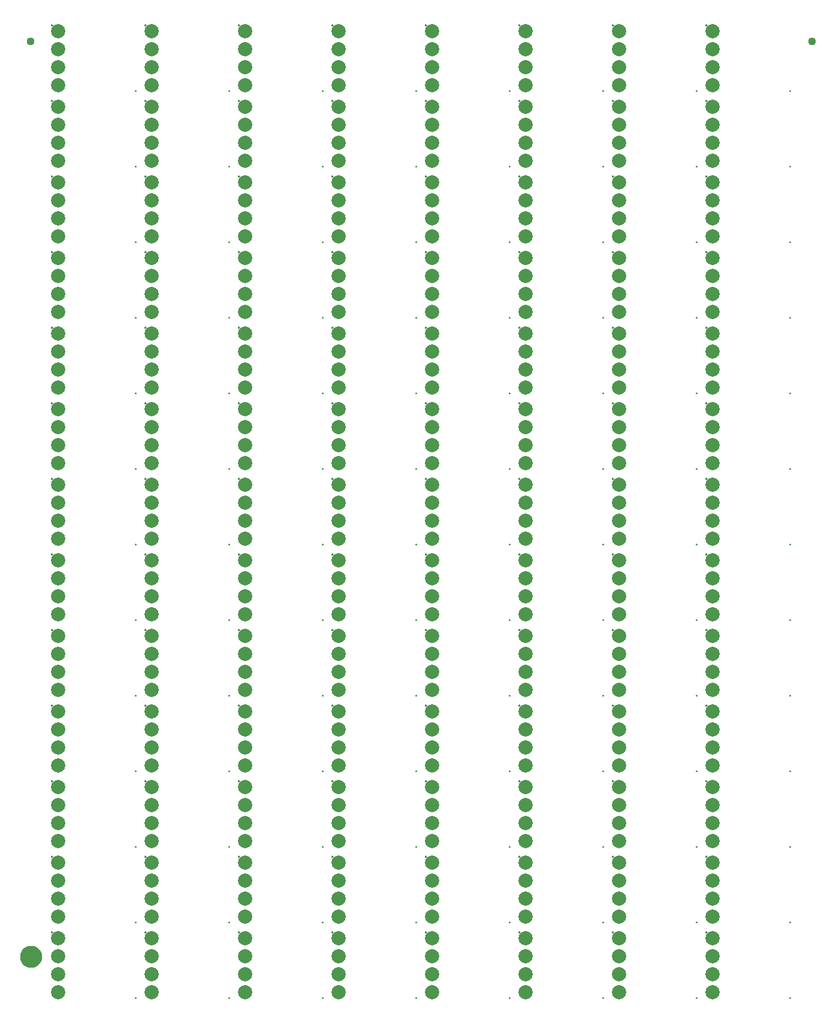
<source format=gbs>
G04 EAGLE Gerber RS-274X export*
G75*
%MOMM*%
%FSLAX34Y34*%
%LPD*%
%INSoldermask Bottom*%
%IPPOS*%
%AMOC8*
5,1,8,0,0,1.08239X$1,22.5*%
G01*
%ADD10C,2.006600*%
%ADD11C,0.152400*%
%ADD12C,1.127000*%
%ADD13C,1.270000*%
%ADD14C,1.627000*%


D10*
X12700Y88900D03*
X12700Y63500D03*
X12700Y38100D03*
X12700Y12700D03*
D11*
X121320Y5080D02*
X121322Y5129D01*
X121328Y5177D01*
X121338Y5225D01*
X121352Y5272D01*
X121369Y5318D01*
X121390Y5362D01*
X121415Y5404D01*
X121443Y5444D01*
X121475Y5482D01*
X121509Y5517D01*
X121546Y5549D01*
X121585Y5578D01*
X121627Y5604D01*
X121671Y5626D01*
X121716Y5644D01*
X121763Y5659D01*
X121810Y5670D01*
X121859Y5677D01*
X121908Y5680D01*
X121957Y5679D01*
X122005Y5674D01*
X122054Y5665D01*
X122101Y5652D01*
X122147Y5635D01*
X122191Y5615D01*
X122234Y5591D01*
X122275Y5564D01*
X122313Y5533D01*
X122349Y5500D01*
X122381Y5464D01*
X122411Y5425D01*
X122438Y5384D01*
X122461Y5340D01*
X122480Y5295D01*
X122496Y5249D01*
X122508Y5202D01*
X122516Y5153D01*
X122520Y5104D01*
X122520Y5056D01*
X122516Y5007D01*
X122508Y4958D01*
X122496Y4911D01*
X122480Y4865D01*
X122461Y4820D01*
X122438Y4776D01*
X122411Y4735D01*
X122381Y4696D01*
X122349Y4660D01*
X122313Y4627D01*
X122275Y4596D01*
X122234Y4569D01*
X122191Y4545D01*
X122147Y4525D01*
X122101Y4508D01*
X122054Y4495D01*
X122005Y4486D01*
X121957Y4481D01*
X121908Y4480D01*
X121859Y4483D01*
X121810Y4490D01*
X121763Y4501D01*
X121716Y4516D01*
X121671Y4534D01*
X121627Y4556D01*
X121585Y4582D01*
X121546Y4611D01*
X121509Y4643D01*
X121475Y4678D01*
X121443Y4716D01*
X121415Y4756D01*
X121390Y4798D01*
X121369Y4842D01*
X121352Y4888D01*
X121338Y4935D01*
X121328Y4983D01*
X121322Y5031D01*
X121320Y5080D01*
X3210Y97790D02*
X3212Y97839D01*
X3218Y97887D01*
X3228Y97935D01*
X3242Y97982D01*
X3259Y98028D01*
X3280Y98072D01*
X3305Y98114D01*
X3333Y98154D01*
X3365Y98192D01*
X3399Y98227D01*
X3436Y98259D01*
X3475Y98288D01*
X3517Y98314D01*
X3561Y98336D01*
X3606Y98354D01*
X3653Y98369D01*
X3700Y98380D01*
X3749Y98387D01*
X3798Y98390D01*
X3847Y98389D01*
X3895Y98384D01*
X3944Y98375D01*
X3991Y98362D01*
X4037Y98345D01*
X4081Y98325D01*
X4124Y98301D01*
X4165Y98274D01*
X4203Y98243D01*
X4239Y98210D01*
X4271Y98174D01*
X4301Y98135D01*
X4328Y98094D01*
X4351Y98050D01*
X4370Y98005D01*
X4386Y97959D01*
X4398Y97912D01*
X4406Y97863D01*
X4410Y97814D01*
X4410Y97766D01*
X4406Y97717D01*
X4398Y97668D01*
X4386Y97621D01*
X4370Y97575D01*
X4351Y97530D01*
X4328Y97486D01*
X4301Y97445D01*
X4271Y97406D01*
X4239Y97370D01*
X4203Y97337D01*
X4165Y97306D01*
X4124Y97279D01*
X4081Y97255D01*
X4037Y97235D01*
X3991Y97218D01*
X3944Y97205D01*
X3895Y97196D01*
X3847Y97191D01*
X3798Y97190D01*
X3749Y97193D01*
X3700Y97200D01*
X3653Y97211D01*
X3606Y97226D01*
X3561Y97244D01*
X3517Y97266D01*
X3475Y97292D01*
X3436Y97321D01*
X3399Y97353D01*
X3365Y97388D01*
X3333Y97426D01*
X3305Y97466D01*
X3280Y97508D01*
X3259Y97552D01*
X3242Y97598D01*
X3228Y97645D01*
X3218Y97693D01*
X3212Y97741D01*
X3210Y97790D01*
D10*
X144780Y88900D03*
X144780Y63500D03*
X144780Y38100D03*
X144780Y12700D03*
D11*
X253400Y5080D02*
X253402Y5129D01*
X253408Y5177D01*
X253418Y5225D01*
X253432Y5272D01*
X253449Y5318D01*
X253470Y5362D01*
X253495Y5404D01*
X253523Y5444D01*
X253555Y5482D01*
X253589Y5517D01*
X253626Y5549D01*
X253665Y5578D01*
X253707Y5604D01*
X253751Y5626D01*
X253796Y5644D01*
X253843Y5659D01*
X253890Y5670D01*
X253939Y5677D01*
X253988Y5680D01*
X254037Y5679D01*
X254085Y5674D01*
X254134Y5665D01*
X254181Y5652D01*
X254227Y5635D01*
X254271Y5615D01*
X254314Y5591D01*
X254355Y5564D01*
X254393Y5533D01*
X254429Y5500D01*
X254461Y5464D01*
X254491Y5425D01*
X254518Y5384D01*
X254541Y5340D01*
X254560Y5295D01*
X254576Y5249D01*
X254588Y5202D01*
X254596Y5153D01*
X254600Y5104D01*
X254600Y5056D01*
X254596Y5007D01*
X254588Y4958D01*
X254576Y4911D01*
X254560Y4865D01*
X254541Y4820D01*
X254518Y4776D01*
X254491Y4735D01*
X254461Y4696D01*
X254429Y4660D01*
X254393Y4627D01*
X254355Y4596D01*
X254314Y4569D01*
X254271Y4545D01*
X254227Y4525D01*
X254181Y4508D01*
X254134Y4495D01*
X254085Y4486D01*
X254037Y4481D01*
X253988Y4480D01*
X253939Y4483D01*
X253890Y4490D01*
X253843Y4501D01*
X253796Y4516D01*
X253751Y4534D01*
X253707Y4556D01*
X253665Y4582D01*
X253626Y4611D01*
X253589Y4643D01*
X253555Y4678D01*
X253523Y4716D01*
X253495Y4756D01*
X253470Y4798D01*
X253449Y4842D01*
X253432Y4888D01*
X253418Y4935D01*
X253408Y4983D01*
X253402Y5031D01*
X253400Y5080D01*
X135290Y97790D02*
X135292Y97839D01*
X135298Y97887D01*
X135308Y97935D01*
X135322Y97982D01*
X135339Y98028D01*
X135360Y98072D01*
X135385Y98114D01*
X135413Y98154D01*
X135445Y98192D01*
X135479Y98227D01*
X135516Y98259D01*
X135555Y98288D01*
X135597Y98314D01*
X135641Y98336D01*
X135686Y98354D01*
X135733Y98369D01*
X135780Y98380D01*
X135829Y98387D01*
X135878Y98390D01*
X135927Y98389D01*
X135975Y98384D01*
X136024Y98375D01*
X136071Y98362D01*
X136117Y98345D01*
X136161Y98325D01*
X136204Y98301D01*
X136245Y98274D01*
X136283Y98243D01*
X136319Y98210D01*
X136351Y98174D01*
X136381Y98135D01*
X136408Y98094D01*
X136431Y98050D01*
X136450Y98005D01*
X136466Y97959D01*
X136478Y97912D01*
X136486Y97863D01*
X136490Y97814D01*
X136490Y97766D01*
X136486Y97717D01*
X136478Y97668D01*
X136466Y97621D01*
X136450Y97575D01*
X136431Y97530D01*
X136408Y97486D01*
X136381Y97445D01*
X136351Y97406D01*
X136319Y97370D01*
X136283Y97337D01*
X136245Y97306D01*
X136204Y97279D01*
X136161Y97255D01*
X136117Y97235D01*
X136071Y97218D01*
X136024Y97205D01*
X135975Y97196D01*
X135927Y97191D01*
X135878Y97190D01*
X135829Y97193D01*
X135780Y97200D01*
X135733Y97211D01*
X135686Y97226D01*
X135641Y97244D01*
X135597Y97266D01*
X135555Y97292D01*
X135516Y97321D01*
X135479Y97353D01*
X135445Y97388D01*
X135413Y97426D01*
X135385Y97466D01*
X135360Y97508D01*
X135339Y97552D01*
X135322Y97598D01*
X135308Y97645D01*
X135298Y97693D01*
X135292Y97741D01*
X135290Y97790D01*
D10*
X276860Y88900D03*
X276860Y63500D03*
X276860Y38100D03*
X276860Y12700D03*
D11*
X385480Y5080D02*
X385482Y5129D01*
X385488Y5177D01*
X385498Y5225D01*
X385512Y5272D01*
X385529Y5318D01*
X385550Y5362D01*
X385575Y5404D01*
X385603Y5444D01*
X385635Y5482D01*
X385669Y5517D01*
X385706Y5549D01*
X385745Y5578D01*
X385787Y5604D01*
X385831Y5626D01*
X385876Y5644D01*
X385923Y5659D01*
X385970Y5670D01*
X386019Y5677D01*
X386068Y5680D01*
X386117Y5679D01*
X386165Y5674D01*
X386214Y5665D01*
X386261Y5652D01*
X386307Y5635D01*
X386351Y5615D01*
X386394Y5591D01*
X386435Y5564D01*
X386473Y5533D01*
X386509Y5500D01*
X386541Y5464D01*
X386571Y5425D01*
X386598Y5384D01*
X386621Y5340D01*
X386640Y5295D01*
X386656Y5249D01*
X386668Y5202D01*
X386676Y5153D01*
X386680Y5104D01*
X386680Y5056D01*
X386676Y5007D01*
X386668Y4958D01*
X386656Y4911D01*
X386640Y4865D01*
X386621Y4820D01*
X386598Y4776D01*
X386571Y4735D01*
X386541Y4696D01*
X386509Y4660D01*
X386473Y4627D01*
X386435Y4596D01*
X386394Y4569D01*
X386351Y4545D01*
X386307Y4525D01*
X386261Y4508D01*
X386214Y4495D01*
X386165Y4486D01*
X386117Y4481D01*
X386068Y4480D01*
X386019Y4483D01*
X385970Y4490D01*
X385923Y4501D01*
X385876Y4516D01*
X385831Y4534D01*
X385787Y4556D01*
X385745Y4582D01*
X385706Y4611D01*
X385669Y4643D01*
X385635Y4678D01*
X385603Y4716D01*
X385575Y4756D01*
X385550Y4798D01*
X385529Y4842D01*
X385512Y4888D01*
X385498Y4935D01*
X385488Y4983D01*
X385482Y5031D01*
X385480Y5080D01*
X267370Y97790D02*
X267372Y97839D01*
X267378Y97887D01*
X267388Y97935D01*
X267402Y97982D01*
X267419Y98028D01*
X267440Y98072D01*
X267465Y98114D01*
X267493Y98154D01*
X267525Y98192D01*
X267559Y98227D01*
X267596Y98259D01*
X267635Y98288D01*
X267677Y98314D01*
X267721Y98336D01*
X267766Y98354D01*
X267813Y98369D01*
X267860Y98380D01*
X267909Y98387D01*
X267958Y98390D01*
X268007Y98389D01*
X268055Y98384D01*
X268104Y98375D01*
X268151Y98362D01*
X268197Y98345D01*
X268241Y98325D01*
X268284Y98301D01*
X268325Y98274D01*
X268363Y98243D01*
X268399Y98210D01*
X268431Y98174D01*
X268461Y98135D01*
X268488Y98094D01*
X268511Y98050D01*
X268530Y98005D01*
X268546Y97959D01*
X268558Y97912D01*
X268566Y97863D01*
X268570Y97814D01*
X268570Y97766D01*
X268566Y97717D01*
X268558Y97668D01*
X268546Y97621D01*
X268530Y97575D01*
X268511Y97530D01*
X268488Y97486D01*
X268461Y97445D01*
X268431Y97406D01*
X268399Y97370D01*
X268363Y97337D01*
X268325Y97306D01*
X268284Y97279D01*
X268241Y97255D01*
X268197Y97235D01*
X268151Y97218D01*
X268104Y97205D01*
X268055Y97196D01*
X268007Y97191D01*
X267958Y97190D01*
X267909Y97193D01*
X267860Y97200D01*
X267813Y97211D01*
X267766Y97226D01*
X267721Y97244D01*
X267677Y97266D01*
X267635Y97292D01*
X267596Y97321D01*
X267559Y97353D01*
X267525Y97388D01*
X267493Y97426D01*
X267465Y97466D01*
X267440Y97508D01*
X267419Y97552D01*
X267402Y97598D01*
X267388Y97645D01*
X267378Y97693D01*
X267372Y97741D01*
X267370Y97790D01*
D10*
X408940Y88900D03*
X408940Y63500D03*
X408940Y38100D03*
X408940Y12700D03*
D11*
X517560Y5080D02*
X517562Y5129D01*
X517568Y5177D01*
X517578Y5225D01*
X517592Y5272D01*
X517609Y5318D01*
X517630Y5362D01*
X517655Y5404D01*
X517683Y5444D01*
X517715Y5482D01*
X517749Y5517D01*
X517786Y5549D01*
X517825Y5578D01*
X517867Y5604D01*
X517911Y5626D01*
X517956Y5644D01*
X518003Y5659D01*
X518050Y5670D01*
X518099Y5677D01*
X518148Y5680D01*
X518197Y5679D01*
X518245Y5674D01*
X518294Y5665D01*
X518341Y5652D01*
X518387Y5635D01*
X518431Y5615D01*
X518474Y5591D01*
X518515Y5564D01*
X518553Y5533D01*
X518589Y5500D01*
X518621Y5464D01*
X518651Y5425D01*
X518678Y5384D01*
X518701Y5340D01*
X518720Y5295D01*
X518736Y5249D01*
X518748Y5202D01*
X518756Y5153D01*
X518760Y5104D01*
X518760Y5056D01*
X518756Y5007D01*
X518748Y4958D01*
X518736Y4911D01*
X518720Y4865D01*
X518701Y4820D01*
X518678Y4776D01*
X518651Y4735D01*
X518621Y4696D01*
X518589Y4660D01*
X518553Y4627D01*
X518515Y4596D01*
X518474Y4569D01*
X518431Y4545D01*
X518387Y4525D01*
X518341Y4508D01*
X518294Y4495D01*
X518245Y4486D01*
X518197Y4481D01*
X518148Y4480D01*
X518099Y4483D01*
X518050Y4490D01*
X518003Y4501D01*
X517956Y4516D01*
X517911Y4534D01*
X517867Y4556D01*
X517825Y4582D01*
X517786Y4611D01*
X517749Y4643D01*
X517715Y4678D01*
X517683Y4716D01*
X517655Y4756D01*
X517630Y4798D01*
X517609Y4842D01*
X517592Y4888D01*
X517578Y4935D01*
X517568Y4983D01*
X517562Y5031D01*
X517560Y5080D01*
X399450Y97790D02*
X399452Y97839D01*
X399458Y97887D01*
X399468Y97935D01*
X399482Y97982D01*
X399499Y98028D01*
X399520Y98072D01*
X399545Y98114D01*
X399573Y98154D01*
X399605Y98192D01*
X399639Y98227D01*
X399676Y98259D01*
X399715Y98288D01*
X399757Y98314D01*
X399801Y98336D01*
X399846Y98354D01*
X399893Y98369D01*
X399940Y98380D01*
X399989Y98387D01*
X400038Y98390D01*
X400087Y98389D01*
X400135Y98384D01*
X400184Y98375D01*
X400231Y98362D01*
X400277Y98345D01*
X400321Y98325D01*
X400364Y98301D01*
X400405Y98274D01*
X400443Y98243D01*
X400479Y98210D01*
X400511Y98174D01*
X400541Y98135D01*
X400568Y98094D01*
X400591Y98050D01*
X400610Y98005D01*
X400626Y97959D01*
X400638Y97912D01*
X400646Y97863D01*
X400650Y97814D01*
X400650Y97766D01*
X400646Y97717D01*
X400638Y97668D01*
X400626Y97621D01*
X400610Y97575D01*
X400591Y97530D01*
X400568Y97486D01*
X400541Y97445D01*
X400511Y97406D01*
X400479Y97370D01*
X400443Y97337D01*
X400405Y97306D01*
X400364Y97279D01*
X400321Y97255D01*
X400277Y97235D01*
X400231Y97218D01*
X400184Y97205D01*
X400135Y97196D01*
X400087Y97191D01*
X400038Y97190D01*
X399989Y97193D01*
X399940Y97200D01*
X399893Y97211D01*
X399846Y97226D01*
X399801Y97244D01*
X399757Y97266D01*
X399715Y97292D01*
X399676Y97321D01*
X399639Y97353D01*
X399605Y97388D01*
X399573Y97426D01*
X399545Y97466D01*
X399520Y97508D01*
X399499Y97552D01*
X399482Y97598D01*
X399468Y97645D01*
X399458Y97693D01*
X399452Y97741D01*
X399450Y97790D01*
D10*
X541020Y88900D03*
X541020Y63500D03*
X541020Y38100D03*
X541020Y12700D03*
D11*
X649640Y5080D02*
X649642Y5129D01*
X649648Y5177D01*
X649658Y5225D01*
X649672Y5272D01*
X649689Y5318D01*
X649710Y5362D01*
X649735Y5404D01*
X649763Y5444D01*
X649795Y5482D01*
X649829Y5517D01*
X649866Y5549D01*
X649905Y5578D01*
X649947Y5604D01*
X649991Y5626D01*
X650036Y5644D01*
X650083Y5659D01*
X650130Y5670D01*
X650179Y5677D01*
X650228Y5680D01*
X650277Y5679D01*
X650325Y5674D01*
X650374Y5665D01*
X650421Y5652D01*
X650467Y5635D01*
X650511Y5615D01*
X650554Y5591D01*
X650595Y5564D01*
X650633Y5533D01*
X650669Y5500D01*
X650701Y5464D01*
X650731Y5425D01*
X650758Y5384D01*
X650781Y5340D01*
X650800Y5295D01*
X650816Y5249D01*
X650828Y5202D01*
X650836Y5153D01*
X650840Y5104D01*
X650840Y5056D01*
X650836Y5007D01*
X650828Y4958D01*
X650816Y4911D01*
X650800Y4865D01*
X650781Y4820D01*
X650758Y4776D01*
X650731Y4735D01*
X650701Y4696D01*
X650669Y4660D01*
X650633Y4627D01*
X650595Y4596D01*
X650554Y4569D01*
X650511Y4545D01*
X650467Y4525D01*
X650421Y4508D01*
X650374Y4495D01*
X650325Y4486D01*
X650277Y4481D01*
X650228Y4480D01*
X650179Y4483D01*
X650130Y4490D01*
X650083Y4501D01*
X650036Y4516D01*
X649991Y4534D01*
X649947Y4556D01*
X649905Y4582D01*
X649866Y4611D01*
X649829Y4643D01*
X649795Y4678D01*
X649763Y4716D01*
X649735Y4756D01*
X649710Y4798D01*
X649689Y4842D01*
X649672Y4888D01*
X649658Y4935D01*
X649648Y4983D01*
X649642Y5031D01*
X649640Y5080D01*
X531530Y97790D02*
X531532Y97839D01*
X531538Y97887D01*
X531548Y97935D01*
X531562Y97982D01*
X531579Y98028D01*
X531600Y98072D01*
X531625Y98114D01*
X531653Y98154D01*
X531685Y98192D01*
X531719Y98227D01*
X531756Y98259D01*
X531795Y98288D01*
X531837Y98314D01*
X531881Y98336D01*
X531926Y98354D01*
X531973Y98369D01*
X532020Y98380D01*
X532069Y98387D01*
X532118Y98390D01*
X532167Y98389D01*
X532215Y98384D01*
X532264Y98375D01*
X532311Y98362D01*
X532357Y98345D01*
X532401Y98325D01*
X532444Y98301D01*
X532485Y98274D01*
X532523Y98243D01*
X532559Y98210D01*
X532591Y98174D01*
X532621Y98135D01*
X532648Y98094D01*
X532671Y98050D01*
X532690Y98005D01*
X532706Y97959D01*
X532718Y97912D01*
X532726Y97863D01*
X532730Y97814D01*
X532730Y97766D01*
X532726Y97717D01*
X532718Y97668D01*
X532706Y97621D01*
X532690Y97575D01*
X532671Y97530D01*
X532648Y97486D01*
X532621Y97445D01*
X532591Y97406D01*
X532559Y97370D01*
X532523Y97337D01*
X532485Y97306D01*
X532444Y97279D01*
X532401Y97255D01*
X532357Y97235D01*
X532311Y97218D01*
X532264Y97205D01*
X532215Y97196D01*
X532167Y97191D01*
X532118Y97190D01*
X532069Y97193D01*
X532020Y97200D01*
X531973Y97211D01*
X531926Y97226D01*
X531881Y97244D01*
X531837Y97266D01*
X531795Y97292D01*
X531756Y97321D01*
X531719Y97353D01*
X531685Y97388D01*
X531653Y97426D01*
X531625Y97466D01*
X531600Y97508D01*
X531579Y97552D01*
X531562Y97598D01*
X531548Y97645D01*
X531538Y97693D01*
X531532Y97741D01*
X531530Y97790D01*
D10*
X673100Y88900D03*
X673100Y63500D03*
X673100Y38100D03*
X673100Y12700D03*
D11*
X781720Y5080D02*
X781722Y5129D01*
X781728Y5177D01*
X781738Y5225D01*
X781752Y5272D01*
X781769Y5318D01*
X781790Y5362D01*
X781815Y5404D01*
X781843Y5444D01*
X781875Y5482D01*
X781909Y5517D01*
X781946Y5549D01*
X781985Y5578D01*
X782027Y5604D01*
X782071Y5626D01*
X782116Y5644D01*
X782163Y5659D01*
X782210Y5670D01*
X782259Y5677D01*
X782308Y5680D01*
X782357Y5679D01*
X782405Y5674D01*
X782454Y5665D01*
X782501Y5652D01*
X782547Y5635D01*
X782591Y5615D01*
X782634Y5591D01*
X782675Y5564D01*
X782713Y5533D01*
X782749Y5500D01*
X782781Y5464D01*
X782811Y5425D01*
X782838Y5384D01*
X782861Y5340D01*
X782880Y5295D01*
X782896Y5249D01*
X782908Y5202D01*
X782916Y5153D01*
X782920Y5104D01*
X782920Y5056D01*
X782916Y5007D01*
X782908Y4958D01*
X782896Y4911D01*
X782880Y4865D01*
X782861Y4820D01*
X782838Y4776D01*
X782811Y4735D01*
X782781Y4696D01*
X782749Y4660D01*
X782713Y4627D01*
X782675Y4596D01*
X782634Y4569D01*
X782591Y4545D01*
X782547Y4525D01*
X782501Y4508D01*
X782454Y4495D01*
X782405Y4486D01*
X782357Y4481D01*
X782308Y4480D01*
X782259Y4483D01*
X782210Y4490D01*
X782163Y4501D01*
X782116Y4516D01*
X782071Y4534D01*
X782027Y4556D01*
X781985Y4582D01*
X781946Y4611D01*
X781909Y4643D01*
X781875Y4678D01*
X781843Y4716D01*
X781815Y4756D01*
X781790Y4798D01*
X781769Y4842D01*
X781752Y4888D01*
X781738Y4935D01*
X781728Y4983D01*
X781722Y5031D01*
X781720Y5080D01*
X663610Y97790D02*
X663612Y97839D01*
X663618Y97887D01*
X663628Y97935D01*
X663642Y97982D01*
X663659Y98028D01*
X663680Y98072D01*
X663705Y98114D01*
X663733Y98154D01*
X663765Y98192D01*
X663799Y98227D01*
X663836Y98259D01*
X663875Y98288D01*
X663917Y98314D01*
X663961Y98336D01*
X664006Y98354D01*
X664053Y98369D01*
X664100Y98380D01*
X664149Y98387D01*
X664198Y98390D01*
X664247Y98389D01*
X664295Y98384D01*
X664344Y98375D01*
X664391Y98362D01*
X664437Y98345D01*
X664481Y98325D01*
X664524Y98301D01*
X664565Y98274D01*
X664603Y98243D01*
X664639Y98210D01*
X664671Y98174D01*
X664701Y98135D01*
X664728Y98094D01*
X664751Y98050D01*
X664770Y98005D01*
X664786Y97959D01*
X664798Y97912D01*
X664806Y97863D01*
X664810Y97814D01*
X664810Y97766D01*
X664806Y97717D01*
X664798Y97668D01*
X664786Y97621D01*
X664770Y97575D01*
X664751Y97530D01*
X664728Y97486D01*
X664701Y97445D01*
X664671Y97406D01*
X664639Y97370D01*
X664603Y97337D01*
X664565Y97306D01*
X664524Y97279D01*
X664481Y97255D01*
X664437Y97235D01*
X664391Y97218D01*
X664344Y97205D01*
X664295Y97196D01*
X664247Y97191D01*
X664198Y97190D01*
X664149Y97193D01*
X664100Y97200D01*
X664053Y97211D01*
X664006Y97226D01*
X663961Y97244D01*
X663917Y97266D01*
X663875Y97292D01*
X663836Y97321D01*
X663799Y97353D01*
X663765Y97388D01*
X663733Y97426D01*
X663705Y97466D01*
X663680Y97508D01*
X663659Y97552D01*
X663642Y97598D01*
X663628Y97645D01*
X663618Y97693D01*
X663612Y97741D01*
X663610Y97790D01*
D10*
X805180Y88900D03*
X805180Y63500D03*
X805180Y38100D03*
X805180Y12700D03*
D11*
X913800Y5080D02*
X913802Y5129D01*
X913808Y5177D01*
X913818Y5225D01*
X913832Y5272D01*
X913849Y5318D01*
X913870Y5362D01*
X913895Y5404D01*
X913923Y5444D01*
X913955Y5482D01*
X913989Y5517D01*
X914026Y5549D01*
X914065Y5578D01*
X914107Y5604D01*
X914151Y5626D01*
X914196Y5644D01*
X914243Y5659D01*
X914290Y5670D01*
X914339Y5677D01*
X914388Y5680D01*
X914437Y5679D01*
X914485Y5674D01*
X914534Y5665D01*
X914581Y5652D01*
X914627Y5635D01*
X914671Y5615D01*
X914714Y5591D01*
X914755Y5564D01*
X914793Y5533D01*
X914829Y5500D01*
X914861Y5464D01*
X914891Y5425D01*
X914918Y5384D01*
X914941Y5340D01*
X914960Y5295D01*
X914976Y5249D01*
X914988Y5202D01*
X914996Y5153D01*
X915000Y5104D01*
X915000Y5056D01*
X914996Y5007D01*
X914988Y4958D01*
X914976Y4911D01*
X914960Y4865D01*
X914941Y4820D01*
X914918Y4776D01*
X914891Y4735D01*
X914861Y4696D01*
X914829Y4660D01*
X914793Y4627D01*
X914755Y4596D01*
X914714Y4569D01*
X914671Y4545D01*
X914627Y4525D01*
X914581Y4508D01*
X914534Y4495D01*
X914485Y4486D01*
X914437Y4481D01*
X914388Y4480D01*
X914339Y4483D01*
X914290Y4490D01*
X914243Y4501D01*
X914196Y4516D01*
X914151Y4534D01*
X914107Y4556D01*
X914065Y4582D01*
X914026Y4611D01*
X913989Y4643D01*
X913955Y4678D01*
X913923Y4716D01*
X913895Y4756D01*
X913870Y4798D01*
X913849Y4842D01*
X913832Y4888D01*
X913818Y4935D01*
X913808Y4983D01*
X913802Y5031D01*
X913800Y5080D01*
X795690Y97790D02*
X795692Y97839D01*
X795698Y97887D01*
X795708Y97935D01*
X795722Y97982D01*
X795739Y98028D01*
X795760Y98072D01*
X795785Y98114D01*
X795813Y98154D01*
X795845Y98192D01*
X795879Y98227D01*
X795916Y98259D01*
X795955Y98288D01*
X795997Y98314D01*
X796041Y98336D01*
X796086Y98354D01*
X796133Y98369D01*
X796180Y98380D01*
X796229Y98387D01*
X796278Y98390D01*
X796327Y98389D01*
X796375Y98384D01*
X796424Y98375D01*
X796471Y98362D01*
X796517Y98345D01*
X796561Y98325D01*
X796604Y98301D01*
X796645Y98274D01*
X796683Y98243D01*
X796719Y98210D01*
X796751Y98174D01*
X796781Y98135D01*
X796808Y98094D01*
X796831Y98050D01*
X796850Y98005D01*
X796866Y97959D01*
X796878Y97912D01*
X796886Y97863D01*
X796890Y97814D01*
X796890Y97766D01*
X796886Y97717D01*
X796878Y97668D01*
X796866Y97621D01*
X796850Y97575D01*
X796831Y97530D01*
X796808Y97486D01*
X796781Y97445D01*
X796751Y97406D01*
X796719Y97370D01*
X796683Y97337D01*
X796645Y97306D01*
X796604Y97279D01*
X796561Y97255D01*
X796517Y97235D01*
X796471Y97218D01*
X796424Y97205D01*
X796375Y97196D01*
X796327Y97191D01*
X796278Y97190D01*
X796229Y97193D01*
X796180Y97200D01*
X796133Y97211D01*
X796086Y97226D01*
X796041Y97244D01*
X795997Y97266D01*
X795955Y97292D01*
X795916Y97321D01*
X795879Y97353D01*
X795845Y97388D01*
X795813Y97426D01*
X795785Y97466D01*
X795760Y97508D01*
X795739Y97552D01*
X795722Y97598D01*
X795708Y97645D01*
X795698Y97693D01*
X795692Y97741D01*
X795690Y97790D01*
D10*
X937260Y88900D03*
X937260Y63500D03*
X937260Y38100D03*
X937260Y12700D03*
D11*
X1045880Y5080D02*
X1045882Y5129D01*
X1045888Y5177D01*
X1045898Y5225D01*
X1045912Y5272D01*
X1045929Y5318D01*
X1045950Y5362D01*
X1045975Y5404D01*
X1046003Y5444D01*
X1046035Y5482D01*
X1046069Y5517D01*
X1046106Y5549D01*
X1046145Y5578D01*
X1046187Y5604D01*
X1046231Y5626D01*
X1046276Y5644D01*
X1046323Y5659D01*
X1046370Y5670D01*
X1046419Y5677D01*
X1046468Y5680D01*
X1046517Y5679D01*
X1046565Y5674D01*
X1046614Y5665D01*
X1046661Y5652D01*
X1046707Y5635D01*
X1046751Y5615D01*
X1046794Y5591D01*
X1046835Y5564D01*
X1046873Y5533D01*
X1046909Y5500D01*
X1046941Y5464D01*
X1046971Y5425D01*
X1046998Y5384D01*
X1047021Y5340D01*
X1047040Y5295D01*
X1047056Y5249D01*
X1047068Y5202D01*
X1047076Y5153D01*
X1047080Y5104D01*
X1047080Y5056D01*
X1047076Y5007D01*
X1047068Y4958D01*
X1047056Y4911D01*
X1047040Y4865D01*
X1047021Y4820D01*
X1046998Y4776D01*
X1046971Y4735D01*
X1046941Y4696D01*
X1046909Y4660D01*
X1046873Y4627D01*
X1046835Y4596D01*
X1046794Y4569D01*
X1046751Y4545D01*
X1046707Y4525D01*
X1046661Y4508D01*
X1046614Y4495D01*
X1046565Y4486D01*
X1046517Y4481D01*
X1046468Y4480D01*
X1046419Y4483D01*
X1046370Y4490D01*
X1046323Y4501D01*
X1046276Y4516D01*
X1046231Y4534D01*
X1046187Y4556D01*
X1046145Y4582D01*
X1046106Y4611D01*
X1046069Y4643D01*
X1046035Y4678D01*
X1046003Y4716D01*
X1045975Y4756D01*
X1045950Y4798D01*
X1045929Y4842D01*
X1045912Y4888D01*
X1045898Y4935D01*
X1045888Y4983D01*
X1045882Y5031D01*
X1045880Y5080D01*
X927770Y97790D02*
X927772Y97839D01*
X927778Y97887D01*
X927788Y97935D01*
X927802Y97982D01*
X927819Y98028D01*
X927840Y98072D01*
X927865Y98114D01*
X927893Y98154D01*
X927925Y98192D01*
X927959Y98227D01*
X927996Y98259D01*
X928035Y98288D01*
X928077Y98314D01*
X928121Y98336D01*
X928166Y98354D01*
X928213Y98369D01*
X928260Y98380D01*
X928309Y98387D01*
X928358Y98390D01*
X928407Y98389D01*
X928455Y98384D01*
X928504Y98375D01*
X928551Y98362D01*
X928597Y98345D01*
X928641Y98325D01*
X928684Y98301D01*
X928725Y98274D01*
X928763Y98243D01*
X928799Y98210D01*
X928831Y98174D01*
X928861Y98135D01*
X928888Y98094D01*
X928911Y98050D01*
X928930Y98005D01*
X928946Y97959D01*
X928958Y97912D01*
X928966Y97863D01*
X928970Y97814D01*
X928970Y97766D01*
X928966Y97717D01*
X928958Y97668D01*
X928946Y97621D01*
X928930Y97575D01*
X928911Y97530D01*
X928888Y97486D01*
X928861Y97445D01*
X928831Y97406D01*
X928799Y97370D01*
X928763Y97337D01*
X928725Y97306D01*
X928684Y97279D01*
X928641Y97255D01*
X928597Y97235D01*
X928551Y97218D01*
X928504Y97205D01*
X928455Y97196D01*
X928407Y97191D01*
X928358Y97190D01*
X928309Y97193D01*
X928260Y97200D01*
X928213Y97211D01*
X928166Y97226D01*
X928121Y97244D01*
X928077Y97266D01*
X928035Y97292D01*
X927996Y97321D01*
X927959Y97353D01*
X927925Y97388D01*
X927893Y97426D01*
X927865Y97466D01*
X927840Y97508D01*
X927819Y97552D01*
X927802Y97598D01*
X927788Y97645D01*
X927778Y97693D01*
X927772Y97741D01*
X927770Y97790D01*
D10*
X12700Y195580D03*
X12700Y170180D03*
X12700Y144780D03*
X12700Y119380D03*
D11*
X121320Y111760D02*
X121322Y111809D01*
X121328Y111857D01*
X121338Y111905D01*
X121352Y111952D01*
X121369Y111998D01*
X121390Y112042D01*
X121415Y112084D01*
X121443Y112124D01*
X121475Y112162D01*
X121509Y112197D01*
X121546Y112229D01*
X121585Y112258D01*
X121627Y112284D01*
X121671Y112306D01*
X121716Y112324D01*
X121763Y112339D01*
X121810Y112350D01*
X121859Y112357D01*
X121908Y112360D01*
X121957Y112359D01*
X122005Y112354D01*
X122054Y112345D01*
X122101Y112332D01*
X122147Y112315D01*
X122191Y112295D01*
X122234Y112271D01*
X122275Y112244D01*
X122313Y112213D01*
X122349Y112180D01*
X122381Y112144D01*
X122411Y112105D01*
X122438Y112064D01*
X122461Y112020D01*
X122480Y111975D01*
X122496Y111929D01*
X122508Y111882D01*
X122516Y111833D01*
X122520Y111784D01*
X122520Y111736D01*
X122516Y111687D01*
X122508Y111638D01*
X122496Y111591D01*
X122480Y111545D01*
X122461Y111500D01*
X122438Y111456D01*
X122411Y111415D01*
X122381Y111376D01*
X122349Y111340D01*
X122313Y111307D01*
X122275Y111276D01*
X122234Y111249D01*
X122191Y111225D01*
X122147Y111205D01*
X122101Y111188D01*
X122054Y111175D01*
X122005Y111166D01*
X121957Y111161D01*
X121908Y111160D01*
X121859Y111163D01*
X121810Y111170D01*
X121763Y111181D01*
X121716Y111196D01*
X121671Y111214D01*
X121627Y111236D01*
X121585Y111262D01*
X121546Y111291D01*
X121509Y111323D01*
X121475Y111358D01*
X121443Y111396D01*
X121415Y111436D01*
X121390Y111478D01*
X121369Y111522D01*
X121352Y111568D01*
X121338Y111615D01*
X121328Y111663D01*
X121322Y111711D01*
X121320Y111760D01*
X3210Y204470D02*
X3212Y204519D01*
X3218Y204567D01*
X3228Y204615D01*
X3242Y204662D01*
X3259Y204708D01*
X3280Y204752D01*
X3305Y204794D01*
X3333Y204834D01*
X3365Y204872D01*
X3399Y204907D01*
X3436Y204939D01*
X3475Y204968D01*
X3517Y204994D01*
X3561Y205016D01*
X3606Y205034D01*
X3653Y205049D01*
X3700Y205060D01*
X3749Y205067D01*
X3798Y205070D01*
X3847Y205069D01*
X3895Y205064D01*
X3944Y205055D01*
X3991Y205042D01*
X4037Y205025D01*
X4081Y205005D01*
X4124Y204981D01*
X4165Y204954D01*
X4203Y204923D01*
X4239Y204890D01*
X4271Y204854D01*
X4301Y204815D01*
X4328Y204774D01*
X4351Y204730D01*
X4370Y204685D01*
X4386Y204639D01*
X4398Y204592D01*
X4406Y204543D01*
X4410Y204494D01*
X4410Y204446D01*
X4406Y204397D01*
X4398Y204348D01*
X4386Y204301D01*
X4370Y204255D01*
X4351Y204210D01*
X4328Y204166D01*
X4301Y204125D01*
X4271Y204086D01*
X4239Y204050D01*
X4203Y204017D01*
X4165Y203986D01*
X4124Y203959D01*
X4081Y203935D01*
X4037Y203915D01*
X3991Y203898D01*
X3944Y203885D01*
X3895Y203876D01*
X3847Y203871D01*
X3798Y203870D01*
X3749Y203873D01*
X3700Y203880D01*
X3653Y203891D01*
X3606Y203906D01*
X3561Y203924D01*
X3517Y203946D01*
X3475Y203972D01*
X3436Y204001D01*
X3399Y204033D01*
X3365Y204068D01*
X3333Y204106D01*
X3305Y204146D01*
X3280Y204188D01*
X3259Y204232D01*
X3242Y204278D01*
X3228Y204325D01*
X3218Y204373D01*
X3212Y204421D01*
X3210Y204470D01*
D10*
X144780Y195580D03*
X144780Y170180D03*
X144780Y144780D03*
X144780Y119380D03*
D11*
X253400Y111760D02*
X253402Y111809D01*
X253408Y111857D01*
X253418Y111905D01*
X253432Y111952D01*
X253449Y111998D01*
X253470Y112042D01*
X253495Y112084D01*
X253523Y112124D01*
X253555Y112162D01*
X253589Y112197D01*
X253626Y112229D01*
X253665Y112258D01*
X253707Y112284D01*
X253751Y112306D01*
X253796Y112324D01*
X253843Y112339D01*
X253890Y112350D01*
X253939Y112357D01*
X253988Y112360D01*
X254037Y112359D01*
X254085Y112354D01*
X254134Y112345D01*
X254181Y112332D01*
X254227Y112315D01*
X254271Y112295D01*
X254314Y112271D01*
X254355Y112244D01*
X254393Y112213D01*
X254429Y112180D01*
X254461Y112144D01*
X254491Y112105D01*
X254518Y112064D01*
X254541Y112020D01*
X254560Y111975D01*
X254576Y111929D01*
X254588Y111882D01*
X254596Y111833D01*
X254600Y111784D01*
X254600Y111736D01*
X254596Y111687D01*
X254588Y111638D01*
X254576Y111591D01*
X254560Y111545D01*
X254541Y111500D01*
X254518Y111456D01*
X254491Y111415D01*
X254461Y111376D01*
X254429Y111340D01*
X254393Y111307D01*
X254355Y111276D01*
X254314Y111249D01*
X254271Y111225D01*
X254227Y111205D01*
X254181Y111188D01*
X254134Y111175D01*
X254085Y111166D01*
X254037Y111161D01*
X253988Y111160D01*
X253939Y111163D01*
X253890Y111170D01*
X253843Y111181D01*
X253796Y111196D01*
X253751Y111214D01*
X253707Y111236D01*
X253665Y111262D01*
X253626Y111291D01*
X253589Y111323D01*
X253555Y111358D01*
X253523Y111396D01*
X253495Y111436D01*
X253470Y111478D01*
X253449Y111522D01*
X253432Y111568D01*
X253418Y111615D01*
X253408Y111663D01*
X253402Y111711D01*
X253400Y111760D01*
X135290Y204470D02*
X135292Y204519D01*
X135298Y204567D01*
X135308Y204615D01*
X135322Y204662D01*
X135339Y204708D01*
X135360Y204752D01*
X135385Y204794D01*
X135413Y204834D01*
X135445Y204872D01*
X135479Y204907D01*
X135516Y204939D01*
X135555Y204968D01*
X135597Y204994D01*
X135641Y205016D01*
X135686Y205034D01*
X135733Y205049D01*
X135780Y205060D01*
X135829Y205067D01*
X135878Y205070D01*
X135927Y205069D01*
X135975Y205064D01*
X136024Y205055D01*
X136071Y205042D01*
X136117Y205025D01*
X136161Y205005D01*
X136204Y204981D01*
X136245Y204954D01*
X136283Y204923D01*
X136319Y204890D01*
X136351Y204854D01*
X136381Y204815D01*
X136408Y204774D01*
X136431Y204730D01*
X136450Y204685D01*
X136466Y204639D01*
X136478Y204592D01*
X136486Y204543D01*
X136490Y204494D01*
X136490Y204446D01*
X136486Y204397D01*
X136478Y204348D01*
X136466Y204301D01*
X136450Y204255D01*
X136431Y204210D01*
X136408Y204166D01*
X136381Y204125D01*
X136351Y204086D01*
X136319Y204050D01*
X136283Y204017D01*
X136245Y203986D01*
X136204Y203959D01*
X136161Y203935D01*
X136117Y203915D01*
X136071Y203898D01*
X136024Y203885D01*
X135975Y203876D01*
X135927Y203871D01*
X135878Y203870D01*
X135829Y203873D01*
X135780Y203880D01*
X135733Y203891D01*
X135686Y203906D01*
X135641Y203924D01*
X135597Y203946D01*
X135555Y203972D01*
X135516Y204001D01*
X135479Y204033D01*
X135445Y204068D01*
X135413Y204106D01*
X135385Y204146D01*
X135360Y204188D01*
X135339Y204232D01*
X135322Y204278D01*
X135308Y204325D01*
X135298Y204373D01*
X135292Y204421D01*
X135290Y204470D01*
D10*
X276860Y195580D03*
X276860Y170180D03*
X276860Y144780D03*
X276860Y119380D03*
D11*
X385480Y111760D02*
X385482Y111809D01*
X385488Y111857D01*
X385498Y111905D01*
X385512Y111952D01*
X385529Y111998D01*
X385550Y112042D01*
X385575Y112084D01*
X385603Y112124D01*
X385635Y112162D01*
X385669Y112197D01*
X385706Y112229D01*
X385745Y112258D01*
X385787Y112284D01*
X385831Y112306D01*
X385876Y112324D01*
X385923Y112339D01*
X385970Y112350D01*
X386019Y112357D01*
X386068Y112360D01*
X386117Y112359D01*
X386165Y112354D01*
X386214Y112345D01*
X386261Y112332D01*
X386307Y112315D01*
X386351Y112295D01*
X386394Y112271D01*
X386435Y112244D01*
X386473Y112213D01*
X386509Y112180D01*
X386541Y112144D01*
X386571Y112105D01*
X386598Y112064D01*
X386621Y112020D01*
X386640Y111975D01*
X386656Y111929D01*
X386668Y111882D01*
X386676Y111833D01*
X386680Y111784D01*
X386680Y111736D01*
X386676Y111687D01*
X386668Y111638D01*
X386656Y111591D01*
X386640Y111545D01*
X386621Y111500D01*
X386598Y111456D01*
X386571Y111415D01*
X386541Y111376D01*
X386509Y111340D01*
X386473Y111307D01*
X386435Y111276D01*
X386394Y111249D01*
X386351Y111225D01*
X386307Y111205D01*
X386261Y111188D01*
X386214Y111175D01*
X386165Y111166D01*
X386117Y111161D01*
X386068Y111160D01*
X386019Y111163D01*
X385970Y111170D01*
X385923Y111181D01*
X385876Y111196D01*
X385831Y111214D01*
X385787Y111236D01*
X385745Y111262D01*
X385706Y111291D01*
X385669Y111323D01*
X385635Y111358D01*
X385603Y111396D01*
X385575Y111436D01*
X385550Y111478D01*
X385529Y111522D01*
X385512Y111568D01*
X385498Y111615D01*
X385488Y111663D01*
X385482Y111711D01*
X385480Y111760D01*
X267370Y204470D02*
X267372Y204519D01*
X267378Y204567D01*
X267388Y204615D01*
X267402Y204662D01*
X267419Y204708D01*
X267440Y204752D01*
X267465Y204794D01*
X267493Y204834D01*
X267525Y204872D01*
X267559Y204907D01*
X267596Y204939D01*
X267635Y204968D01*
X267677Y204994D01*
X267721Y205016D01*
X267766Y205034D01*
X267813Y205049D01*
X267860Y205060D01*
X267909Y205067D01*
X267958Y205070D01*
X268007Y205069D01*
X268055Y205064D01*
X268104Y205055D01*
X268151Y205042D01*
X268197Y205025D01*
X268241Y205005D01*
X268284Y204981D01*
X268325Y204954D01*
X268363Y204923D01*
X268399Y204890D01*
X268431Y204854D01*
X268461Y204815D01*
X268488Y204774D01*
X268511Y204730D01*
X268530Y204685D01*
X268546Y204639D01*
X268558Y204592D01*
X268566Y204543D01*
X268570Y204494D01*
X268570Y204446D01*
X268566Y204397D01*
X268558Y204348D01*
X268546Y204301D01*
X268530Y204255D01*
X268511Y204210D01*
X268488Y204166D01*
X268461Y204125D01*
X268431Y204086D01*
X268399Y204050D01*
X268363Y204017D01*
X268325Y203986D01*
X268284Y203959D01*
X268241Y203935D01*
X268197Y203915D01*
X268151Y203898D01*
X268104Y203885D01*
X268055Y203876D01*
X268007Y203871D01*
X267958Y203870D01*
X267909Y203873D01*
X267860Y203880D01*
X267813Y203891D01*
X267766Y203906D01*
X267721Y203924D01*
X267677Y203946D01*
X267635Y203972D01*
X267596Y204001D01*
X267559Y204033D01*
X267525Y204068D01*
X267493Y204106D01*
X267465Y204146D01*
X267440Y204188D01*
X267419Y204232D01*
X267402Y204278D01*
X267388Y204325D01*
X267378Y204373D01*
X267372Y204421D01*
X267370Y204470D01*
D10*
X408940Y195580D03*
X408940Y170180D03*
X408940Y144780D03*
X408940Y119380D03*
D11*
X517560Y111760D02*
X517562Y111809D01*
X517568Y111857D01*
X517578Y111905D01*
X517592Y111952D01*
X517609Y111998D01*
X517630Y112042D01*
X517655Y112084D01*
X517683Y112124D01*
X517715Y112162D01*
X517749Y112197D01*
X517786Y112229D01*
X517825Y112258D01*
X517867Y112284D01*
X517911Y112306D01*
X517956Y112324D01*
X518003Y112339D01*
X518050Y112350D01*
X518099Y112357D01*
X518148Y112360D01*
X518197Y112359D01*
X518245Y112354D01*
X518294Y112345D01*
X518341Y112332D01*
X518387Y112315D01*
X518431Y112295D01*
X518474Y112271D01*
X518515Y112244D01*
X518553Y112213D01*
X518589Y112180D01*
X518621Y112144D01*
X518651Y112105D01*
X518678Y112064D01*
X518701Y112020D01*
X518720Y111975D01*
X518736Y111929D01*
X518748Y111882D01*
X518756Y111833D01*
X518760Y111784D01*
X518760Y111736D01*
X518756Y111687D01*
X518748Y111638D01*
X518736Y111591D01*
X518720Y111545D01*
X518701Y111500D01*
X518678Y111456D01*
X518651Y111415D01*
X518621Y111376D01*
X518589Y111340D01*
X518553Y111307D01*
X518515Y111276D01*
X518474Y111249D01*
X518431Y111225D01*
X518387Y111205D01*
X518341Y111188D01*
X518294Y111175D01*
X518245Y111166D01*
X518197Y111161D01*
X518148Y111160D01*
X518099Y111163D01*
X518050Y111170D01*
X518003Y111181D01*
X517956Y111196D01*
X517911Y111214D01*
X517867Y111236D01*
X517825Y111262D01*
X517786Y111291D01*
X517749Y111323D01*
X517715Y111358D01*
X517683Y111396D01*
X517655Y111436D01*
X517630Y111478D01*
X517609Y111522D01*
X517592Y111568D01*
X517578Y111615D01*
X517568Y111663D01*
X517562Y111711D01*
X517560Y111760D01*
X399450Y204470D02*
X399452Y204519D01*
X399458Y204567D01*
X399468Y204615D01*
X399482Y204662D01*
X399499Y204708D01*
X399520Y204752D01*
X399545Y204794D01*
X399573Y204834D01*
X399605Y204872D01*
X399639Y204907D01*
X399676Y204939D01*
X399715Y204968D01*
X399757Y204994D01*
X399801Y205016D01*
X399846Y205034D01*
X399893Y205049D01*
X399940Y205060D01*
X399989Y205067D01*
X400038Y205070D01*
X400087Y205069D01*
X400135Y205064D01*
X400184Y205055D01*
X400231Y205042D01*
X400277Y205025D01*
X400321Y205005D01*
X400364Y204981D01*
X400405Y204954D01*
X400443Y204923D01*
X400479Y204890D01*
X400511Y204854D01*
X400541Y204815D01*
X400568Y204774D01*
X400591Y204730D01*
X400610Y204685D01*
X400626Y204639D01*
X400638Y204592D01*
X400646Y204543D01*
X400650Y204494D01*
X400650Y204446D01*
X400646Y204397D01*
X400638Y204348D01*
X400626Y204301D01*
X400610Y204255D01*
X400591Y204210D01*
X400568Y204166D01*
X400541Y204125D01*
X400511Y204086D01*
X400479Y204050D01*
X400443Y204017D01*
X400405Y203986D01*
X400364Y203959D01*
X400321Y203935D01*
X400277Y203915D01*
X400231Y203898D01*
X400184Y203885D01*
X400135Y203876D01*
X400087Y203871D01*
X400038Y203870D01*
X399989Y203873D01*
X399940Y203880D01*
X399893Y203891D01*
X399846Y203906D01*
X399801Y203924D01*
X399757Y203946D01*
X399715Y203972D01*
X399676Y204001D01*
X399639Y204033D01*
X399605Y204068D01*
X399573Y204106D01*
X399545Y204146D01*
X399520Y204188D01*
X399499Y204232D01*
X399482Y204278D01*
X399468Y204325D01*
X399458Y204373D01*
X399452Y204421D01*
X399450Y204470D01*
D10*
X541020Y195580D03*
X541020Y170180D03*
X541020Y144780D03*
X541020Y119380D03*
D11*
X649640Y111760D02*
X649642Y111809D01*
X649648Y111857D01*
X649658Y111905D01*
X649672Y111952D01*
X649689Y111998D01*
X649710Y112042D01*
X649735Y112084D01*
X649763Y112124D01*
X649795Y112162D01*
X649829Y112197D01*
X649866Y112229D01*
X649905Y112258D01*
X649947Y112284D01*
X649991Y112306D01*
X650036Y112324D01*
X650083Y112339D01*
X650130Y112350D01*
X650179Y112357D01*
X650228Y112360D01*
X650277Y112359D01*
X650325Y112354D01*
X650374Y112345D01*
X650421Y112332D01*
X650467Y112315D01*
X650511Y112295D01*
X650554Y112271D01*
X650595Y112244D01*
X650633Y112213D01*
X650669Y112180D01*
X650701Y112144D01*
X650731Y112105D01*
X650758Y112064D01*
X650781Y112020D01*
X650800Y111975D01*
X650816Y111929D01*
X650828Y111882D01*
X650836Y111833D01*
X650840Y111784D01*
X650840Y111736D01*
X650836Y111687D01*
X650828Y111638D01*
X650816Y111591D01*
X650800Y111545D01*
X650781Y111500D01*
X650758Y111456D01*
X650731Y111415D01*
X650701Y111376D01*
X650669Y111340D01*
X650633Y111307D01*
X650595Y111276D01*
X650554Y111249D01*
X650511Y111225D01*
X650467Y111205D01*
X650421Y111188D01*
X650374Y111175D01*
X650325Y111166D01*
X650277Y111161D01*
X650228Y111160D01*
X650179Y111163D01*
X650130Y111170D01*
X650083Y111181D01*
X650036Y111196D01*
X649991Y111214D01*
X649947Y111236D01*
X649905Y111262D01*
X649866Y111291D01*
X649829Y111323D01*
X649795Y111358D01*
X649763Y111396D01*
X649735Y111436D01*
X649710Y111478D01*
X649689Y111522D01*
X649672Y111568D01*
X649658Y111615D01*
X649648Y111663D01*
X649642Y111711D01*
X649640Y111760D01*
X531530Y204470D02*
X531532Y204519D01*
X531538Y204567D01*
X531548Y204615D01*
X531562Y204662D01*
X531579Y204708D01*
X531600Y204752D01*
X531625Y204794D01*
X531653Y204834D01*
X531685Y204872D01*
X531719Y204907D01*
X531756Y204939D01*
X531795Y204968D01*
X531837Y204994D01*
X531881Y205016D01*
X531926Y205034D01*
X531973Y205049D01*
X532020Y205060D01*
X532069Y205067D01*
X532118Y205070D01*
X532167Y205069D01*
X532215Y205064D01*
X532264Y205055D01*
X532311Y205042D01*
X532357Y205025D01*
X532401Y205005D01*
X532444Y204981D01*
X532485Y204954D01*
X532523Y204923D01*
X532559Y204890D01*
X532591Y204854D01*
X532621Y204815D01*
X532648Y204774D01*
X532671Y204730D01*
X532690Y204685D01*
X532706Y204639D01*
X532718Y204592D01*
X532726Y204543D01*
X532730Y204494D01*
X532730Y204446D01*
X532726Y204397D01*
X532718Y204348D01*
X532706Y204301D01*
X532690Y204255D01*
X532671Y204210D01*
X532648Y204166D01*
X532621Y204125D01*
X532591Y204086D01*
X532559Y204050D01*
X532523Y204017D01*
X532485Y203986D01*
X532444Y203959D01*
X532401Y203935D01*
X532357Y203915D01*
X532311Y203898D01*
X532264Y203885D01*
X532215Y203876D01*
X532167Y203871D01*
X532118Y203870D01*
X532069Y203873D01*
X532020Y203880D01*
X531973Y203891D01*
X531926Y203906D01*
X531881Y203924D01*
X531837Y203946D01*
X531795Y203972D01*
X531756Y204001D01*
X531719Y204033D01*
X531685Y204068D01*
X531653Y204106D01*
X531625Y204146D01*
X531600Y204188D01*
X531579Y204232D01*
X531562Y204278D01*
X531548Y204325D01*
X531538Y204373D01*
X531532Y204421D01*
X531530Y204470D01*
D10*
X673100Y195580D03*
X673100Y170180D03*
X673100Y144780D03*
X673100Y119380D03*
D11*
X781720Y111760D02*
X781722Y111809D01*
X781728Y111857D01*
X781738Y111905D01*
X781752Y111952D01*
X781769Y111998D01*
X781790Y112042D01*
X781815Y112084D01*
X781843Y112124D01*
X781875Y112162D01*
X781909Y112197D01*
X781946Y112229D01*
X781985Y112258D01*
X782027Y112284D01*
X782071Y112306D01*
X782116Y112324D01*
X782163Y112339D01*
X782210Y112350D01*
X782259Y112357D01*
X782308Y112360D01*
X782357Y112359D01*
X782405Y112354D01*
X782454Y112345D01*
X782501Y112332D01*
X782547Y112315D01*
X782591Y112295D01*
X782634Y112271D01*
X782675Y112244D01*
X782713Y112213D01*
X782749Y112180D01*
X782781Y112144D01*
X782811Y112105D01*
X782838Y112064D01*
X782861Y112020D01*
X782880Y111975D01*
X782896Y111929D01*
X782908Y111882D01*
X782916Y111833D01*
X782920Y111784D01*
X782920Y111736D01*
X782916Y111687D01*
X782908Y111638D01*
X782896Y111591D01*
X782880Y111545D01*
X782861Y111500D01*
X782838Y111456D01*
X782811Y111415D01*
X782781Y111376D01*
X782749Y111340D01*
X782713Y111307D01*
X782675Y111276D01*
X782634Y111249D01*
X782591Y111225D01*
X782547Y111205D01*
X782501Y111188D01*
X782454Y111175D01*
X782405Y111166D01*
X782357Y111161D01*
X782308Y111160D01*
X782259Y111163D01*
X782210Y111170D01*
X782163Y111181D01*
X782116Y111196D01*
X782071Y111214D01*
X782027Y111236D01*
X781985Y111262D01*
X781946Y111291D01*
X781909Y111323D01*
X781875Y111358D01*
X781843Y111396D01*
X781815Y111436D01*
X781790Y111478D01*
X781769Y111522D01*
X781752Y111568D01*
X781738Y111615D01*
X781728Y111663D01*
X781722Y111711D01*
X781720Y111760D01*
X663610Y204470D02*
X663612Y204519D01*
X663618Y204567D01*
X663628Y204615D01*
X663642Y204662D01*
X663659Y204708D01*
X663680Y204752D01*
X663705Y204794D01*
X663733Y204834D01*
X663765Y204872D01*
X663799Y204907D01*
X663836Y204939D01*
X663875Y204968D01*
X663917Y204994D01*
X663961Y205016D01*
X664006Y205034D01*
X664053Y205049D01*
X664100Y205060D01*
X664149Y205067D01*
X664198Y205070D01*
X664247Y205069D01*
X664295Y205064D01*
X664344Y205055D01*
X664391Y205042D01*
X664437Y205025D01*
X664481Y205005D01*
X664524Y204981D01*
X664565Y204954D01*
X664603Y204923D01*
X664639Y204890D01*
X664671Y204854D01*
X664701Y204815D01*
X664728Y204774D01*
X664751Y204730D01*
X664770Y204685D01*
X664786Y204639D01*
X664798Y204592D01*
X664806Y204543D01*
X664810Y204494D01*
X664810Y204446D01*
X664806Y204397D01*
X664798Y204348D01*
X664786Y204301D01*
X664770Y204255D01*
X664751Y204210D01*
X664728Y204166D01*
X664701Y204125D01*
X664671Y204086D01*
X664639Y204050D01*
X664603Y204017D01*
X664565Y203986D01*
X664524Y203959D01*
X664481Y203935D01*
X664437Y203915D01*
X664391Y203898D01*
X664344Y203885D01*
X664295Y203876D01*
X664247Y203871D01*
X664198Y203870D01*
X664149Y203873D01*
X664100Y203880D01*
X664053Y203891D01*
X664006Y203906D01*
X663961Y203924D01*
X663917Y203946D01*
X663875Y203972D01*
X663836Y204001D01*
X663799Y204033D01*
X663765Y204068D01*
X663733Y204106D01*
X663705Y204146D01*
X663680Y204188D01*
X663659Y204232D01*
X663642Y204278D01*
X663628Y204325D01*
X663618Y204373D01*
X663612Y204421D01*
X663610Y204470D01*
D10*
X805180Y195580D03*
X805180Y170180D03*
X805180Y144780D03*
X805180Y119380D03*
D11*
X913800Y111760D02*
X913802Y111809D01*
X913808Y111857D01*
X913818Y111905D01*
X913832Y111952D01*
X913849Y111998D01*
X913870Y112042D01*
X913895Y112084D01*
X913923Y112124D01*
X913955Y112162D01*
X913989Y112197D01*
X914026Y112229D01*
X914065Y112258D01*
X914107Y112284D01*
X914151Y112306D01*
X914196Y112324D01*
X914243Y112339D01*
X914290Y112350D01*
X914339Y112357D01*
X914388Y112360D01*
X914437Y112359D01*
X914485Y112354D01*
X914534Y112345D01*
X914581Y112332D01*
X914627Y112315D01*
X914671Y112295D01*
X914714Y112271D01*
X914755Y112244D01*
X914793Y112213D01*
X914829Y112180D01*
X914861Y112144D01*
X914891Y112105D01*
X914918Y112064D01*
X914941Y112020D01*
X914960Y111975D01*
X914976Y111929D01*
X914988Y111882D01*
X914996Y111833D01*
X915000Y111784D01*
X915000Y111736D01*
X914996Y111687D01*
X914988Y111638D01*
X914976Y111591D01*
X914960Y111545D01*
X914941Y111500D01*
X914918Y111456D01*
X914891Y111415D01*
X914861Y111376D01*
X914829Y111340D01*
X914793Y111307D01*
X914755Y111276D01*
X914714Y111249D01*
X914671Y111225D01*
X914627Y111205D01*
X914581Y111188D01*
X914534Y111175D01*
X914485Y111166D01*
X914437Y111161D01*
X914388Y111160D01*
X914339Y111163D01*
X914290Y111170D01*
X914243Y111181D01*
X914196Y111196D01*
X914151Y111214D01*
X914107Y111236D01*
X914065Y111262D01*
X914026Y111291D01*
X913989Y111323D01*
X913955Y111358D01*
X913923Y111396D01*
X913895Y111436D01*
X913870Y111478D01*
X913849Y111522D01*
X913832Y111568D01*
X913818Y111615D01*
X913808Y111663D01*
X913802Y111711D01*
X913800Y111760D01*
X795690Y204470D02*
X795692Y204519D01*
X795698Y204567D01*
X795708Y204615D01*
X795722Y204662D01*
X795739Y204708D01*
X795760Y204752D01*
X795785Y204794D01*
X795813Y204834D01*
X795845Y204872D01*
X795879Y204907D01*
X795916Y204939D01*
X795955Y204968D01*
X795997Y204994D01*
X796041Y205016D01*
X796086Y205034D01*
X796133Y205049D01*
X796180Y205060D01*
X796229Y205067D01*
X796278Y205070D01*
X796327Y205069D01*
X796375Y205064D01*
X796424Y205055D01*
X796471Y205042D01*
X796517Y205025D01*
X796561Y205005D01*
X796604Y204981D01*
X796645Y204954D01*
X796683Y204923D01*
X796719Y204890D01*
X796751Y204854D01*
X796781Y204815D01*
X796808Y204774D01*
X796831Y204730D01*
X796850Y204685D01*
X796866Y204639D01*
X796878Y204592D01*
X796886Y204543D01*
X796890Y204494D01*
X796890Y204446D01*
X796886Y204397D01*
X796878Y204348D01*
X796866Y204301D01*
X796850Y204255D01*
X796831Y204210D01*
X796808Y204166D01*
X796781Y204125D01*
X796751Y204086D01*
X796719Y204050D01*
X796683Y204017D01*
X796645Y203986D01*
X796604Y203959D01*
X796561Y203935D01*
X796517Y203915D01*
X796471Y203898D01*
X796424Y203885D01*
X796375Y203876D01*
X796327Y203871D01*
X796278Y203870D01*
X796229Y203873D01*
X796180Y203880D01*
X796133Y203891D01*
X796086Y203906D01*
X796041Y203924D01*
X795997Y203946D01*
X795955Y203972D01*
X795916Y204001D01*
X795879Y204033D01*
X795845Y204068D01*
X795813Y204106D01*
X795785Y204146D01*
X795760Y204188D01*
X795739Y204232D01*
X795722Y204278D01*
X795708Y204325D01*
X795698Y204373D01*
X795692Y204421D01*
X795690Y204470D01*
D10*
X937260Y195580D03*
X937260Y170180D03*
X937260Y144780D03*
X937260Y119380D03*
D11*
X1045880Y111760D02*
X1045882Y111809D01*
X1045888Y111857D01*
X1045898Y111905D01*
X1045912Y111952D01*
X1045929Y111998D01*
X1045950Y112042D01*
X1045975Y112084D01*
X1046003Y112124D01*
X1046035Y112162D01*
X1046069Y112197D01*
X1046106Y112229D01*
X1046145Y112258D01*
X1046187Y112284D01*
X1046231Y112306D01*
X1046276Y112324D01*
X1046323Y112339D01*
X1046370Y112350D01*
X1046419Y112357D01*
X1046468Y112360D01*
X1046517Y112359D01*
X1046565Y112354D01*
X1046614Y112345D01*
X1046661Y112332D01*
X1046707Y112315D01*
X1046751Y112295D01*
X1046794Y112271D01*
X1046835Y112244D01*
X1046873Y112213D01*
X1046909Y112180D01*
X1046941Y112144D01*
X1046971Y112105D01*
X1046998Y112064D01*
X1047021Y112020D01*
X1047040Y111975D01*
X1047056Y111929D01*
X1047068Y111882D01*
X1047076Y111833D01*
X1047080Y111784D01*
X1047080Y111736D01*
X1047076Y111687D01*
X1047068Y111638D01*
X1047056Y111591D01*
X1047040Y111545D01*
X1047021Y111500D01*
X1046998Y111456D01*
X1046971Y111415D01*
X1046941Y111376D01*
X1046909Y111340D01*
X1046873Y111307D01*
X1046835Y111276D01*
X1046794Y111249D01*
X1046751Y111225D01*
X1046707Y111205D01*
X1046661Y111188D01*
X1046614Y111175D01*
X1046565Y111166D01*
X1046517Y111161D01*
X1046468Y111160D01*
X1046419Y111163D01*
X1046370Y111170D01*
X1046323Y111181D01*
X1046276Y111196D01*
X1046231Y111214D01*
X1046187Y111236D01*
X1046145Y111262D01*
X1046106Y111291D01*
X1046069Y111323D01*
X1046035Y111358D01*
X1046003Y111396D01*
X1045975Y111436D01*
X1045950Y111478D01*
X1045929Y111522D01*
X1045912Y111568D01*
X1045898Y111615D01*
X1045888Y111663D01*
X1045882Y111711D01*
X1045880Y111760D01*
X927770Y204470D02*
X927772Y204519D01*
X927778Y204567D01*
X927788Y204615D01*
X927802Y204662D01*
X927819Y204708D01*
X927840Y204752D01*
X927865Y204794D01*
X927893Y204834D01*
X927925Y204872D01*
X927959Y204907D01*
X927996Y204939D01*
X928035Y204968D01*
X928077Y204994D01*
X928121Y205016D01*
X928166Y205034D01*
X928213Y205049D01*
X928260Y205060D01*
X928309Y205067D01*
X928358Y205070D01*
X928407Y205069D01*
X928455Y205064D01*
X928504Y205055D01*
X928551Y205042D01*
X928597Y205025D01*
X928641Y205005D01*
X928684Y204981D01*
X928725Y204954D01*
X928763Y204923D01*
X928799Y204890D01*
X928831Y204854D01*
X928861Y204815D01*
X928888Y204774D01*
X928911Y204730D01*
X928930Y204685D01*
X928946Y204639D01*
X928958Y204592D01*
X928966Y204543D01*
X928970Y204494D01*
X928970Y204446D01*
X928966Y204397D01*
X928958Y204348D01*
X928946Y204301D01*
X928930Y204255D01*
X928911Y204210D01*
X928888Y204166D01*
X928861Y204125D01*
X928831Y204086D01*
X928799Y204050D01*
X928763Y204017D01*
X928725Y203986D01*
X928684Y203959D01*
X928641Y203935D01*
X928597Y203915D01*
X928551Y203898D01*
X928504Y203885D01*
X928455Y203876D01*
X928407Y203871D01*
X928358Y203870D01*
X928309Y203873D01*
X928260Y203880D01*
X928213Y203891D01*
X928166Y203906D01*
X928121Y203924D01*
X928077Y203946D01*
X928035Y203972D01*
X927996Y204001D01*
X927959Y204033D01*
X927925Y204068D01*
X927893Y204106D01*
X927865Y204146D01*
X927840Y204188D01*
X927819Y204232D01*
X927802Y204278D01*
X927788Y204325D01*
X927778Y204373D01*
X927772Y204421D01*
X927770Y204470D01*
D10*
X12700Y302260D03*
X12700Y276860D03*
X12700Y251460D03*
X12700Y226060D03*
D11*
X121320Y218440D02*
X121322Y218489D01*
X121328Y218537D01*
X121338Y218585D01*
X121352Y218632D01*
X121369Y218678D01*
X121390Y218722D01*
X121415Y218764D01*
X121443Y218804D01*
X121475Y218842D01*
X121509Y218877D01*
X121546Y218909D01*
X121585Y218938D01*
X121627Y218964D01*
X121671Y218986D01*
X121716Y219004D01*
X121763Y219019D01*
X121810Y219030D01*
X121859Y219037D01*
X121908Y219040D01*
X121957Y219039D01*
X122005Y219034D01*
X122054Y219025D01*
X122101Y219012D01*
X122147Y218995D01*
X122191Y218975D01*
X122234Y218951D01*
X122275Y218924D01*
X122313Y218893D01*
X122349Y218860D01*
X122381Y218824D01*
X122411Y218785D01*
X122438Y218744D01*
X122461Y218700D01*
X122480Y218655D01*
X122496Y218609D01*
X122508Y218562D01*
X122516Y218513D01*
X122520Y218464D01*
X122520Y218416D01*
X122516Y218367D01*
X122508Y218318D01*
X122496Y218271D01*
X122480Y218225D01*
X122461Y218180D01*
X122438Y218136D01*
X122411Y218095D01*
X122381Y218056D01*
X122349Y218020D01*
X122313Y217987D01*
X122275Y217956D01*
X122234Y217929D01*
X122191Y217905D01*
X122147Y217885D01*
X122101Y217868D01*
X122054Y217855D01*
X122005Y217846D01*
X121957Y217841D01*
X121908Y217840D01*
X121859Y217843D01*
X121810Y217850D01*
X121763Y217861D01*
X121716Y217876D01*
X121671Y217894D01*
X121627Y217916D01*
X121585Y217942D01*
X121546Y217971D01*
X121509Y218003D01*
X121475Y218038D01*
X121443Y218076D01*
X121415Y218116D01*
X121390Y218158D01*
X121369Y218202D01*
X121352Y218248D01*
X121338Y218295D01*
X121328Y218343D01*
X121322Y218391D01*
X121320Y218440D01*
X3210Y311150D02*
X3212Y311199D01*
X3218Y311247D01*
X3228Y311295D01*
X3242Y311342D01*
X3259Y311388D01*
X3280Y311432D01*
X3305Y311474D01*
X3333Y311514D01*
X3365Y311552D01*
X3399Y311587D01*
X3436Y311619D01*
X3475Y311648D01*
X3517Y311674D01*
X3561Y311696D01*
X3606Y311714D01*
X3653Y311729D01*
X3700Y311740D01*
X3749Y311747D01*
X3798Y311750D01*
X3847Y311749D01*
X3895Y311744D01*
X3944Y311735D01*
X3991Y311722D01*
X4037Y311705D01*
X4081Y311685D01*
X4124Y311661D01*
X4165Y311634D01*
X4203Y311603D01*
X4239Y311570D01*
X4271Y311534D01*
X4301Y311495D01*
X4328Y311454D01*
X4351Y311410D01*
X4370Y311365D01*
X4386Y311319D01*
X4398Y311272D01*
X4406Y311223D01*
X4410Y311174D01*
X4410Y311126D01*
X4406Y311077D01*
X4398Y311028D01*
X4386Y310981D01*
X4370Y310935D01*
X4351Y310890D01*
X4328Y310846D01*
X4301Y310805D01*
X4271Y310766D01*
X4239Y310730D01*
X4203Y310697D01*
X4165Y310666D01*
X4124Y310639D01*
X4081Y310615D01*
X4037Y310595D01*
X3991Y310578D01*
X3944Y310565D01*
X3895Y310556D01*
X3847Y310551D01*
X3798Y310550D01*
X3749Y310553D01*
X3700Y310560D01*
X3653Y310571D01*
X3606Y310586D01*
X3561Y310604D01*
X3517Y310626D01*
X3475Y310652D01*
X3436Y310681D01*
X3399Y310713D01*
X3365Y310748D01*
X3333Y310786D01*
X3305Y310826D01*
X3280Y310868D01*
X3259Y310912D01*
X3242Y310958D01*
X3228Y311005D01*
X3218Y311053D01*
X3212Y311101D01*
X3210Y311150D01*
D10*
X144780Y302260D03*
X144780Y276860D03*
X144780Y251460D03*
X144780Y226060D03*
D11*
X253400Y218440D02*
X253402Y218489D01*
X253408Y218537D01*
X253418Y218585D01*
X253432Y218632D01*
X253449Y218678D01*
X253470Y218722D01*
X253495Y218764D01*
X253523Y218804D01*
X253555Y218842D01*
X253589Y218877D01*
X253626Y218909D01*
X253665Y218938D01*
X253707Y218964D01*
X253751Y218986D01*
X253796Y219004D01*
X253843Y219019D01*
X253890Y219030D01*
X253939Y219037D01*
X253988Y219040D01*
X254037Y219039D01*
X254085Y219034D01*
X254134Y219025D01*
X254181Y219012D01*
X254227Y218995D01*
X254271Y218975D01*
X254314Y218951D01*
X254355Y218924D01*
X254393Y218893D01*
X254429Y218860D01*
X254461Y218824D01*
X254491Y218785D01*
X254518Y218744D01*
X254541Y218700D01*
X254560Y218655D01*
X254576Y218609D01*
X254588Y218562D01*
X254596Y218513D01*
X254600Y218464D01*
X254600Y218416D01*
X254596Y218367D01*
X254588Y218318D01*
X254576Y218271D01*
X254560Y218225D01*
X254541Y218180D01*
X254518Y218136D01*
X254491Y218095D01*
X254461Y218056D01*
X254429Y218020D01*
X254393Y217987D01*
X254355Y217956D01*
X254314Y217929D01*
X254271Y217905D01*
X254227Y217885D01*
X254181Y217868D01*
X254134Y217855D01*
X254085Y217846D01*
X254037Y217841D01*
X253988Y217840D01*
X253939Y217843D01*
X253890Y217850D01*
X253843Y217861D01*
X253796Y217876D01*
X253751Y217894D01*
X253707Y217916D01*
X253665Y217942D01*
X253626Y217971D01*
X253589Y218003D01*
X253555Y218038D01*
X253523Y218076D01*
X253495Y218116D01*
X253470Y218158D01*
X253449Y218202D01*
X253432Y218248D01*
X253418Y218295D01*
X253408Y218343D01*
X253402Y218391D01*
X253400Y218440D01*
X135290Y311150D02*
X135292Y311199D01*
X135298Y311247D01*
X135308Y311295D01*
X135322Y311342D01*
X135339Y311388D01*
X135360Y311432D01*
X135385Y311474D01*
X135413Y311514D01*
X135445Y311552D01*
X135479Y311587D01*
X135516Y311619D01*
X135555Y311648D01*
X135597Y311674D01*
X135641Y311696D01*
X135686Y311714D01*
X135733Y311729D01*
X135780Y311740D01*
X135829Y311747D01*
X135878Y311750D01*
X135927Y311749D01*
X135975Y311744D01*
X136024Y311735D01*
X136071Y311722D01*
X136117Y311705D01*
X136161Y311685D01*
X136204Y311661D01*
X136245Y311634D01*
X136283Y311603D01*
X136319Y311570D01*
X136351Y311534D01*
X136381Y311495D01*
X136408Y311454D01*
X136431Y311410D01*
X136450Y311365D01*
X136466Y311319D01*
X136478Y311272D01*
X136486Y311223D01*
X136490Y311174D01*
X136490Y311126D01*
X136486Y311077D01*
X136478Y311028D01*
X136466Y310981D01*
X136450Y310935D01*
X136431Y310890D01*
X136408Y310846D01*
X136381Y310805D01*
X136351Y310766D01*
X136319Y310730D01*
X136283Y310697D01*
X136245Y310666D01*
X136204Y310639D01*
X136161Y310615D01*
X136117Y310595D01*
X136071Y310578D01*
X136024Y310565D01*
X135975Y310556D01*
X135927Y310551D01*
X135878Y310550D01*
X135829Y310553D01*
X135780Y310560D01*
X135733Y310571D01*
X135686Y310586D01*
X135641Y310604D01*
X135597Y310626D01*
X135555Y310652D01*
X135516Y310681D01*
X135479Y310713D01*
X135445Y310748D01*
X135413Y310786D01*
X135385Y310826D01*
X135360Y310868D01*
X135339Y310912D01*
X135322Y310958D01*
X135308Y311005D01*
X135298Y311053D01*
X135292Y311101D01*
X135290Y311150D01*
D10*
X276860Y302260D03*
X276860Y276860D03*
X276860Y251460D03*
X276860Y226060D03*
D11*
X385480Y218440D02*
X385482Y218489D01*
X385488Y218537D01*
X385498Y218585D01*
X385512Y218632D01*
X385529Y218678D01*
X385550Y218722D01*
X385575Y218764D01*
X385603Y218804D01*
X385635Y218842D01*
X385669Y218877D01*
X385706Y218909D01*
X385745Y218938D01*
X385787Y218964D01*
X385831Y218986D01*
X385876Y219004D01*
X385923Y219019D01*
X385970Y219030D01*
X386019Y219037D01*
X386068Y219040D01*
X386117Y219039D01*
X386165Y219034D01*
X386214Y219025D01*
X386261Y219012D01*
X386307Y218995D01*
X386351Y218975D01*
X386394Y218951D01*
X386435Y218924D01*
X386473Y218893D01*
X386509Y218860D01*
X386541Y218824D01*
X386571Y218785D01*
X386598Y218744D01*
X386621Y218700D01*
X386640Y218655D01*
X386656Y218609D01*
X386668Y218562D01*
X386676Y218513D01*
X386680Y218464D01*
X386680Y218416D01*
X386676Y218367D01*
X386668Y218318D01*
X386656Y218271D01*
X386640Y218225D01*
X386621Y218180D01*
X386598Y218136D01*
X386571Y218095D01*
X386541Y218056D01*
X386509Y218020D01*
X386473Y217987D01*
X386435Y217956D01*
X386394Y217929D01*
X386351Y217905D01*
X386307Y217885D01*
X386261Y217868D01*
X386214Y217855D01*
X386165Y217846D01*
X386117Y217841D01*
X386068Y217840D01*
X386019Y217843D01*
X385970Y217850D01*
X385923Y217861D01*
X385876Y217876D01*
X385831Y217894D01*
X385787Y217916D01*
X385745Y217942D01*
X385706Y217971D01*
X385669Y218003D01*
X385635Y218038D01*
X385603Y218076D01*
X385575Y218116D01*
X385550Y218158D01*
X385529Y218202D01*
X385512Y218248D01*
X385498Y218295D01*
X385488Y218343D01*
X385482Y218391D01*
X385480Y218440D01*
X267370Y311150D02*
X267372Y311199D01*
X267378Y311247D01*
X267388Y311295D01*
X267402Y311342D01*
X267419Y311388D01*
X267440Y311432D01*
X267465Y311474D01*
X267493Y311514D01*
X267525Y311552D01*
X267559Y311587D01*
X267596Y311619D01*
X267635Y311648D01*
X267677Y311674D01*
X267721Y311696D01*
X267766Y311714D01*
X267813Y311729D01*
X267860Y311740D01*
X267909Y311747D01*
X267958Y311750D01*
X268007Y311749D01*
X268055Y311744D01*
X268104Y311735D01*
X268151Y311722D01*
X268197Y311705D01*
X268241Y311685D01*
X268284Y311661D01*
X268325Y311634D01*
X268363Y311603D01*
X268399Y311570D01*
X268431Y311534D01*
X268461Y311495D01*
X268488Y311454D01*
X268511Y311410D01*
X268530Y311365D01*
X268546Y311319D01*
X268558Y311272D01*
X268566Y311223D01*
X268570Y311174D01*
X268570Y311126D01*
X268566Y311077D01*
X268558Y311028D01*
X268546Y310981D01*
X268530Y310935D01*
X268511Y310890D01*
X268488Y310846D01*
X268461Y310805D01*
X268431Y310766D01*
X268399Y310730D01*
X268363Y310697D01*
X268325Y310666D01*
X268284Y310639D01*
X268241Y310615D01*
X268197Y310595D01*
X268151Y310578D01*
X268104Y310565D01*
X268055Y310556D01*
X268007Y310551D01*
X267958Y310550D01*
X267909Y310553D01*
X267860Y310560D01*
X267813Y310571D01*
X267766Y310586D01*
X267721Y310604D01*
X267677Y310626D01*
X267635Y310652D01*
X267596Y310681D01*
X267559Y310713D01*
X267525Y310748D01*
X267493Y310786D01*
X267465Y310826D01*
X267440Y310868D01*
X267419Y310912D01*
X267402Y310958D01*
X267388Y311005D01*
X267378Y311053D01*
X267372Y311101D01*
X267370Y311150D01*
D10*
X408940Y302260D03*
X408940Y276860D03*
X408940Y251460D03*
X408940Y226060D03*
D11*
X517560Y218440D02*
X517562Y218489D01*
X517568Y218537D01*
X517578Y218585D01*
X517592Y218632D01*
X517609Y218678D01*
X517630Y218722D01*
X517655Y218764D01*
X517683Y218804D01*
X517715Y218842D01*
X517749Y218877D01*
X517786Y218909D01*
X517825Y218938D01*
X517867Y218964D01*
X517911Y218986D01*
X517956Y219004D01*
X518003Y219019D01*
X518050Y219030D01*
X518099Y219037D01*
X518148Y219040D01*
X518197Y219039D01*
X518245Y219034D01*
X518294Y219025D01*
X518341Y219012D01*
X518387Y218995D01*
X518431Y218975D01*
X518474Y218951D01*
X518515Y218924D01*
X518553Y218893D01*
X518589Y218860D01*
X518621Y218824D01*
X518651Y218785D01*
X518678Y218744D01*
X518701Y218700D01*
X518720Y218655D01*
X518736Y218609D01*
X518748Y218562D01*
X518756Y218513D01*
X518760Y218464D01*
X518760Y218416D01*
X518756Y218367D01*
X518748Y218318D01*
X518736Y218271D01*
X518720Y218225D01*
X518701Y218180D01*
X518678Y218136D01*
X518651Y218095D01*
X518621Y218056D01*
X518589Y218020D01*
X518553Y217987D01*
X518515Y217956D01*
X518474Y217929D01*
X518431Y217905D01*
X518387Y217885D01*
X518341Y217868D01*
X518294Y217855D01*
X518245Y217846D01*
X518197Y217841D01*
X518148Y217840D01*
X518099Y217843D01*
X518050Y217850D01*
X518003Y217861D01*
X517956Y217876D01*
X517911Y217894D01*
X517867Y217916D01*
X517825Y217942D01*
X517786Y217971D01*
X517749Y218003D01*
X517715Y218038D01*
X517683Y218076D01*
X517655Y218116D01*
X517630Y218158D01*
X517609Y218202D01*
X517592Y218248D01*
X517578Y218295D01*
X517568Y218343D01*
X517562Y218391D01*
X517560Y218440D01*
X399450Y311150D02*
X399452Y311199D01*
X399458Y311247D01*
X399468Y311295D01*
X399482Y311342D01*
X399499Y311388D01*
X399520Y311432D01*
X399545Y311474D01*
X399573Y311514D01*
X399605Y311552D01*
X399639Y311587D01*
X399676Y311619D01*
X399715Y311648D01*
X399757Y311674D01*
X399801Y311696D01*
X399846Y311714D01*
X399893Y311729D01*
X399940Y311740D01*
X399989Y311747D01*
X400038Y311750D01*
X400087Y311749D01*
X400135Y311744D01*
X400184Y311735D01*
X400231Y311722D01*
X400277Y311705D01*
X400321Y311685D01*
X400364Y311661D01*
X400405Y311634D01*
X400443Y311603D01*
X400479Y311570D01*
X400511Y311534D01*
X400541Y311495D01*
X400568Y311454D01*
X400591Y311410D01*
X400610Y311365D01*
X400626Y311319D01*
X400638Y311272D01*
X400646Y311223D01*
X400650Y311174D01*
X400650Y311126D01*
X400646Y311077D01*
X400638Y311028D01*
X400626Y310981D01*
X400610Y310935D01*
X400591Y310890D01*
X400568Y310846D01*
X400541Y310805D01*
X400511Y310766D01*
X400479Y310730D01*
X400443Y310697D01*
X400405Y310666D01*
X400364Y310639D01*
X400321Y310615D01*
X400277Y310595D01*
X400231Y310578D01*
X400184Y310565D01*
X400135Y310556D01*
X400087Y310551D01*
X400038Y310550D01*
X399989Y310553D01*
X399940Y310560D01*
X399893Y310571D01*
X399846Y310586D01*
X399801Y310604D01*
X399757Y310626D01*
X399715Y310652D01*
X399676Y310681D01*
X399639Y310713D01*
X399605Y310748D01*
X399573Y310786D01*
X399545Y310826D01*
X399520Y310868D01*
X399499Y310912D01*
X399482Y310958D01*
X399468Y311005D01*
X399458Y311053D01*
X399452Y311101D01*
X399450Y311150D01*
D10*
X541020Y302260D03*
X541020Y276860D03*
X541020Y251460D03*
X541020Y226060D03*
D11*
X649640Y218440D02*
X649642Y218489D01*
X649648Y218537D01*
X649658Y218585D01*
X649672Y218632D01*
X649689Y218678D01*
X649710Y218722D01*
X649735Y218764D01*
X649763Y218804D01*
X649795Y218842D01*
X649829Y218877D01*
X649866Y218909D01*
X649905Y218938D01*
X649947Y218964D01*
X649991Y218986D01*
X650036Y219004D01*
X650083Y219019D01*
X650130Y219030D01*
X650179Y219037D01*
X650228Y219040D01*
X650277Y219039D01*
X650325Y219034D01*
X650374Y219025D01*
X650421Y219012D01*
X650467Y218995D01*
X650511Y218975D01*
X650554Y218951D01*
X650595Y218924D01*
X650633Y218893D01*
X650669Y218860D01*
X650701Y218824D01*
X650731Y218785D01*
X650758Y218744D01*
X650781Y218700D01*
X650800Y218655D01*
X650816Y218609D01*
X650828Y218562D01*
X650836Y218513D01*
X650840Y218464D01*
X650840Y218416D01*
X650836Y218367D01*
X650828Y218318D01*
X650816Y218271D01*
X650800Y218225D01*
X650781Y218180D01*
X650758Y218136D01*
X650731Y218095D01*
X650701Y218056D01*
X650669Y218020D01*
X650633Y217987D01*
X650595Y217956D01*
X650554Y217929D01*
X650511Y217905D01*
X650467Y217885D01*
X650421Y217868D01*
X650374Y217855D01*
X650325Y217846D01*
X650277Y217841D01*
X650228Y217840D01*
X650179Y217843D01*
X650130Y217850D01*
X650083Y217861D01*
X650036Y217876D01*
X649991Y217894D01*
X649947Y217916D01*
X649905Y217942D01*
X649866Y217971D01*
X649829Y218003D01*
X649795Y218038D01*
X649763Y218076D01*
X649735Y218116D01*
X649710Y218158D01*
X649689Y218202D01*
X649672Y218248D01*
X649658Y218295D01*
X649648Y218343D01*
X649642Y218391D01*
X649640Y218440D01*
X531530Y311150D02*
X531532Y311199D01*
X531538Y311247D01*
X531548Y311295D01*
X531562Y311342D01*
X531579Y311388D01*
X531600Y311432D01*
X531625Y311474D01*
X531653Y311514D01*
X531685Y311552D01*
X531719Y311587D01*
X531756Y311619D01*
X531795Y311648D01*
X531837Y311674D01*
X531881Y311696D01*
X531926Y311714D01*
X531973Y311729D01*
X532020Y311740D01*
X532069Y311747D01*
X532118Y311750D01*
X532167Y311749D01*
X532215Y311744D01*
X532264Y311735D01*
X532311Y311722D01*
X532357Y311705D01*
X532401Y311685D01*
X532444Y311661D01*
X532485Y311634D01*
X532523Y311603D01*
X532559Y311570D01*
X532591Y311534D01*
X532621Y311495D01*
X532648Y311454D01*
X532671Y311410D01*
X532690Y311365D01*
X532706Y311319D01*
X532718Y311272D01*
X532726Y311223D01*
X532730Y311174D01*
X532730Y311126D01*
X532726Y311077D01*
X532718Y311028D01*
X532706Y310981D01*
X532690Y310935D01*
X532671Y310890D01*
X532648Y310846D01*
X532621Y310805D01*
X532591Y310766D01*
X532559Y310730D01*
X532523Y310697D01*
X532485Y310666D01*
X532444Y310639D01*
X532401Y310615D01*
X532357Y310595D01*
X532311Y310578D01*
X532264Y310565D01*
X532215Y310556D01*
X532167Y310551D01*
X532118Y310550D01*
X532069Y310553D01*
X532020Y310560D01*
X531973Y310571D01*
X531926Y310586D01*
X531881Y310604D01*
X531837Y310626D01*
X531795Y310652D01*
X531756Y310681D01*
X531719Y310713D01*
X531685Y310748D01*
X531653Y310786D01*
X531625Y310826D01*
X531600Y310868D01*
X531579Y310912D01*
X531562Y310958D01*
X531548Y311005D01*
X531538Y311053D01*
X531532Y311101D01*
X531530Y311150D01*
D10*
X673100Y302260D03*
X673100Y276860D03*
X673100Y251460D03*
X673100Y226060D03*
D11*
X781720Y218440D02*
X781722Y218489D01*
X781728Y218537D01*
X781738Y218585D01*
X781752Y218632D01*
X781769Y218678D01*
X781790Y218722D01*
X781815Y218764D01*
X781843Y218804D01*
X781875Y218842D01*
X781909Y218877D01*
X781946Y218909D01*
X781985Y218938D01*
X782027Y218964D01*
X782071Y218986D01*
X782116Y219004D01*
X782163Y219019D01*
X782210Y219030D01*
X782259Y219037D01*
X782308Y219040D01*
X782357Y219039D01*
X782405Y219034D01*
X782454Y219025D01*
X782501Y219012D01*
X782547Y218995D01*
X782591Y218975D01*
X782634Y218951D01*
X782675Y218924D01*
X782713Y218893D01*
X782749Y218860D01*
X782781Y218824D01*
X782811Y218785D01*
X782838Y218744D01*
X782861Y218700D01*
X782880Y218655D01*
X782896Y218609D01*
X782908Y218562D01*
X782916Y218513D01*
X782920Y218464D01*
X782920Y218416D01*
X782916Y218367D01*
X782908Y218318D01*
X782896Y218271D01*
X782880Y218225D01*
X782861Y218180D01*
X782838Y218136D01*
X782811Y218095D01*
X782781Y218056D01*
X782749Y218020D01*
X782713Y217987D01*
X782675Y217956D01*
X782634Y217929D01*
X782591Y217905D01*
X782547Y217885D01*
X782501Y217868D01*
X782454Y217855D01*
X782405Y217846D01*
X782357Y217841D01*
X782308Y217840D01*
X782259Y217843D01*
X782210Y217850D01*
X782163Y217861D01*
X782116Y217876D01*
X782071Y217894D01*
X782027Y217916D01*
X781985Y217942D01*
X781946Y217971D01*
X781909Y218003D01*
X781875Y218038D01*
X781843Y218076D01*
X781815Y218116D01*
X781790Y218158D01*
X781769Y218202D01*
X781752Y218248D01*
X781738Y218295D01*
X781728Y218343D01*
X781722Y218391D01*
X781720Y218440D01*
X663610Y311150D02*
X663612Y311199D01*
X663618Y311247D01*
X663628Y311295D01*
X663642Y311342D01*
X663659Y311388D01*
X663680Y311432D01*
X663705Y311474D01*
X663733Y311514D01*
X663765Y311552D01*
X663799Y311587D01*
X663836Y311619D01*
X663875Y311648D01*
X663917Y311674D01*
X663961Y311696D01*
X664006Y311714D01*
X664053Y311729D01*
X664100Y311740D01*
X664149Y311747D01*
X664198Y311750D01*
X664247Y311749D01*
X664295Y311744D01*
X664344Y311735D01*
X664391Y311722D01*
X664437Y311705D01*
X664481Y311685D01*
X664524Y311661D01*
X664565Y311634D01*
X664603Y311603D01*
X664639Y311570D01*
X664671Y311534D01*
X664701Y311495D01*
X664728Y311454D01*
X664751Y311410D01*
X664770Y311365D01*
X664786Y311319D01*
X664798Y311272D01*
X664806Y311223D01*
X664810Y311174D01*
X664810Y311126D01*
X664806Y311077D01*
X664798Y311028D01*
X664786Y310981D01*
X664770Y310935D01*
X664751Y310890D01*
X664728Y310846D01*
X664701Y310805D01*
X664671Y310766D01*
X664639Y310730D01*
X664603Y310697D01*
X664565Y310666D01*
X664524Y310639D01*
X664481Y310615D01*
X664437Y310595D01*
X664391Y310578D01*
X664344Y310565D01*
X664295Y310556D01*
X664247Y310551D01*
X664198Y310550D01*
X664149Y310553D01*
X664100Y310560D01*
X664053Y310571D01*
X664006Y310586D01*
X663961Y310604D01*
X663917Y310626D01*
X663875Y310652D01*
X663836Y310681D01*
X663799Y310713D01*
X663765Y310748D01*
X663733Y310786D01*
X663705Y310826D01*
X663680Y310868D01*
X663659Y310912D01*
X663642Y310958D01*
X663628Y311005D01*
X663618Y311053D01*
X663612Y311101D01*
X663610Y311150D01*
D10*
X805180Y302260D03*
X805180Y276860D03*
X805180Y251460D03*
X805180Y226060D03*
D11*
X913800Y218440D02*
X913802Y218489D01*
X913808Y218537D01*
X913818Y218585D01*
X913832Y218632D01*
X913849Y218678D01*
X913870Y218722D01*
X913895Y218764D01*
X913923Y218804D01*
X913955Y218842D01*
X913989Y218877D01*
X914026Y218909D01*
X914065Y218938D01*
X914107Y218964D01*
X914151Y218986D01*
X914196Y219004D01*
X914243Y219019D01*
X914290Y219030D01*
X914339Y219037D01*
X914388Y219040D01*
X914437Y219039D01*
X914485Y219034D01*
X914534Y219025D01*
X914581Y219012D01*
X914627Y218995D01*
X914671Y218975D01*
X914714Y218951D01*
X914755Y218924D01*
X914793Y218893D01*
X914829Y218860D01*
X914861Y218824D01*
X914891Y218785D01*
X914918Y218744D01*
X914941Y218700D01*
X914960Y218655D01*
X914976Y218609D01*
X914988Y218562D01*
X914996Y218513D01*
X915000Y218464D01*
X915000Y218416D01*
X914996Y218367D01*
X914988Y218318D01*
X914976Y218271D01*
X914960Y218225D01*
X914941Y218180D01*
X914918Y218136D01*
X914891Y218095D01*
X914861Y218056D01*
X914829Y218020D01*
X914793Y217987D01*
X914755Y217956D01*
X914714Y217929D01*
X914671Y217905D01*
X914627Y217885D01*
X914581Y217868D01*
X914534Y217855D01*
X914485Y217846D01*
X914437Y217841D01*
X914388Y217840D01*
X914339Y217843D01*
X914290Y217850D01*
X914243Y217861D01*
X914196Y217876D01*
X914151Y217894D01*
X914107Y217916D01*
X914065Y217942D01*
X914026Y217971D01*
X913989Y218003D01*
X913955Y218038D01*
X913923Y218076D01*
X913895Y218116D01*
X913870Y218158D01*
X913849Y218202D01*
X913832Y218248D01*
X913818Y218295D01*
X913808Y218343D01*
X913802Y218391D01*
X913800Y218440D01*
X795690Y311150D02*
X795692Y311199D01*
X795698Y311247D01*
X795708Y311295D01*
X795722Y311342D01*
X795739Y311388D01*
X795760Y311432D01*
X795785Y311474D01*
X795813Y311514D01*
X795845Y311552D01*
X795879Y311587D01*
X795916Y311619D01*
X795955Y311648D01*
X795997Y311674D01*
X796041Y311696D01*
X796086Y311714D01*
X796133Y311729D01*
X796180Y311740D01*
X796229Y311747D01*
X796278Y311750D01*
X796327Y311749D01*
X796375Y311744D01*
X796424Y311735D01*
X796471Y311722D01*
X796517Y311705D01*
X796561Y311685D01*
X796604Y311661D01*
X796645Y311634D01*
X796683Y311603D01*
X796719Y311570D01*
X796751Y311534D01*
X796781Y311495D01*
X796808Y311454D01*
X796831Y311410D01*
X796850Y311365D01*
X796866Y311319D01*
X796878Y311272D01*
X796886Y311223D01*
X796890Y311174D01*
X796890Y311126D01*
X796886Y311077D01*
X796878Y311028D01*
X796866Y310981D01*
X796850Y310935D01*
X796831Y310890D01*
X796808Y310846D01*
X796781Y310805D01*
X796751Y310766D01*
X796719Y310730D01*
X796683Y310697D01*
X796645Y310666D01*
X796604Y310639D01*
X796561Y310615D01*
X796517Y310595D01*
X796471Y310578D01*
X796424Y310565D01*
X796375Y310556D01*
X796327Y310551D01*
X796278Y310550D01*
X796229Y310553D01*
X796180Y310560D01*
X796133Y310571D01*
X796086Y310586D01*
X796041Y310604D01*
X795997Y310626D01*
X795955Y310652D01*
X795916Y310681D01*
X795879Y310713D01*
X795845Y310748D01*
X795813Y310786D01*
X795785Y310826D01*
X795760Y310868D01*
X795739Y310912D01*
X795722Y310958D01*
X795708Y311005D01*
X795698Y311053D01*
X795692Y311101D01*
X795690Y311150D01*
D10*
X937260Y302260D03*
X937260Y276860D03*
X937260Y251460D03*
X937260Y226060D03*
D11*
X1045880Y218440D02*
X1045882Y218489D01*
X1045888Y218537D01*
X1045898Y218585D01*
X1045912Y218632D01*
X1045929Y218678D01*
X1045950Y218722D01*
X1045975Y218764D01*
X1046003Y218804D01*
X1046035Y218842D01*
X1046069Y218877D01*
X1046106Y218909D01*
X1046145Y218938D01*
X1046187Y218964D01*
X1046231Y218986D01*
X1046276Y219004D01*
X1046323Y219019D01*
X1046370Y219030D01*
X1046419Y219037D01*
X1046468Y219040D01*
X1046517Y219039D01*
X1046565Y219034D01*
X1046614Y219025D01*
X1046661Y219012D01*
X1046707Y218995D01*
X1046751Y218975D01*
X1046794Y218951D01*
X1046835Y218924D01*
X1046873Y218893D01*
X1046909Y218860D01*
X1046941Y218824D01*
X1046971Y218785D01*
X1046998Y218744D01*
X1047021Y218700D01*
X1047040Y218655D01*
X1047056Y218609D01*
X1047068Y218562D01*
X1047076Y218513D01*
X1047080Y218464D01*
X1047080Y218416D01*
X1047076Y218367D01*
X1047068Y218318D01*
X1047056Y218271D01*
X1047040Y218225D01*
X1047021Y218180D01*
X1046998Y218136D01*
X1046971Y218095D01*
X1046941Y218056D01*
X1046909Y218020D01*
X1046873Y217987D01*
X1046835Y217956D01*
X1046794Y217929D01*
X1046751Y217905D01*
X1046707Y217885D01*
X1046661Y217868D01*
X1046614Y217855D01*
X1046565Y217846D01*
X1046517Y217841D01*
X1046468Y217840D01*
X1046419Y217843D01*
X1046370Y217850D01*
X1046323Y217861D01*
X1046276Y217876D01*
X1046231Y217894D01*
X1046187Y217916D01*
X1046145Y217942D01*
X1046106Y217971D01*
X1046069Y218003D01*
X1046035Y218038D01*
X1046003Y218076D01*
X1045975Y218116D01*
X1045950Y218158D01*
X1045929Y218202D01*
X1045912Y218248D01*
X1045898Y218295D01*
X1045888Y218343D01*
X1045882Y218391D01*
X1045880Y218440D01*
X927770Y311150D02*
X927772Y311199D01*
X927778Y311247D01*
X927788Y311295D01*
X927802Y311342D01*
X927819Y311388D01*
X927840Y311432D01*
X927865Y311474D01*
X927893Y311514D01*
X927925Y311552D01*
X927959Y311587D01*
X927996Y311619D01*
X928035Y311648D01*
X928077Y311674D01*
X928121Y311696D01*
X928166Y311714D01*
X928213Y311729D01*
X928260Y311740D01*
X928309Y311747D01*
X928358Y311750D01*
X928407Y311749D01*
X928455Y311744D01*
X928504Y311735D01*
X928551Y311722D01*
X928597Y311705D01*
X928641Y311685D01*
X928684Y311661D01*
X928725Y311634D01*
X928763Y311603D01*
X928799Y311570D01*
X928831Y311534D01*
X928861Y311495D01*
X928888Y311454D01*
X928911Y311410D01*
X928930Y311365D01*
X928946Y311319D01*
X928958Y311272D01*
X928966Y311223D01*
X928970Y311174D01*
X928970Y311126D01*
X928966Y311077D01*
X928958Y311028D01*
X928946Y310981D01*
X928930Y310935D01*
X928911Y310890D01*
X928888Y310846D01*
X928861Y310805D01*
X928831Y310766D01*
X928799Y310730D01*
X928763Y310697D01*
X928725Y310666D01*
X928684Y310639D01*
X928641Y310615D01*
X928597Y310595D01*
X928551Y310578D01*
X928504Y310565D01*
X928455Y310556D01*
X928407Y310551D01*
X928358Y310550D01*
X928309Y310553D01*
X928260Y310560D01*
X928213Y310571D01*
X928166Y310586D01*
X928121Y310604D01*
X928077Y310626D01*
X928035Y310652D01*
X927996Y310681D01*
X927959Y310713D01*
X927925Y310748D01*
X927893Y310786D01*
X927865Y310826D01*
X927840Y310868D01*
X927819Y310912D01*
X927802Y310958D01*
X927788Y311005D01*
X927778Y311053D01*
X927772Y311101D01*
X927770Y311150D01*
D10*
X12700Y408940D03*
X12700Y383540D03*
X12700Y358140D03*
X12700Y332740D03*
D11*
X121320Y325120D02*
X121322Y325169D01*
X121328Y325217D01*
X121338Y325265D01*
X121352Y325312D01*
X121369Y325358D01*
X121390Y325402D01*
X121415Y325444D01*
X121443Y325484D01*
X121475Y325522D01*
X121509Y325557D01*
X121546Y325589D01*
X121585Y325618D01*
X121627Y325644D01*
X121671Y325666D01*
X121716Y325684D01*
X121763Y325699D01*
X121810Y325710D01*
X121859Y325717D01*
X121908Y325720D01*
X121957Y325719D01*
X122005Y325714D01*
X122054Y325705D01*
X122101Y325692D01*
X122147Y325675D01*
X122191Y325655D01*
X122234Y325631D01*
X122275Y325604D01*
X122313Y325573D01*
X122349Y325540D01*
X122381Y325504D01*
X122411Y325465D01*
X122438Y325424D01*
X122461Y325380D01*
X122480Y325335D01*
X122496Y325289D01*
X122508Y325242D01*
X122516Y325193D01*
X122520Y325144D01*
X122520Y325096D01*
X122516Y325047D01*
X122508Y324998D01*
X122496Y324951D01*
X122480Y324905D01*
X122461Y324860D01*
X122438Y324816D01*
X122411Y324775D01*
X122381Y324736D01*
X122349Y324700D01*
X122313Y324667D01*
X122275Y324636D01*
X122234Y324609D01*
X122191Y324585D01*
X122147Y324565D01*
X122101Y324548D01*
X122054Y324535D01*
X122005Y324526D01*
X121957Y324521D01*
X121908Y324520D01*
X121859Y324523D01*
X121810Y324530D01*
X121763Y324541D01*
X121716Y324556D01*
X121671Y324574D01*
X121627Y324596D01*
X121585Y324622D01*
X121546Y324651D01*
X121509Y324683D01*
X121475Y324718D01*
X121443Y324756D01*
X121415Y324796D01*
X121390Y324838D01*
X121369Y324882D01*
X121352Y324928D01*
X121338Y324975D01*
X121328Y325023D01*
X121322Y325071D01*
X121320Y325120D01*
X3210Y417830D02*
X3212Y417879D01*
X3218Y417927D01*
X3228Y417975D01*
X3242Y418022D01*
X3259Y418068D01*
X3280Y418112D01*
X3305Y418154D01*
X3333Y418194D01*
X3365Y418232D01*
X3399Y418267D01*
X3436Y418299D01*
X3475Y418328D01*
X3517Y418354D01*
X3561Y418376D01*
X3606Y418394D01*
X3653Y418409D01*
X3700Y418420D01*
X3749Y418427D01*
X3798Y418430D01*
X3847Y418429D01*
X3895Y418424D01*
X3944Y418415D01*
X3991Y418402D01*
X4037Y418385D01*
X4081Y418365D01*
X4124Y418341D01*
X4165Y418314D01*
X4203Y418283D01*
X4239Y418250D01*
X4271Y418214D01*
X4301Y418175D01*
X4328Y418134D01*
X4351Y418090D01*
X4370Y418045D01*
X4386Y417999D01*
X4398Y417952D01*
X4406Y417903D01*
X4410Y417854D01*
X4410Y417806D01*
X4406Y417757D01*
X4398Y417708D01*
X4386Y417661D01*
X4370Y417615D01*
X4351Y417570D01*
X4328Y417526D01*
X4301Y417485D01*
X4271Y417446D01*
X4239Y417410D01*
X4203Y417377D01*
X4165Y417346D01*
X4124Y417319D01*
X4081Y417295D01*
X4037Y417275D01*
X3991Y417258D01*
X3944Y417245D01*
X3895Y417236D01*
X3847Y417231D01*
X3798Y417230D01*
X3749Y417233D01*
X3700Y417240D01*
X3653Y417251D01*
X3606Y417266D01*
X3561Y417284D01*
X3517Y417306D01*
X3475Y417332D01*
X3436Y417361D01*
X3399Y417393D01*
X3365Y417428D01*
X3333Y417466D01*
X3305Y417506D01*
X3280Y417548D01*
X3259Y417592D01*
X3242Y417638D01*
X3228Y417685D01*
X3218Y417733D01*
X3212Y417781D01*
X3210Y417830D01*
D10*
X144780Y408940D03*
X144780Y383540D03*
X144780Y358140D03*
X144780Y332740D03*
D11*
X253400Y325120D02*
X253402Y325169D01*
X253408Y325217D01*
X253418Y325265D01*
X253432Y325312D01*
X253449Y325358D01*
X253470Y325402D01*
X253495Y325444D01*
X253523Y325484D01*
X253555Y325522D01*
X253589Y325557D01*
X253626Y325589D01*
X253665Y325618D01*
X253707Y325644D01*
X253751Y325666D01*
X253796Y325684D01*
X253843Y325699D01*
X253890Y325710D01*
X253939Y325717D01*
X253988Y325720D01*
X254037Y325719D01*
X254085Y325714D01*
X254134Y325705D01*
X254181Y325692D01*
X254227Y325675D01*
X254271Y325655D01*
X254314Y325631D01*
X254355Y325604D01*
X254393Y325573D01*
X254429Y325540D01*
X254461Y325504D01*
X254491Y325465D01*
X254518Y325424D01*
X254541Y325380D01*
X254560Y325335D01*
X254576Y325289D01*
X254588Y325242D01*
X254596Y325193D01*
X254600Y325144D01*
X254600Y325096D01*
X254596Y325047D01*
X254588Y324998D01*
X254576Y324951D01*
X254560Y324905D01*
X254541Y324860D01*
X254518Y324816D01*
X254491Y324775D01*
X254461Y324736D01*
X254429Y324700D01*
X254393Y324667D01*
X254355Y324636D01*
X254314Y324609D01*
X254271Y324585D01*
X254227Y324565D01*
X254181Y324548D01*
X254134Y324535D01*
X254085Y324526D01*
X254037Y324521D01*
X253988Y324520D01*
X253939Y324523D01*
X253890Y324530D01*
X253843Y324541D01*
X253796Y324556D01*
X253751Y324574D01*
X253707Y324596D01*
X253665Y324622D01*
X253626Y324651D01*
X253589Y324683D01*
X253555Y324718D01*
X253523Y324756D01*
X253495Y324796D01*
X253470Y324838D01*
X253449Y324882D01*
X253432Y324928D01*
X253418Y324975D01*
X253408Y325023D01*
X253402Y325071D01*
X253400Y325120D01*
X135290Y417830D02*
X135292Y417879D01*
X135298Y417927D01*
X135308Y417975D01*
X135322Y418022D01*
X135339Y418068D01*
X135360Y418112D01*
X135385Y418154D01*
X135413Y418194D01*
X135445Y418232D01*
X135479Y418267D01*
X135516Y418299D01*
X135555Y418328D01*
X135597Y418354D01*
X135641Y418376D01*
X135686Y418394D01*
X135733Y418409D01*
X135780Y418420D01*
X135829Y418427D01*
X135878Y418430D01*
X135927Y418429D01*
X135975Y418424D01*
X136024Y418415D01*
X136071Y418402D01*
X136117Y418385D01*
X136161Y418365D01*
X136204Y418341D01*
X136245Y418314D01*
X136283Y418283D01*
X136319Y418250D01*
X136351Y418214D01*
X136381Y418175D01*
X136408Y418134D01*
X136431Y418090D01*
X136450Y418045D01*
X136466Y417999D01*
X136478Y417952D01*
X136486Y417903D01*
X136490Y417854D01*
X136490Y417806D01*
X136486Y417757D01*
X136478Y417708D01*
X136466Y417661D01*
X136450Y417615D01*
X136431Y417570D01*
X136408Y417526D01*
X136381Y417485D01*
X136351Y417446D01*
X136319Y417410D01*
X136283Y417377D01*
X136245Y417346D01*
X136204Y417319D01*
X136161Y417295D01*
X136117Y417275D01*
X136071Y417258D01*
X136024Y417245D01*
X135975Y417236D01*
X135927Y417231D01*
X135878Y417230D01*
X135829Y417233D01*
X135780Y417240D01*
X135733Y417251D01*
X135686Y417266D01*
X135641Y417284D01*
X135597Y417306D01*
X135555Y417332D01*
X135516Y417361D01*
X135479Y417393D01*
X135445Y417428D01*
X135413Y417466D01*
X135385Y417506D01*
X135360Y417548D01*
X135339Y417592D01*
X135322Y417638D01*
X135308Y417685D01*
X135298Y417733D01*
X135292Y417781D01*
X135290Y417830D01*
D10*
X276860Y408940D03*
X276860Y383540D03*
X276860Y358140D03*
X276860Y332740D03*
D11*
X385480Y325120D02*
X385482Y325169D01*
X385488Y325217D01*
X385498Y325265D01*
X385512Y325312D01*
X385529Y325358D01*
X385550Y325402D01*
X385575Y325444D01*
X385603Y325484D01*
X385635Y325522D01*
X385669Y325557D01*
X385706Y325589D01*
X385745Y325618D01*
X385787Y325644D01*
X385831Y325666D01*
X385876Y325684D01*
X385923Y325699D01*
X385970Y325710D01*
X386019Y325717D01*
X386068Y325720D01*
X386117Y325719D01*
X386165Y325714D01*
X386214Y325705D01*
X386261Y325692D01*
X386307Y325675D01*
X386351Y325655D01*
X386394Y325631D01*
X386435Y325604D01*
X386473Y325573D01*
X386509Y325540D01*
X386541Y325504D01*
X386571Y325465D01*
X386598Y325424D01*
X386621Y325380D01*
X386640Y325335D01*
X386656Y325289D01*
X386668Y325242D01*
X386676Y325193D01*
X386680Y325144D01*
X386680Y325096D01*
X386676Y325047D01*
X386668Y324998D01*
X386656Y324951D01*
X386640Y324905D01*
X386621Y324860D01*
X386598Y324816D01*
X386571Y324775D01*
X386541Y324736D01*
X386509Y324700D01*
X386473Y324667D01*
X386435Y324636D01*
X386394Y324609D01*
X386351Y324585D01*
X386307Y324565D01*
X386261Y324548D01*
X386214Y324535D01*
X386165Y324526D01*
X386117Y324521D01*
X386068Y324520D01*
X386019Y324523D01*
X385970Y324530D01*
X385923Y324541D01*
X385876Y324556D01*
X385831Y324574D01*
X385787Y324596D01*
X385745Y324622D01*
X385706Y324651D01*
X385669Y324683D01*
X385635Y324718D01*
X385603Y324756D01*
X385575Y324796D01*
X385550Y324838D01*
X385529Y324882D01*
X385512Y324928D01*
X385498Y324975D01*
X385488Y325023D01*
X385482Y325071D01*
X385480Y325120D01*
X267370Y417830D02*
X267372Y417879D01*
X267378Y417927D01*
X267388Y417975D01*
X267402Y418022D01*
X267419Y418068D01*
X267440Y418112D01*
X267465Y418154D01*
X267493Y418194D01*
X267525Y418232D01*
X267559Y418267D01*
X267596Y418299D01*
X267635Y418328D01*
X267677Y418354D01*
X267721Y418376D01*
X267766Y418394D01*
X267813Y418409D01*
X267860Y418420D01*
X267909Y418427D01*
X267958Y418430D01*
X268007Y418429D01*
X268055Y418424D01*
X268104Y418415D01*
X268151Y418402D01*
X268197Y418385D01*
X268241Y418365D01*
X268284Y418341D01*
X268325Y418314D01*
X268363Y418283D01*
X268399Y418250D01*
X268431Y418214D01*
X268461Y418175D01*
X268488Y418134D01*
X268511Y418090D01*
X268530Y418045D01*
X268546Y417999D01*
X268558Y417952D01*
X268566Y417903D01*
X268570Y417854D01*
X268570Y417806D01*
X268566Y417757D01*
X268558Y417708D01*
X268546Y417661D01*
X268530Y417615D01*
X268511Y417570D01*
X268488Y417526D01*
X268461Y417485D01*
X268431Y417446D01*
X268399Y417410D01*
X268363Y417377D01*
X268325Y417346D01*
X268284Y417319D01*
X268241Y417295D01*
X268197Y417275D01*
X268151Y417258D01*
X268104Y417245D01*
X268055Y417236D01*
X268007Y417231D01*
X267958Y417230D01*
X267909Y417233D01*
X267860Y417240D01*
X267813Y417251D01*
X267766Y417266D01*
X267721Y417284D01*
X267677Y417306D01*
X267635Y417332D01*
X267596Y417361D01*
X267559Y417393D01*
X267525Y417428D01*
X267493Y417466D01*
X267465Y417506D01*
X267440Y417548D01*
X267419Y417592D01*
X267402Y417638D01*
X267388Y417685D01*
X267378Y417733D01*
X267372Y417781D01*
X267370Y417830D01*
D10*
X408940Y408940D03*
X408940Y383540D03*
X408940Y358140D03*
X408940Y332740D03*
D11*
X517560Y325120D02*
X517562Y325169D01*
X517568Y325217D01*
X517578Y325265D01*
X517592Y325312D01*
X517609Y325358D01*
X517630Y325402D01*
X517655Y325444D01*
X517683Y325484D01*
X517715Y325522D01*
X517749Y325557D01*
X517786Y325589D01*
X517825Y325618D01*
X517867Y325644D01*
X517911Y325666D01*
X517956Y325684D01*
X518003Y325699D01*
X518050Y325710D01*
X518099Y325717D01*
X518148Y325720D01*
X518197Y325719D01*
X518245Y325714D01*
X518294Y325705D01*
X518341Y325692D01*
X518387Y325675D01*
X518431Y325655D01*
X518474Y325631D01*
X518515Y325604D01*
X518553Y325573D01*
X518589Y325540D01*
X518621Y325504D01*
X518651Y325465D01*
X518678Y325424D01*
X518701Y325380D01*
X518720Y325335D01*
X518736Y325289D01*
X518748Y325242D01*
X518756Y325193D01*
X518760Y325144D01*
X518760Y325096D01*
X518756Y325047D01*
X518748Y324998D01*
X518736Y324951D01*
X518720Y324905D01*
X518701Y324860D01*
X518678Y324816D01*
X518651Y324775D01*
X518621Y324736D01*
X518589Y324700D01*
X518553Y324667D01*
X518515Y324636D01*
X518474Y324609D01*
X518431Y324585D01*
X518387Y324565D01*
X518341Y324548D01*
X518294Y324535D01*
X518245Y324526D01*
X518197Y324521D01*
X518148Y324520D01*
X518099Y324523D01*
X518050Y324530D01*
X518003Y324541D01*
X517956Y324556D01*
X517911Y324574D01*
X517867Y324596D01*
X517825Y324622D01*
X517786Y324651D01*
X517749Y324683D01*
X517715Y324718D01*
X517683Y324756D01*
X517655Y324796D01*
X517630Y324838D01*
X517609Y324882D01*
X517592Y324928D01*
X517578Y324975D01*
X517568Y325023D01*
X517562Y325071D01*
X517560Y325120D01*
X399450Y417830D02*
X399452Y417879D01*
X399458Y417927D01*
X399468Y417975D01*
X399482Y418022D01*
X399499Y418068D01*
X399520Y418112D01*
X399545Y418154D01*
X399573Y418194D01*
X399605Y418232D01*
X399639Y418267D01*
X399676Y418299D01*
X399715Y418328D01*
X399757Y418354D01*
X399801Y418376D01*
X399846Y418394D01*
X399893Y418409D01*
X399940Y418420D01*
X399989Y418427D01*
X400038Y418430D01*
X400087Y418429D01*
X400135Y418424D01*
X400184Y418415D01*
X400231Y418402D01*
X400277Y418385D01*
X400321Y418365D01*
X400364Y418341D01*
X400405Y418314D01*
X400443Y418283D01*
X400479Y418250D01*
X400511Y418214D01*
X400541Y418175D01*
X400568Y418134D01*
X400591Y418090D01*
X400610Y418045D01*
X400626Y417999D01*
X400638Y417952D01*
X400646Y417903D01*
X400650Y417854D01*
X400650Y417806D01*
X400646Y417757D01*
X400638Y417708D01*
X400626Y417661D01*
X400610Y417615D01*
X400591Y417570D01*
X400568Y417526D01*
X400541Y417485D01*
X400511Y417446D01*
X400479Y417410D01*
X400443Y417377D01*
X400405Y417346D01*
X400364Y417319D01*
X400321Y417295D01*
X400277Y417275D01*
X400231Y417258D01*
X400184Y417245D01*
X400135Y417236D01*
X400087Y417231D01*
X400038Y417230D01*
X399989Y417233D01*
X399940Y417240D01*
X399893Y417251D01*
X399846Y417266D01*
X399801Y417284D01*
X399757Y417306D01*
X399715Y417332D01*
X399676Y417361D01*
X399639Y417393D01*
X399605Y417428D01*
X399573Y417466D01*
X399545Y417506D01*
X399520Y417548D01*
X399499Y417592D01*
X399482Y417638D01*
X399468Y417685D01*
X399458Y417733D01*
X399452Y417781D01*
X399450Y417830D01*
D10*
X541020Y408940D03*
X541020Y383540D03*
X541020Y358140D03*
X541020Y332740D03*
D11*
X649640Y325120D02*
X649642Y325169D01*
X649648Y325217D01*
X649658Y325265D01*
X649672Y325312D01*
X649689Y325358D01*
X649710Y325402D01*
X649735Y325444D01*
X649763Y325484D01*
X649795Y325522D01*
X649829Y325557D01*
X649866Y325589D01*
X649905Y325618D01*
X649947Y325644D01*
X649991Y325666D01*
X650036Y325684D01*
X650083Y325699D01*
X650130Y325710D01*
X650179Y325717D01*
X650228Y325720D01*
X650277Y325719D01*
X650325Y325714D01*
X650374Y325705D01*
X650421Y325692D01*
X650467Y325675D01*
X650511Y325655D01*
X650554Y325631D01*
X650595Y325604D01*
X650633Y325573D01*
X650669Y325540D01*
X650701Y325504D01*
X650731Y325465D01*
X650758Y325424D01*
X650781Y325380D01*
X650800Y325335D01*
X650816Y325289D01*
X650828Y325242D01*
X650836Y325193D01*
X650840Y325144D01*
X650840Y325096D01*
X650836Y325047D01*
X650828Y324998D01*
X650816Y324951D01*
X650800Y324905D01*
X650781Y324860D01*
X650758Y324816D01*
X650731Y324775D01*
X650701Y324736D01*
X650669Y324700D01*
X650633Y324667D01*
X650595Y324636D01*
X650554Y324609D01*
X650511Y324585D01*
X650467Y324565D01*
X650421Y324548D01*
X650374Y324535D01*
X650325Y324526D01*
X650277Y324521D01*
X650228Y324520D01*
X650179Y324523D01*
X650130Y324530D01*
X650083Y324541D01*
X650036Y324556D01*
X649991Y324574D01*
X649947Y324596D01*
X649905Y324622D01*
X649866Y324651D01*
X649829Y324683D01*
X649795Y324718D01*
X649763Y324756D01*
X649735Y324796D01*
X649710Y324838D01*
X649689Y324882D01*
X649672Y324928D01*
X649658Y324975D01*
X649648Y325023D01*
X649642Y325071D01*
X649640Y325120D01*
X531530Y417830D02*
X531532Y417879D01*
X531538Y417927D01*
X531548Y417975D01*
X531562Y418022D01*
X531579Y418068D01*
X531600Y418112D01*
X531625Y418154D01*
X531653Y418194D01*
X531685Y418232D01*
X531719Y418267D01*
X531756Y418299D01*
X531795Y418328D01*
X531837Y418354D01*
X531881Y418376D01*
X531926Y418394D01*
X531973Y418409D01*
X532020Y418420D01*
X532069Y418427D01*
X532118Y418430D01*
X532167Y418429D01*
X532215Y418424D01*
X532264Y418415D01*
X532311Y418402D01*
X532357Y418385D01*
X532401Y418365D01*
X532444Y418341D01*
X532485Y418314D01*
X532523Y418283D01*
X532559Y418250D01*
X532591Y418214D01*
X532621Y418175D01*
X532648Y418134D01*
X532671Y418090D01*
X532690Y418045D01*
X532706Y417999D01*
X532718Y417952D01*
X532726Y417903D01*
X532730Y417854D01*
X532730Y417806D01*
X532726Y417757D01*
X532718Y417708D01*
X532706Y417661D01*
X532690Y417615D01*
X532671Y417570D01*
X532648Y417526D01*
X532621Y417485D01*
X532591Y417446D01*
X532559Y417410D01*
X532523Y417377D01*
X532485Y417346D01*
X532444Y417319D01*
X532401Y417295D01*
X532357Y417275D01*
X532311Y417258D01*
X532264Y417245D01*
X532215Y417236D01*
X532167Y417231D01*
X532118Y417230D01*
X532069Y417233D01*
X532020Y417240D01*
X531973Y417251D01*
X531926Y417266D01*
X531881Y417284D01*
X531837Y417306D01*
X531795Y417332D01*
X531756Y417361D01*
X531719Y417393D01*
X531685Y417428D01*
X531653Y417466D01*
X531625Y417506D01*
X531600Y417548D01*
X531579Y417592D01*
X531562Y417638D01*
X531548Y417685D01*
X531538Y417733D01*
X531532Y417781D01*
X531530Y417830D01*
D10*
X673100Y408940D03*
X673100Y383540D03*
X673100Y358140D03*
X673100Y332740D03*
D11*
X781720Y325120D02*
X781722Y325169D01*
X781728Y325217D01*
X781738Y325265D01*
X781752Y325312D01*
X781769Y325358D01*
X781790Y325402D01*
X781815Y325444D01*
X781843Y325484D01*
X781875Y325522D01*
X781909Y325557D01*
X781946Y325589D01*
X781985Y325618D01*
X782027Y325644D01*
X782071Y325666D01*
X782116Y325684D01*
X782163Y325699D01*
X782210Y325710D01*
X782259Y325717D01*
X782308Y325720D01*
X782357Y325719D01*
X782405Y325714D01*
X782454Y325705D01*
X782501Y325692D01*
X782547Y325675D01*
X782591Y325655D01*
X782634Y325631D01*
X782675Y325604D01*
X782713Y325573D01*
X782749Y325540D01*
X782781Y325504D01*
X782811Y325465D01*
X782838Y325424D01*
X782861Y325380D01*
X782880Y325335D01*
X782896Y325289D01*
X782908Y325242D01*
X782916Y325193D01*
X782920Y325144D01*
X782920Y325096D01*
X782916Y325047D01*
X782908Y324998D01*
X782896Y324951D01*
X782880Y324905D01*
X782861Y324860D01*
X782838Y324816D01*
X782811Y324775D01*
X782781Y324736D01*
X782749Y324700D01*
X782713Y324667D01*
X782675Y324636D01*
X782634Y324609D01*
X782591Y324585D01*
X782547Y324565D01*
X782501Y324548D01*
X782454Y324535D01*
X782405Y324526D01*
X782357Y324521D01*
X782308Y324520D01*
X782259Y324523D01*
X782210Y324530D01*
X782163Y324541D01*
X782116Y324556D01*
X782071Y324574D01*
X782027Y324596D01*
X781985Y324622D01*
X781946Y324651D01*
X781909Y324683D01*
X781875Y324718D01*
X781843Y324756D01*
X781815Y324796D01*
X781790Y324838D01*
X781769Y324882D01*
X781752Y324928D01*
X781738Y324975D01*
X781728Y325023D01*
X781722Y325071D01*
X781720Y325120D01*
X663610Y417830D02*
X663612Y417879D01*
X663618Y417927D01*
X663628Y417975D01*
X663642Y418022D01*
X663659Y418068D01*
X663680Y418112D01*
X663705Y418154D01*
X663733Y418194D01*
X663765Y418232D01*
X663799Y418267D01*
X663836Y418299D01*
X663875Y418328D01*
X663917Y418354D01*
X663961Y418376D01*
X664006Y418394D01*
X664053Y418409D01*
X664100Y418420D01*
X664149Y418427D01*
X664198Y418430D01*
X664247Y418429D01*
X664295Y418424D01*
X664344Y418415D01*
X664391Y418402D01*
X664437Y418385D01*
X664481Y418365D01*
X664524Y418341D01*
X664565Y418314D01*
X664603Y418283D01*
X664639Y418250D01*
X664671Y418214D01*
X664701Y418175D01*
X664728Y418134D01*
X664751Y418090D01*
X664770Y418045D01*
X664786Y417999D01*
X664798Y417952D01*
X664806Y417903D01*
X664810Y417854D01*
X664810Y417806D01*
X664806Y417757D01*
X664798Y417708D01*
X664786Y417661D01*
X664770Y417615D01*
X664751Y417570D01*
X664728Y417526D01*
X664701Y417485D01*
X664671Y417446D01*
X664639Y417410D01*
X664603Y417377D01*
X664565Y417346D01*
X664524Y417319D01*
X664481Y417295D01*
X664437Y417275D01*
X664391Y417258D01*
X664344Y417245D01*
X664295Y417236D01*
X664247Y417231D01*
X664198Y417230D01*
X664149Y417233D01*
X664100Y417240D01*
X664053Y417251D01*
X664006Y417266D01*
X663961Y417284D01*
X663917Y417306D01*
X663875Y417332D01*
X663836Y417361D01*
X663799Y417393D01*
X663765Y417428D01*
X663733Y417466D01*
X663705Y417506D01*
X663680Y417548D01*
X663659Y417592D01*
X663642Y417638D01*
X663628Y417685D01*
X663618Y417733D01*
X663612Y417781D01*
X663610Y417830D01*
D10*
X805180Y408940D03*
X805180Y383540D03*
X805180Y358140D03*
X805180Y332740D03*
D11*
X913800Y325120D02*
X913802Y325169D01*
X913808Y325217D01*
X913818Y325265D01*
X913832Y325312D01*
X913849Y325358D01*
X913870Y325402D01*
X913895Y325444D01*
X913923Y325484D01*
X913955Y325522D01*
X913989Y325557D01*
X914026Y325589D01*
X914065Y325618D01*
X914107Y325644D01*
X914151Y325666D01*
X914196Y325684D01*
X914243Y325699D01*
X914290Y325710D01*
X914339Y325717D01*
X914388Y325720D01*
X914437Y325719D01*
X914485Y325714D01*
X914534Y325705D01*
X914581Y325692D01*
X914627Y325675D01*
X914671Y325655D01*
X914714Y325631D01*
X914755Y325604D01*
X914793Y325573D01*
X914829Y325540D01*
X914861Y325504D01*
X914891Y325465D01*
X914918Y325424D01*
X914941Y325380D01*
X914960Y325335D01*
X914976Y325289D01*
X914988Y325242D01*
X914996Y325193D01*
X915000Y325144D01*
X915000Y325096D01*
X914996Y325047D01*
X914988Y324998D01*
X914976Y324951D01*
X914960Y324905D01*
X914941Y324860D01*
X914918Y324816D01*
X914891Y324775D01*
X914861Y324736D01*
X914829Y324700D01*
X914793Y324667D01*
X914755Y324636D01*
X914714Y324609D01*
X914671Y324585D01*
X914627Y324565D01*
X914581Y324548D01*
X914534Y324535D01*
X914485Y324526D01*
X914437Y324521D01*
X914388Y324520D01*
X914339Y324523D01*
X914290Y324530D01*
X914243Y324541D01*
X914196Y324556D01*
X914151Y324574D01*
X914107Y324596D01*
X914065Y324622D01*
X914026Y324651D01*
X913989Y324683D01*
X913955Y324718D01*
X913923Y324756D01*
X913895Y324796D01*
X913870Y324838D01*
X913849Y324882D01*
X913832Y324928D01*
X913818Y324975D01*
X913808Y325023D01*
X913802Y325071D01*
X913800Y325120D01*
X795690Y417830D02*
X795692Y417879D01*
X795698Y417927D01*
X795708Y417975D01*
X795722Y418022D01*
X795739Y418068D01*
X795760Y418112D01*
X795785Y418154D01*
X795813Y418194D01*
X795845Y418232D01*
X795879Y418267D01*
X795916Y418299D01*
X795955Y418328D01*
X795997Y418354D01*
X796041Y418376D01*
X796086Y418394D01*
X796133Y418409D01*
X796180Y418420D01*
X796229Y418427D01*
X796278Y418430D01*
X796327Y418429D01*
X796375Y418424D01*
X796424Y418415D01*
X796471Y418402D01*
X796517Y418385D01*
X796561Y418365D01*
X796604Y418341D01*
X796645Y418314D01*
X796683Y418283D01*
X796719Y418250D01*
X796751Y418214D01*
X796781Y418175D01*
X796808Y418134D01*
X796831Y418090D01*
X796850Y418045D01*
X796866Y417999D01*
X796878Y417952D01*
X796886Y417903D01*
X796890Y417854D01*
X796890Y417806D01*
X796886Y417757D01*
X796878Y417708D01*
X796866Y417661D01*
X796850Y417615D01*
X796831Y417570D01*
X796808Y417526D01*
X796781Y417485D01*
X796751Y417446D01*
X796719Y417410D01*
X796683Y417377D01*
X796645Y417346D01*
X796604Y417319D01*
X796561Y417295D01*
X796517Y417275D01*
X796471Y417258D01*
X796424Y417245D01*
X796375Y417236D01*
X796327Y417231D01*
X796278Y417230D01*
X796229Y417233D01*
X796180Y417240D01*
X796133Y417251D01*
X796086Y417266D01*
X796041Y417284D01*
X795997Y417306D01*
X795955Y417332D01*
X795916Y417361D01*
X795879Y417393D01*
X795845Y417428D01*
X795813Y417466D01*
X795785Y417506D01*
X795760Y417548D01*
X795739Y417592D01*
X795722Y417638D01*
X795708Y417685D01*
X795698Y417733D01*
X795692Y417781D01*
X795690Y417830D01*
D10*
X937260Y408940D03*
X937260Y383540D03*
X937260Y358140D03*
X937260Y332740D03*
D11*
X1045880Y325120D02*
X1045882Y325169D01*
X1045888Y325217D01*
X1045898Y325265D01*
X1045912Y325312D01*
X1045929Y325358D01*
X1045950Y325402D01*
X1045975Y325444D01*
X1046003Y325484D01*
X1046035Y325522D01*
X1046069Y325557D01*
X1046106Y325589D01*
X1046145Y325618D01*
X1046187Y325644D01*
X1046231Y325666D01*
X1046276Y325684D01*
X1046323Y325699D01*
X1046370Y325710D01*
X1046419Y325717D01*
X1046468Y325720D01*
X1046517Y325719D01*
X1046565Y325714D01*
X1046614Y325705D01*
X1046661Y325692D01*
X1046707Y325675D01*
X1046751Y325655D01*
X1046794Y325631D01*
X1046835Y325604D01*
X1046873Y325573D01*
X1046909Y325540D01*
X1046941Y325504D01*
X1046971Y325465D01*
X1046998Y325424D01*
X1047021Y325380D01*
X1047040Y325335D01*
X1047056Y325289D01*
X1047068Y325242D01*
X1047076Y325193D01*
X1047080Y325144D01*
X1047080Y325096D01*
X1047076Y325047D01*
X1047068Y324998D01*
X1047056Y324951D01*
X1047040Y324905D01*
X1047021Y324860D01*
X1046998Y324816D01*
X1046971Y324775D01*
X1046941Y324736D01*
X1046909Y324700D01*
X1046873Y324667D01*
X1046835Y324636D01*
X1046794Y324609D01*
X1046751Y324585D01*
X1046707Y324565D01*
X1046661Y324548D01*
X1046614Y324535D01*
X1046565Y324526D01*
X1046517Y324521D01*
X1046468Y324520D01*
X1046419Y324523D01*
X1046370Y324530D01*
X1046323Y324541D01*
X1046276Y324556D01*
X1046231Y324574D01*
X1046187Y324596D01*
X1046145Y324622D01*
X1046106Y324651D01*
X1046069Y324683D01*
X1046035Y324718D01*
X1046003Y324756D01*
X1045975Y324796D01*
X1045950Y324838D01*
X1045929Y324882D01*
X1045912Y324928D01*
X1045898Y324975D01*
X1045888Y325023D01*
X1045882Y325071D01*
X1045880Y325120D01*
X927770Y417830D02*
X927772Y417879D01*
X927778Y417927D01*
X927788Y417975D01*
X927802Y418022D01*
X927819Y418068D01*
X927840Y418112D01*
X927865Y418154D01*
X927893Y418194D01*
X927925Y418232D01*
X927959Y418267D01*
X927996Y418299D01*
X928035Y418328D01*
X928077Y418354D01*
X928121Y418376D01*
X928166Y418394D01*
X928213Y418409D01*
X928260Y418420D01*
X928309Y418427D01*
X928358Y418430D01*
X928407Y418429D01*
X928455Y418424D01*
X928504Y418415D01*
X928551Y418402D01*
X928597Y418385D01*
X928641Y418365D01*
X928684Y418341D01*
X928725Y418314D01*
X928763Y418283D01*
X928799Y418250D01*
X928831Y418214D01*
X928861Y418175D01*
X928888Y418134D01*
X928911Y418090D01*
X928930Y418045D01*
X928946Y417999D01*
X928958Y417952D01*
X928966Y417903D01*
X928970Y417854D01*
X928970Y417806D01*
X928966Y417757D01*
X928958Y417708D01*
X928946Y417661D01*
X928930Y417615D01*
X928911Y417570D01*
X928888Y417526D01*
X928861Y417485D01*
X928831Y417446D01*
X928799Y417410D01*
X928763Y417377D01*
X928725Y417346D01*
X928684Y417319D01*
X928641Y417295D01*
X928597Y417275D01*
X928551Y417258D01*
X928504Y417245D01*
X928455Y417236D01*
X928407Y417231D01*
X928358Y417230D01*
X928309Y417233D01*
X928260Y417240D01*
X928213Y417251D01*
X928166Y417266D01*
X928121Y417284D01*
X928077Y417306D01*
X928035Y417332D01*
X927996Y417361D01*
X927959Y417393D01*
X927925Y417428D01*
X927893Y417466D01*
X927865Y417506D01*
X927840Y417548D01*
X927819Y417592D01*
X927802Y417638D01*
X927788Y417685D01*
X927778Y417733D01*
X927772Y417781D01*
X927770Y417830D01*
D10*
X12700Y515620D03*
X12700Y490220D03*
X12700Y464820D03*
X12700Y439420D03*
D11*
X121320Y431800D02*
X121322Y431849D01*
X121328Y431897D01*
X121338Y431945D01*
X121352Y431992D01*
X121369Y432038D01*
X121390Y432082D01*
X121415Y432124D01*
X121443Y432164D01*
X121475Y432202D01*
X121509Y432237D01*
X121546Y432269D01*
X121585Y432298D01*
X121627Y432324D01*
X121671Y432346D01*
X121716Y432364D01*
X121763Y432379D01*
X121810Y432390D01*
X121859Y432397D01*
X121908Y432400D01*
X121957Y432399D01*
X122005Y432394D01*
X122054Y432385D01*
X122101Y432372D01*
X122147Y432355D01*
X122191Y432335D01*
X122234Y432311D01*
X122275Y432284D01*
X122313Y432253D01*
X122349Y432220D01*
X122381Y432184D01*
X122411Y432145D01*
X122438Y432104D01*
X122461Y432060D01*
X122480Y432015D01*
X122496Y431969D01*
X122508Y431922D01*
X122516Y431873D01*
X122520Y431824D01*
X122520Y431776D01*
X122516Y431727D01*
X122508Y431678D01*
X122496Y431631D01*
X122480Y431585D01*
X122461Y431540D01*
X122438Y431496D01*
X122411Y431455D01*
X122381Y431416D01*
X122349Y431380D01*
X122313Y431347D01*
X122275Y431316D01*
X122234Y431289D01*
X122191Y431265D01*
X122147Y431245D01*
X122101Y431228D01*
X122054Y431215D01*
X122005Y431206D01*
X121957Y431201D01*
X121908Y431200D01*
X121859Y431203D01*
X121810Y431210D01*
X121763Y431221D01*
X121716Y431236D01*
X121671Y431254D01*
X121627Y431276D01*
X121585Y431302D01*
X121546Y431331D01*
X121509Y431363D01*
X121475Y431398D01*
X121443Y431436D01*
X121415Y431476D01*
X121390Y431518D01*
X121369Y431562D01*
X121352Y431608D01*
X121338Y431655D01*
X121328Y431703D01*
X121322Y431751D01*
X121320Y431800D01*
X3210Y524510D02*
X3212Y524559D01*
X3218Y524607D01*
X3228Y524655D01*
X3242Y524702D01*
X3259Y524748D01*
X3280Y524792D01*
X3305Y524834D01*
X3333Y524874D01*
X3365Y524912D01*
X3399Y524947D01*
X3436Y524979D01*
X3475Y525008D01*
X3517Y525034D01*
X3561Y525056D01*
X3606Y525074D01*
X3653Y525089D01*
X3700Y525100D01*
X3749Y525107D01*
X3798Y525110D01*
X3847Y525109D01*
X3895Y525104D01*
X3944Y525095D01*
X3991Y525082D01*
X4037Y525065D01*
X4081Y525045D01*
X4124Y525021D01*
X4165Y524994D01*
X4203Y524963D01*
X4239Y524930D01*
X4271Y524894D01*
X4301Y524855D01*
X4328Y524814D01*
X4351Y524770D01*
X4370Y524725D01*
X4386Y524679D01*
X4398Y524632D01*
X4406Y524583D01*
X4410Y524534D01*
X4410Y524486D01*
X4406Y524437D01*
X4398Y524388D01*
X4386Y524341D01*
X4370Y524295D01*
X4351Y524250D01*
X4328Y524206D01*
X4301Y524165D01*
X4271Y524126D01*
X4239Y524090D01*
X4203Y524057D01*
X4165Y524026D01*
X4124Y523999D01*
X4081Y523975D01*
X4037Y523955D01*
X3991Y523938D01*
X3944Y523925D01*
X3895Y523916D01*
X3847Y523911D01*
X3798Y523910D01*
X3749Y523913D01*
X3700Y523920D01*
X3653Y523931D01*
X3606Y523946D01*
X3561Y523964D01*
X3517Y523986D01*
X3475Y524012D01*
X3436Y524041D01*
X3399Y524073D01*
X3365Y524108D01*
X3333Y524146D01*
X3305Y524186D01*
X3280Y524228D01*
X3259Y524272D01*
X3242Y524318D01*
X3228Y524365D01*
X3218Y524413D01*
X3212Y524461D01*
X3210Y524510D01*
D10*
X144780Y515620D03*
X144780Y490220D03*
X144780Y464820D03*
X144780Y439420D03*
D11*
X253400Y431800D02*
X253402Y431849D01*
X253408Y431897D01*
X253418Y431945D01*
X253432Y431992D01*
X253449Y432038D01*
X253470Y432082D01*
X253495Y432124D01*
X253523Y432164D01*
X253555Y432202D01*
X253589Y432237D01*
X253626Y432269D01*
X253665Y432298D01*
X253707Y432324D01*
X253751Y432346D01*
X253796Y432364D01*
X253843Y432379D01*
X253890Y432390D01*
X253939Y432397D01*
X253988Y432400D01*
X254037Y432399D01*
X254085Y432394D01*
X254134Y432385D01*
X254181Y432372D01*
X254227Y432355D01*
X254271Y432335D01*
X254314Y432311D01*
X254355Y432284D01*
X254393Y432253D01*
X254429Y432220D01*
X254461Y432184D01*
X254491Y432145D01*
X254518Y432104D01*
X254541Y432060D01*
X254560Y432015D01*
X254576Y431969D01*
X254588Y431922D01*
X254596Y431873D01*
X254600Y431824D01*
X254600Y431776D01*
X254596Y431727D01*
X254588Y431678D01*
X254576Y431631D01*
X254560Y431585D01*
X254541Y431540D01*
X254518Y431496D01*
X254491Y431455D01*
X254461Y431416D01*
X254429Y431380D01*
X254393Y431347D01*
X254355Y431316D01*
X254314Y431289D01*
X254271Y431265D01*
X254227Y431245D01*
X254181Y431228D01*
X254134Y431215D01*
X254085Y431206D01*
X254037Y431201D01*
X253988Y431200D01*
X253939Y431203D01*
X253890Y431210D01*
X253843Y431221D01*
X253796Y431236D01*
X253751Y431254D01*
X253707Y431276D01*
X253665Y431302D01*
X253626Y431331D01*
X253589Y431363D01*
X253555Y431398D01*
X253523Y431436D01*
X253495Y431476D01*
X253470Y431518D01*
X253449Y431562D01*
X253432Y431608D01*
X253418Y431655D01*
X253408Y431703D01*
X253402Y431751D01*
X253400Y431800D01*
X135290Y524510D02*
X135292Y524559D01*
X135298Y524607D01*
X135308Y524655D01*
X135322Y524702D01*
X135339Y524748D01*
X135360Y524792D01*
X135385Y524834D01*
X135413Y524874D01*
X135445Y524912D01*
X135479Y524947D01*
X135516Y524979D01*
X135555Y525008D01*
X135597Y525034D01*
X135641Y525056D01*
X135686Y525074D01*
X135733Y525089D01*
X135780Y525100D01*
X135829Y525107D01*
X135878Y525110D01*
X135927Y525109D01*
X135975Y525104D01*
X136024Y525095D01*
X136071Y525082D01*
X136117Y525065D01*
X136161Y525045D01*
X136204Y525021D01*
X136245Y524994D01*
X136283Y524963D01*
X136319Y524930D01*
X136351Y524894D01*
X136381Y524855D01*
X136408Y524814D01*
X136431Y524770D01*
X136450Y524725D01*
X136466Y524679D01*
X136478Y524632D01*
X136486Y524583D01*
X136490Y524534D01*
X136490Y524486D01*
X136486Y524437D01*
X136478Y524388D01*
X136466Y524341D01*
X136450Y524295D01*
X136431Y524250D01*
X136408Y524206D01*
X136381Y524165D01*
X136351Y524126D01*
X136319Y524090D01*
X136283Y524057D01*
X136245Y524026D01*
X136204Y523999D01*
X136161Y523975D01*
X136117Y523955D01*
X136071Y523938D01*
X136024Y523925D01*
X135975Y523916D01*
X135927Y523911D01*
X135878Y523910D01*
X135829Y523913D01*
X135780Y523920D01*
X135733Y523931D01*
X135686Y523946D01*
X135641Y523964D01*
X135597Y523986D01*
X135555Y524012D01*
X135516Y524041D01*
X135479Y524073D01*
X135445Y524108D01*
X135413Y524146D01*
X135385Y524186D01*
X135360Y524228D01*
X135339Y524272D01*
X135322Y524318D01*
X135308Y524365D01*
X135298Y524413D01*
X135292Y524461D01*
X135290Y524510D01*
D10*
X276860Y515620D03*
X276860Y490220D03*
X276860Y464820D03*
X276860Y439420D03*
D11*
X385480Y431800D02*
X385482Y431849D01*
X385488Y431897D01*
X385498Y431945D01*
X385512Y431992D01*
X385529Y432038D01*
X385550Y432082D01*
X385575Y432124D01*
X385603Y432164D01*
X385635Y432202D01*
X385669Y432237D01*
X385706Y432269D01*
X385745Y432298D01*
X385787Y432324D01*
X385831Y432346D01*
X385876Y432364D01*
X385923Y432379D01*
X385970Y432390D01*
X386019Y432397D01*
X386068Y432400D01*
X386117Y432399D01*
X386165Y432394D01*
X386214Y432385D01*
X386261Y432372D01*
X386307Y432355D01*
X386351Y432335D01*
X386394Y432311D01*
X386435Y432284D01*
X386473Y432253D01*
X386509Y432220D01*
X386541Y432184D01*
X386571Y432145D01*
X386598Y432104D01*
X386621Y432060D01*
X386640Y432015D01*
X386656Y431969D01*
X386668Y431922D01*
X386676Y431873D01*
X386680Y431824D01*
X386680Y431776D01*
X386676Y431727D01*
X386668Y431678D01*
X386656Y431631D01*
X386640Y431585D01*
X386621Y431540D01*
X386598Y431496D01*
X386571Y431455D01*
X386541Y431416D01*
X386509Y431380D01*
X386473Y431347D01*
X386435Y431316D01*
X386394Y431289D01*
X386351Y431265D01*
X386307Y431245D01*
X386261Y431228D01*
X386214Y431215D01*
X386165Y431206D01*
X386117Y431201D01*
X386068Y431200D01*
X386019Y431203D01*
X385970Y431210D01*
X385923Y431221D01*
X385876Y431236D01*
X385831Y431254D01*
X385787Y431276D01*
X385745Y431302D01*
X385706Y431331D01*
X385669Y431363D01*
X385635Y431398D01*
X385603Y431436D01*
X385575Y431476D01*
X385550Y431518D01*
X385529Y431562D01*
X385512Y431608D01*
X385498Y431655D01*
X385488Y431703D01*
X385482Y431751D01*
X385480Y431800D01*
X267370Y524510D02*
X267372Y524559D01*
X267378Y524607D01*
X267388Y524655D01*
X267402Y524702D01*
X267419Y524748D01*
X267440Y524792D01*
X267465Y524834D01*
X267493Y524874D01*
X267525Y524912D01*
X267559Y524947D01*
X267596Y524979D01*
X267635Y525008D01*
X267677Y525034D01*
X267721Y525056D01*
X267766Y525074D01*
X267813Y525089D01*
X267860Y525100D01*
X267909Y525107D01*
X267958Y525110D01*
X268007Y525109D01*
X268055Y525104D01*
X268104Y525095D01*
X268151Y525082D01*
X268197Y525065D01*
X268241Y525045D01*
X268284Y525021D01*
X268325Y524994D01*
X268363Y524963D01*
X268399Y524930D01*
X268431Y524894D01*
X268461Y524855D01*
X268488Y524814D01*
X268511Y524770D01*
X268530Y524725D01*
X268546Y524679D01*
X268558Y524632D01*
X268566Y524583D01*
X268570Y524534D01*
X268570Y524486D01*
X268566Y524437D01*
X268558Y524388D01*
X268546Y524341D01*
X268530Y524295D01*
X268511Y524250D01*
X268488Y524206D01*
X268461Y524165D01*
X268431Y524126D01*
X268399Y524090D01*
X268363Y524057D01*
X268325Y524026D01*
X268284Y523999D01*
X268241Y523975D01*
X268197Y523955D01*
X268151Y523938D01*
X268104Y523925D01*
X268055Y523916D01*
X268007Y523911D01*
X267958Y523910D01*
X267909Y523913D01*
X267860Y523920D01*
X267813Y523931D01*
X267766Y523946D01*
X267721Y523964D01*
X267677Y523986D01*
X267635Y524012D01*
X267596Y524041D01*
X267559Y524073D01*
X267525Y524108D01*
X267493Y524146D01*
X267465Y524186D01*
X267440Y524228D01*
X267419Y524272D01*
X267402Y524318D01*
X267388Y524365D01*
X267378Y524413D01*
X267372Y524461D01*
X267370Y524510D01*
D10*
X408940Y515620D03*
X408940Y490220D03*
X408940Y464820D03*
X408940Y439420D03*
D11*
X517560Y431800D02*
X517562Y431849D01*
X517568Y431897D01*
X517578Y431945D01*
X517592Y431992D01*
X517609Y432038D01*
X517630Y432082D01*
X517655Y432124D01*
X517683Y432164D01*
X517715Y432202D01*
X517749Y432237D01*
X517786Y432269D01*
X517825Y432298D01*
X517867Y432324D01*
X517911Y432346D01*
X517956Y432364D01*
X518003Y432379D01*
X518050Y432390D01*
X518099Y432397D01*
X518148Y432400D01*
X518197Y432399D01*
X518245Y432394D01*
X518294Y432385D01*
X518341Y432372D01*
X518387Y432355D01*
X518431Y432335D01*
X518474Y432311D01*
X518515Y432284D01*
X518553Y432253D01*
X518589Y432220D01*
X518621Y432184D01*
X518651Y432145D01*
X518678Y432104D01*
X518701Y432060D01*
X518720Y432015D01*
X518736Y431969D01*
X518748Y431922D01*
X518756Y431873D01*
X518760Y431824D01*
X518760Y431776D01*
X518756Y431727D01*
X518748Y431678D01*
X518736Y431631D01*
X518720Y431585D01*
X518701Y431540D01*
X518678Y431496D01*
X518651Y431455D01*
X518621Y431416D01*
X518589Y431380D01*
X518553Y431347D01*
X518515Y431316D01*
X518474Y431289D01*
X518431Y431265D01*
X518387Y431245D01*
X518341Y431228D01*
X518294Y431215D01*
X518245Y431206D01*
X518197Y431201D01*
X518148Y431200D01*
X518099Y431203D01*
X518050Y431210D01*
X518003Y431221D01*
X517956Y431236D01*
X517911Y431254D01*
X517867Y431276D01*
X517825Y431302D01*
X517786Y431331D01*
X517749Y431363D01*
X517715Y431398D01*
X517683Y431436D01*
X517655Y431476D01*
X517630Y431518D01*
X517609Y431562D01*
X517592Y431608D01*
X517578Y431655D01*
X517568Y431703D01*
X517562Y431751D01*
X517560Y431800D01*
X399450Y524510D02*
X399452Y524559D01*
X399458Y524607D01*
X399468Y524655D01*
X399482Y524702D01*
X399499Y524748D01*
X399520Y524792D01*
X399545Y524834D01*
X399573Y524874D01*
X399605Y524912D01*
X399639Y524947D01*
X399676Y524979D01*
X399715Y525008D01*
X399757Y525034D01*
X399801Y525056D01*
X399846Y525074D01*
X399893Y525089D01*
X399940Y525100D01*
X399989Y525107D01*
X400038Y525110D01*
X400087Y525109D01*
X400135Y525104D01*
X400184Y525095D01*
X400231Y525082D01*
X400277Y525065D01*
X400321Y525045D01*
X400364Y525021D01*
X400405Y524994D01*
X400443Y524963D01*
X400479Y524930D01*
X400511Y524894D01*
X400541Y524855D01*
X400568Y524814D01*
X400591Y524770D01*
X400610Y524725D01*
X400626Y524679D01*
X400638Y524632D01*
X400646Y524583D01*
X400650Y524534D01*
X400650Y524486D01*
X400646Y524437D01*
X400638Y524388D01*
X400626Y524341D01*
X400610Y524295D01*
X400591Y524250D01*
X400568Y524206D01*
X400541Y524165D01*
X400511Y524126D01*
X400479Y524090D01*
X400443Y524057D01*
X400405Y524026D01*
X400364Y523999D01*
X400321Y523975D01*
X400277Y523955D01*
X400231Y523938D01*
X400184Y523925D01*
X400135Y523916D01*
X400087Y523911D01*
X400038Y523910D01*
X399989Y523913D01*
X399940Y523920D01*
X399893Y523931D01*
X399846Y523946D01*
X399801Y523964D01*
X399757Y523986D01*
X399715Y524012D01*
X399676Y524041D01*
X399639Y524073D01*
X399605Y524108D01*
X399573Y524146D01*
X399545Y524186D01*
X399520Y524228D01*
X399499Y524272D01*
X399482Y524318D01*
X399468Y524365D01*
X399458Y524413D01*
X399452Y524461D01*
X399450Y524510D01*
D10*
X541020Y515620D03*
X541020Y490220D03*
X541020Y464820D03*
X541020Y439420D03*
D11*
X649640Y431800D02*
X649642Y431849D01*
X649648Y431897D01*
X649658Y431945D01*
X649672Y431992D01*
X649689Y432038D01*
X649710Y432082D01*
X649735Y432124D01*
X649763Y432164D01*
X649795Y432202D01*
X649829Y432237D01*
X649866Y432269D01*
X649905Y432298D01*
X649947Y432324D01*
X649991Y432346D01*
X650036Y432364D01*
X650083Y432379D01*
X650130Y432390D01*
X650179Y432397D01*
X650228Y432400D01*
X650277Y432399D01*
X650325Y432394D01*
X650374Y432385D01*
X650421Y432372D01*
X650467Y432355D01*
X650511Y432335D01*
X650554Y432311D01*
X650595Y432284D01*
X650633Y432253D01*
X650669Y432220D01*
X650701Y432184D01*
X650731Y432145D01*
X650758Y432104D01*
X650781Y432060D01*
X650800Y432015D01*
X650816Y431969D01*
X650828Y431922D01*
X650836Y431873D01*
X650840Y431824D01*
X650840Y431776D01*
X650836Y431727D01*
X650828Y431678D01*
X650816Y431631D01*
X650800Y431585D01*
X650781Y431540D01*
X650758Y431496D01*
X650731Y431455D01*
X650701Y431416D01*
X650669Y431380D01*
X650633Y431347D01*
X650595Y431316D01*
X650554Y431289D01*
X650511Y431265D01*
X650467Y431245D01*
X650421Y431228D01*
X650374Y431215D01*
X650325Y431206D01*
X650277Y431201D01*
X650228Y431200D01*
X650179Y431203D01*
X650130Y431210D01*
X650083Y431221D01*
X650036Y431236D01*
X649991Y431254D01*
X649947Y431276D01*
X649905Y431302D01*
X649866Y431331D01*
X649829Y431363D01*
X649795Y431398D01*
X649763Y431436D01*
X649735Y431476D01*
X649710Y431518D01*
X649689Y431562D01*
X649672Y431608D01*
X649658Y431655D01*
X649648Y431703D01*
X649642Y431751D01*
X649640Y431800D01*
X531530Y524510D02*
X531532Y524559D01*
X531538Y524607D01*
X531548Y524655D01*
X531562Y524702D01*
X531579Y524748D01*
X531600Y524792D01*
X531625Y524834D01*
X531653Y524874D01*
X531685Y524912D01*
X531719Y524947D01*
X531756Y524979D01*
X531795Y525008D01*
X531837Y525034D01*
X531881Y525056D01*
X531926Y525074D01*
X531973Y525089D01*
X532020Y525100D01*
X532069Y525107D01*
X532118Y525110D01*
X532167Y525109D01*
X532215Y525104D01*
X532264Y525095D01*
X532311Y525082D01*
X532357Y525065D01*
X532401Y525045D01*
X532444Y525021D01*
X532485Y524994D01*
X532523Y524963D01*
X532559Y524930D01*
X532591Y524894D01*
X532621Y524855D01*
X532648Y524814D01*
X532671Y524770D01*
X532690Y524725D01*
X532706Y524679D01*
X532718Y524632D01*
X532726Y524583D01*
X532730Y524534D01*
X532730Y524486D01*
X532726Y524437D01*
X532718Y524388D01*
X532706Y524341D01*
X532690Y524295D01*
X532671Y524250D01*
X532648Y524206D01*
X532621Y524165D01*
X532591Y524126D01*
X532559Y524090D01*
X532523Y524057D01*
X532485Y524026D01*
X532444Y523999D01*
X532401Y523975D01*
X532357Y523955D01*
X532311Y523938D01*
X532264Y523925D01*
X532215Y523916D01*
X532167Y523911D01*
X532118Y523910D01*
X532069Y523913D01*
X532020Y523920D01*
X531973Y523931D01*
X531926Y523946D01*
X531881Y523964D01*
X531837Y523986D01*
X531795Y524012D01*
X531756Y524041D01*
X531719Y524073D01*
X531685Y524108D01*
X531653Y524146D01*
X531625Y524186D01*
X531600Y524228D01*
X531579Y524272D01*
X531562Y524318D01*
X531548Y524365D01*
X531538Y524413D01*
X531532Y524461D01*
X531530Y524510D01*
D10*
X673100Y515620D03*
X673100Y490220D03*
X673100Y464820D03*
X673100Y439420D03*
D11*
X781720Y431800D02*
X781722Y431849D01*
X781728Y431897D01*
X781738Y431945D01*
X781752Y431992D01*
X781769Y432038D01*
X781790Y432082D01*
X781815Y432124D01*
X781843Y432164D01*
X781875Y432202D01*
X781909Y432237D01*
X781946Y432269D01*
X781985Y432298D01*
X782027Y432324D01*
X782071Y432346D01*
X782116Y432364D01*
X782163Y432379D01*
X782210Y432390D01*
X782259Y432397D01*
X782308Y432400D01*
X782357Y432399D01*
X782405Y432394D01*
X782454Y432385D01*
X782501Y432372D01*
X782547Y432355D01*
X782591Y432335D01*
X782634Y432311D01*
X782675Y432284D01*
X782713Y432253D01*
X782749Y432220D01*
X782781Y432184D01*
X782811Y432145D01*
X782838Y432104D01*
X782861Y432060D01*
X782880Y432015D01*
X782896Y431969D01*
X782908Y431922D01*
X782916Y431873D01*
X782920Y431824D01*
X782920Y431776D01*
X782916Y431727D01*
X782908Y431678D01*
X782896Y431631D01*
X782880Y431585D01*
X782861Y431540D01*
X782838Y431496D01*
X782811Y431455D01*
X782781Y431416D01*
X782749Y431380D01*
X782713Y431347D01*
X782675Y431316D01*
X782634Y431289D01*
X782591Y431265D01*
X782547Y431245D01*
X782501Y431228D01*
X782454Y431215D01*
X782405Y431206D01*
X782357Y431201D01*
X782308Y431200D01*
X782259Y431203D01*
X782210Y431210D01*
X782163Y431221D01*
X782116Y431236D01*
X782071Y431254D01*
X782027Y431276D01*
X781985Y431302D01*
X781946Y431331D01*
X781909Y431363D01*
X781875Y431398D01*
X781843Y431436D01*
X781815Y431476D01*
X781790Y431518D01*
X781769Y431562D01*
X781752Y431608D01*
X781738Y431655D01*
X781728Y431703D01*
X781722Y431751D01*
X781720Y431800D01*
X663610Y524510D02*
X663612Y524559D01*
X663618Y524607D01*
X663628Y524655D01*
X663642Y524702D01*
X663659Y524748D01*
X663680Y524792D01*
X663705Y524834D01*
X663733Y524874D01*
X663765Y524912D01*
X663799Y524947D01*
X663836Y524979D01*
X663875Y525008D01*
X663917Y525034D01*
X663961Y525056D01*
X664006Y525074D01*
X664053Y525089D01*
X664100Y525100D01*
X664149Y525107D01*
X664198Y525110D01*
X664247Y525109D01*
X664295Y525104D01*
X664344Y525095D01*
X664391Y525082D01*
X664437Y525065D01*
X664481Y525045D01*
X664524Y525021D01*
X664565Y524994D01*
X664603Y524963D01*
X664639Y524930D01*
X664671Y524894D01*
X664701Y524855D01*
X664728Y524814D01*
X664751Y524770D01*
X664770Y524725D01*
X664786Y524679D01*
X664798Y524632D01*
X664806Y524583D01*
X664810Y524534D01*
X664810Y524486D01*
X664806Y524437D01*
X664798Y524388D01*
X664786Y524341D01*
X664770Y524295D01*
X664751Y524250D01*
X664728Y524206D01*
X664701Y524165D01*
X664671Y524126D01*
X664639Y524090D01*
X664603Y524057D01*
X664565Y524026D01*
X664524Y523999D01*
X664481Y523975D01*
X664437Y523955D01*
X664391Y523938D01*
X664344Y523925D01*
X664295Y523916D01*
X664247Y523911D01*
X664198Y523910D01*
X664149Y523913D01*
X664100Y523920D01*
X664053Y523931D01*
X664006Y523946D01*
X663961Y523964D01*
X663917Y523986D01*
X663875Y524012D01*
X663836Y524041D01*
X663799Y524073D01*
X663765Y524108D01*
X663733Y524146D01*
X663705Y524186D01*
X663680Y524228D01*
X663659Y524272D01*
X663642Y524318D01*
X663628Y524365D01*
X663618Y524413D01*
X663612Y524461D01*
X663610Y524510D01*
D10*
X805180Y515620D03*
X805180Y490220D03*
X805180Y464820D03*
X805180Y439420D03*
D11*
X913800Y431800D02*
X913802Y431849D01*
X913808Y431897D01*
X913818Y431945D01*
X913832Y431992D01*
X913849Y432038D01*
X913870Y432082D01*
X913895Y432124D01*
X913923Y432164D01*
X913955Y432202D01*
X913989Y432237D01*
X914026Y432269D01*
X914065Y432298D01*
X914107Y432324D01*
X914151Y432346D01*
X914196Y432364D01*
X914243Y432379D01*
X914290Y432390D01*
X914339Y432397D01*
X914388Y432400D01*
X914437Y432399D01*
X914485Y432394D01*
X914534Y432385D01*
X914581Y432372D01*
X914627Y432355D01*
X914671Y432335D01*
X914714Y432311D01*
X914755Y432284D01*
X914793Y432253D01*
X914829Y432220D01*
X914861Y432184D01*
X914891Y432145D01*
X914918Y432104D01*
X914941Y432060D01*
X914960Y432015D01*
X914976Y431969D01*
X914988Y431922D01*
X914996Y431873D01*
X915000Y431824D01*
X915000Y431776D01*
X914996Y431727D01*
X914988Y431678D01*
X914976Y431631D01*
X914960Y431585D01*
X914941Y431540D01*
X914918Y431496D01*
X914891Y431455D01*
X914861Y431416D01*
X914829Y431380D01*
X914793Y431347D01*
X914755Y431316D01*
X914714Y431289D01*
X914671Y431265D01*
X914627Y431245D01*
X914581Y431228D01*
X914534Y431215D01*
X914485Y431206D01*
X914437Y431201D01*
X914388Y431200D01*
X914339Y431203D01*
X914290Y431210D01*
X914243Y431221D01*
X914196Y431236D01*
X914151Y431254D01*
X914107Y431276D01*
X914065Y431302D01*
X914026Y431331D01*
X913989Y431363D01*
X913955Y431398D01*
X913923Y431436D01*
X913895Y431476D01*
X913870Y431518D01*
X913849Y431562D01*
X913832Y431608D01*
X913818Y431655D01*
X913808Y431703D01*
X913802Y431751D01*
X913800Y431800D01*
X795690Y524510D02*
X795692Y524559D01*
X795698Y524607D01*
X795708Y524655D01*
X795722Y524702D01*
X795739Y524748D01*
X795760Y524792D01*
X795785Y524834D01*
X795813Y524874D01*
X795845Y524912D01*
X795879Y524947D01*
X795916Y524979D01*
X795955Y525008D01*
X795997Y525034D01*
X796041Y525056D01*
X796086Y525074D01*
X796133Y525089D01*
X796180Y525100D01*
X796229Y525107D01*
X796278Y525110D01*
X796327Y525109D01*
X796375Y525104D01*
X796424Y525095D01*
X796471Y525082D01*
X796517Y525065D01*
X796561Y525045D01*
X796604Y525021D01*
X796645Y524994D01*
X796683Y524963D01*
X796719Y524930D01*
X796751Y524894D01*
X796781Y524855D01*
X796808Y524814D01*
X796831Y524770D01*
X796850Y524725D01*
X796866Y524679D01*
X796878Y524632D01*
X796886Y524583D01*
X796890Y524534D01*
X796890Y524486D01*
X796886Y524437D01*
X796878Y524388D01*
X796866Y524341D01*
X796850Y524295D01*
X796831Y524250D01*
X796808Y524206D01*
X796781Y524165D01*
X796751Y524126D01*
X796719Y524090D01*
X796683Y524057D01*
X796645Y524026D01*
X796604Y523999D01*
X796561Y523975D01*
X796517Y523955D01*
X796471Y523938D01*
X796424Y523925D01*
X796375Y523916D01*
X796327Y523911D01*
X796278Y523910D01*
X796229Y523913D01*
X796180Y523920D01*
X796133Y523931D01*
X796086Y523946D01*
X796041Y523964D01*
X795997Y523986D01*
X795955Y524012D01*
X795916Y524041D01*
X795879Y524073D01*
X795845Y524108D01*
X795813Y524146D01*
X795785Y524186D01*
X795760Y524228D01*
X795739Y524272D01*
X795722Y524318D01*
X795708Y524365D01*
X795698Y524413D01*
X795692Y524461D01*
X795690Y524510D01*
D10*
X937260Y515620D03*
X937260Y490220D03*
X937260Y464820D03*
X937260Y439420D03*
D11*
X1045880Y431800D02*
X1045882Y431849D01*
X1045888Y431897D01*
X1045898Y431945D01*
X1045912Y431992D01*
X1045929Y432038D01*
X1045950Y432082D01*
X1045975Y432124D01*
X1046003Y432164D01*
X1046035Y432202D01*
X1046069Y432237D01*
X1046106Y432269D01*
X1046145Y432298D01*
X1046187Y432324D01*
X1046231Y432346D01*
X1046276Y432364D01*
X1046323Y432379D01*
X1046370Y432390D01*
X1046419Y432397D01*
X1046468Y432400D01*
X1046517Y432399D01*
X1046565Y432394D01*
X1046614Y432385D01*
X1046661Y432372D01*
X1046707Y432355D01*
X1046751Y432335D01*
X1046794Y432311D01*
X1046835Y432284D01*
X1046873Y432253D01*
X1046909Y432220D01*
X1046941Y432184D01*
X1046971Y432145D01*
X1046998Y432104D01*
X1047021Y432060D01*
X1047040Y432015D01*
X1047056Y431969D01*
X1047068Y431922D01*
X1047076Y431873D01*
X1047080Y431824D01*
X1047080Y431776D01*
X1047076Y431727D01*
X1047068Y431678D01*
X1047056Y431631D01*
X1047040Y431585D01*
X1047021Y431540D01*
X1046998Y431496D01*
X1046971Y431455D01*
X1046941Y431416D01*
X1046909Y431380D01*
X1046873Y431347D01*
X1046835Y431316D01*
X1046794Y431289D01*
X1046751Y431265D01*
X1046707Y431245D01*
X1046661Y431228D01*
X1046614Y431215D01*
X1046565Y431206D01*
X1046517Y431201D01*
X1046468Y431200D01*
X1046419Y431203D01*
X1046370Y431210D01*
X1046323Y431221D01*
X1046276Y431236D01*
X1046231Y431254D01*
X1046187Y431276D01*
X1046145Y431302D01*
X1046106Y431331D01*
X1046069Y431363D01*
X1046035Y431398D01*
X1046003Y431436D01*
X1045975Y431476D01*
X1045950Y431518D01*
X1045929Y431562D01*
X1045912Y431608D01*
X1045898Y431655D01*
X1045888Y431703D01*
X1045882Y431751D01*
X1045880Y431800D01*
X927770Y524510D02*
X927772Y524559D01*
X927778Y524607D01*
X927788Y524655D01*
X927802Y524702D01*
X927819Y524748D01*
X927840Y524792D01*
X927865Y524834D01*
X927893Y524874D01*
X927925Y524912D01*
X927959Y524947D01*
X927996Y524979D01*
X928035Y525008D01*
X928077Y525034D01*
X928121Y525056D01*
X928166Y525074D01*
X928213Y525089D01*
X928260Y525100D01*
X928309Y525107D01*
X928358Y525110D01*
X928407Y525109D01*
X928455Y525104D01*
X928504Y525095D01*
X928551Y525082D01*
X928597Y525065D01*
X928641Y525045D01*
X928684Y525021D01*
X928725Y524994D01*
X928763Y524963D01*
X928799Y524930D01*
X928831Y524894D01*
X928861Y524855D01*
X928888Y524814D01*
X928911Y524770D01*
X928930Y524725D01*
X928946Y524679D01*
X928958Y524632D01*
X928966Y524583D01*
X928970Y524534D01*
X928970Y524486D01*
X928966Y524437D01*
X928958Y524388D01*
X928946Y524341D01*
X928930Y524295D01*
X928911Y524250D01*
X928888Y524206D01*
X928861Y524165D01*
X928831Y524126D01*
X928799Y524090D01*
X928763Y524057D01*
X928725Y524026D01*
X928684Y523999D01*
X928641Y523975D01*
X928597Y523955D01*
X928551Y523938D01*
X928504Y523925D01*
X928455Y523916D01*
X928407Y523911D01*
X928358Y523910D01*
X928309Y523913D01*
X928260Y523920D01*
X928213Y523931D01*
X928166Y523946D01*
X928121Y523964D01*
X928077Y523986D01*
X928035Y524012D01*
X927996Y524041D01*
X927959Y524073D01*
X927925Y524108D01*
X927893Y524146D01*
X927865Y524186D01*
X927840Y524228D01*
X927819Y524272D01*
X927802Y524318D01*
X927788Y524365D01*
X927778Y524413D01*
X927772Y524461D01*
X927770Y524510D01*
D10*
X12700Y622300D03*
X12700Y596900D03*
X12700Y571500D03*
X12700Y546100D03*
D11*
X121320Y538480D02*
X121322Y538529D01*
X121328Y538577D01*
X121338Y538625D01*
X121352Y538672D01*
X121369Y538718D01*
X121390Y538762D01*
X121415Y538804D01*
X121443Y538844D01*
X121475Y538882D01*
X121509Y538917D01*
X121546Y538949D01*
X121585Y538978D01*
X121627Y539004D01*
X121671Y539026D01*
X121716Y539044D01*
X121763Y539059D01*
X121810Y539070D01*
X121859Y539077D01*
X121908Y539080D01*
X121957Y539079D01*
X122005Y539074D01*
X122054Y539065D01*
X122101Y539052D01*
X122147Y539035D01*
X122191Y539015D01*
X122234Y538991D01*
X122275Y538964D01*
X122313Y538933D01*
X122349Y538900D01*
X122381Y538864D01*
X122411Y538825D01*
X122438Y538784D01*
X122461Y538740D01*
X122480Y538695D01*
X122496Y538649D01*
X122508Y538602D01*
X122516Y538553D01*
X122520Y538504D01*
X122520Y538456D01*
X122516Y538407D01*
X122508Y538358D01*
X122496Y538311D01*
X122480Y538265D01*
X122461Y538220D01*
X122438Y538176D01*
X122411Y538135D01*
X122381Y538096D01*
X122349Y538060D01*
X122313Y538027D01*
X122275Y537996D01*
X122234Y537969D01*
X122191Y537945D01*
X122147Y537925D01*
X122101Y537908D01*
X122054Y537895D01*
X122005Y537886D01*
X121957Y537881D01*
X121908Y537880D01*
X121859Y537883D01*
X121810Y537890D01*
X121763Y537901D01*
X121716Y537916D01*
X121671Y537934D01*
X121627Y537956D01*
X121585Y537982D01*
X121546Y538011D01*
X121509Y538043D01*
X121475Y538078D01*
X121443Y538116D01*
X121415Y538156D01*
X121390Y538198D01*
X121369Y538242D01*
X121352Y538288D01*
X121338Y538335D01*
X121328Y538383D01*
X121322Y538431D01*
X121320Y538480D01*
X3210Y631190D02*
X3212Y631239D01*
X3218Y631287D01*
X3228Y631335D01*
X3242Y631382D01*
X3259Y631428D01*
X3280Y631472D01*
X3305Y631514D01*
X3333Y631554D01*
X3365Y631592D01*
X3399Y631627D01*
X3436Y631659D01*
X3475Y631688D01*
X3517Y631714D01*
X3561Y631736D01*
X3606Y631754D01*
X3653Y631769D01*
X3700Y631780D01*
X3749Y631787D01*
X3798Y631790D01*
X3847Y631789D01*
X3895Y631784D01*
X3944Y631775D01*
X3991Y631762D01*
X4037Y631745D01*
X4081Y631725D01*
X4124Y631701D01*
X4165Y631674D01*
X4203Y631643D01*
X4239Y631610D01*
X4271Y631574D01*
X4301Y631535D01*
X4328Y631494D01*
X4351Y631450D01*
X4370Y631405D01*
X4386Y631359D01*
X4398Y631312D01*
X4406Y631263D01*
X4410Y631214D01*
X4410Y631166D01*
X4406Y631117D01*
X4398Y631068D01*
X4386Y631021D01*
X4370Y630975D01*
X4351Y630930D01*
X4328Y630886D01*
X4301Y630845D01*
X4271Y630806D01*
X4239Y630770D01*
X4203Y630737D01*
X4165Y630706D01*
X4124Y630679D01*
X4081Y630655D01*
X4037Y630635D01*
X3991Y630618D01*
X3944Y630605D01*
X3895Y630596D01*
X3847Y630591D01*
X3798Y630590D01*
X3749Y630593D01*
X3700Y630600D01*
X3653Y630611D01*
X3606Y630626D01*
X3561Y630644D01*
X3517Y630666D01*
X3475Y630692D01*
X3436Y630721D01*
X3399Y630753D01*
X3365Y630788D01*
X3333Y630826D01*
X3305Y630866D01*
X3280Y630908D01*
X3259Y630952D01*
X3242Y630998D01*
X3228Y631045D01*
X3218Y631093D01*
X3212Y631141D01*
X3210Y631190D01*
D10*
X144780Y622300D03*
X144780Y596900D03*
X144780Y571500D03*
X144780Y546100D03*
D11*
X253400Y538480D02*
X253402Y538529D01*
X253408Y538577D01*
X253418Y538625D01*
X253432Y538672D01*
X253449Y538718D01*
X253470Y538762D01*
X253495Y538804D01*
X253523Y538844D01*
X253555Y538882D01*
X253589Y538917D01*
X253626Y538949D01*
X253665Y538978D01*
X253707Y539004D01*
X253751Y539026D01*
X253796Y539044D01*
X253843Y539059D01*
X253890Y539070D01*
X253939Y539077D01*
X253988Y539080D01*
X254037Y539079D01*
X254085Y539074D01*
X254134Y539065D01*
X254181Y539052D01*
X254227Y539035D01*
X254271Y539015D01*
X254314Y538991D01*
X254355Y538964D01*
X254393Y538933D01*
X254429Y538900D01*
X254461Y538864D01*
X254491Y538825D01*
X254518Y538784D01*
X254541Y538740D01*
X254560Y538695D01*
X254576Y538649D01*
X254588Y538602D01*
X254596Y538553D01*
X254600Y538504D01*
X254600Y538456D01*
X254596Y538407D01*
X254588Y538358D01*
X254576Y538311D01*
X254560Y538265D01*
X254541Y538220D01*
X254518Y538176D01*
X254491Y538135D01*
X254461Y538096D01*
X254429Y538060D01*
X254393Y538027D01*
X254355Y537996D01*
X254314Y537969D01*
X254271Y537945D01*
X254227Y537925D01*
X254181Y537908D01*
X254134Y537895D01*
X254085Y537886D01*
X254037Y537881D01*
X253988Y537880D01*
X253939Y537883D01*
X253890Y537890D01*
X253843Y537901D01*
X253796Y537916D01*
X253751Y537934D01*
X253707Y537956D01*
X253665Y537982D01*
X253626Y538011D01*
X253589Y538043D01*
X253555Y538078D01*
X253523Y538116D01*
X253495Y538156D01*
X253470Y538198D01*
X253449Y538242D01*
X253432Y538288D01*
X253418Y538335D01*
X253408Y538383D01*
X253402Y538431D01*
X253400Y538480D01*
X135290Y631190D02*
X135292Y631239D01*
X135298Y631287D01*
X135308Y631335D01*
X135322Y631382D01*
X135339Y631428D01*
X135360Y631472D01*
X135385Y631514D01*
X135413Y631554D01*
X135445Y631592D01*
X135479Y631627D01*
X135516Y631659D01*
X135555Y631688D01*
X135597Y631714D01*
X135641Y631736D01*
X135686Y631754D01*
X135733Y631769D01*
X135780Y631780D01*
X135829Y631787D01*
X135878Y631790D01*
X135927Y631789D01*
X135975Y631784D01*
X136024Y631775D01*
X136071Y631762D01*
X136117Y631745D01*
X136161Y631725D01*
X136204Y631701D01*
X136245Y631674D01*
X136283Y631643D01*
X136319Y631610D01*
X136351Y631574D01*
X136381Y631535D01*
X136408Y631494D01*
X136431Y631450D01*
X136450Y631405D01*
X136466Y631359D01*
X136478Y631312D01*
X136486Y631263D01*
X136490Y631214D01*
X136490Y631166D01*
X136486Y631117D01*
X136478Y631068D01*
X136466Y631021D01*
X136450Y630975D01*
X136431Y630930D01*
X136408Y630886D01*
X136381Y630845D01*
X136351Y630806D01*
X136319Y630770D01*
X136283Y630737D01*
X136245Y630706D01*
X136204Y630679D01*
X136161Y630655D01*
X136117Y630635D01*
X136071Y630618D01*
X136024Y630605D01*
X135975Y630596D01*
X135927Y630591D01*
X135878Y630590D01*
X135829Y630593D01*
X135780Y630600D01*
X135733Y630611D01*
X135686Y630626D01*
X135641Y630644D01*
X135597Y630666D01*
X135555Y630692D01*
X135516Y630721D01*
X135479Y630753D01*
X135445Y630788D01*
X135413Y630826D01*
X135385Y630866D01*
X135360Y630908D01*
X135339Y630952D01*
X135322Y630998D01*
X135308Y631045D01*
X135298Y631093D01*
X135292Y631141D01*
X135290Y631190D01*
D10*
X276860Y622300D03*
X276860Y596900D03*
X276860Y571500D03*
X276860Y546100D03*
D11*
X385480Y538480D02*
X385482Y538529D01*
X385488Y538577D01*
X385498Y538625D01*
X385512Y538672D01*
X385529Y538718D01*
X385550Y538762D01*
X385575Y538804D01*
X385603Y538844D01*
X385635Y538882D01*
X385669Y538917D01*
X385706Y538949D01*
X385745Y538978D01*
X385787Y539004D01*
X385831Y539026D01*
X385876Y539044D01*
X385923Y539059D01*
X385970Y539070D01*
X386019Y539077D01*
X386068Y539080D01*
X386117Y539079D01*
X386165Y539074D01*
X386214Y539065D01*
X386261Y539052D01*
X386307Y539035D01*
X386351Y539015D01*
X386394Y538991D01*
X386435Y538964D01*
X386473Y538933D01*
X386509Y538900D01*
X386541Y538864D01*
X386571Y538825D01*
X386598Y538784D01*
X386621Y538740D01*
X386640Y538695D01*
X386656Y538649D01*
X386668Y538602D01*
X386676Y538553D01*
X386680Y538504D01*
X386680Y538456D01*
X386676Y538407D01*
X386668Y538358D01*
X386656Y538311D01*
X386640Y538265D01*
X386621Y538220D01*
X386598Y538176D01*
X386571Y538135D01*
X386541Y538096D01*
X386509Y538060D01*
X386473Y538027D01*
X386435Y537996D01*
X386394Y537969D01*
X386351Y537945D01*
X386307Y537925D01*
X386261Y537908D01*
X386214Y537895D01*
X386165Y537886D01*
X386117Y537881D01*
X386068Y537880D01*
X386019Y537883D01*
X385970Y537890D01*
X385923Y537901D01*
X385876Y537916D01*
X385831Y537934D01*
X385787Y537956D01*
X385745Y537982D01*
X385706Y538011D01*
X385669Y538043D01*
X385635Y538078D01*
X385603Y538116D01*
X385575Y538156D01*
X385550Y538198D01*
X385529Y538242D01*
X385512Y538288D01*
X385498Y538335D01*
X385488Y538383D01*
X385482Y538431D01*
X385480Y538480D01*
X267370Y631190D02*
X267372Y631239D01*
X267378Y631287D01*
X267388Y631335D01*
X267402Y631382D01*
X267419Y631428D01*
X267440Y631472D01*
X267465Y631514D01*
X267493Y631554D01*
X267525Y631592D01*
X267559Y631627D01*
X267596Y631659D01*
X267635Y631688D01*
X267677Y631714D01*
X267721Y631736D01*
X267766Y631754D01*
X267813Y631769D01*
X267860Y631780D01*
X267909Y631787D01*
X267958Y631790D01*
X268007Y631789D01*
X268055Y631784D01*
X268104Y631775D01*
X268151Y631762D01*
X268197Y631745D01*
X268241Y631725D01*
X268284Y631701D01*
X268325Y631674D01*
X268363Y631643D01*
X268399Y631610D01*
X268431Y631574D01*
X268461Y631535D01*
X268488Y631494D01*
X268511Y631450D01*
X268530Y631405D01*
X268546Y631359D01*
X268558Y631312D01*
X268566Y631263D01*
X268570Y631214D01*
X268570Y631166D01*
X268566Y631117D01*
X268558Y631068D01*
X268546Y631021D01*
X268530Y630975D01*
X268511Y630930D01*
X268488Y630886D01*
X268461Y630845D01*
X268431Y630806D01*
X268399Y630770D01*
X268363Y630737D01*
X268325Y630706D01*
X268284Y630679D01*
X268241Y630655D01*
X268197Y630635D01*
X268151Y630618D01*
X268104Y630605D01*
X268055Y630596D01*
X268007Y630591D01*
X267958Y630590D01*
X267909Y630593D01*
X267860Y630600D01*
X267813Y630611D01*
X267766Y630626D01*
X267721Y630644D01*
X267677Y630666D01*
X267635Y630692D01*
X267596Y630721D01*
X267559Y630753D01*
X267525Y630788D01*
X267493Y630826D01*
X267465Y630866D01*
X267440Y630908D01*
X267419Y630952D01*
X267402Y630998D01*
X267388Y631045D01*
X267378Y631093D01*
X267372Y631141D01*
X267370Y631190D01*
D10*
X408940Y622300D03*
X408940Y596900D03*
X408940Y571500D03*
X408940Y546100D03*
D11*
X517560Y538480D02*
X517562Y538529D01*
X517568Y538577D01*
X517578Y538625D01*
X517592Y538672D01*
X517609Y538718D01*
X517630Y538762D01*
X517655Y538804D01*
X517683Y538844D01*
X517715Y538882D01*
X517749Y538917D01*
X517786Y538949D01*
X517825Y538978D01*
X517867Y539004D01*
X517911Y539026D01*
X517956Y539044D01*
X518003Y539059D01*
X518050Y539070D01*
X518099Y539077D01*
X518148Y539080D01*
X518197Y539079D01*
X518245Y539074D01*
X518294Y539065D01*
X518341Y539052D01*
X518387Y539035D01*
X518431Y539015D01*
X518474Y538991D01*
X518515Y538964D01*
X518553Y538933D01*
X518589Y538900D01*
X518621Y538864D01*
X518651Y538825D01*
X518678Y538784D01*
X518701Y538740D01*
X518720Y538695D01*
X518736Y538649D01*
X518748Y538602D01*
X518756Y538553D01*
X518760Y538504D01*
X518760Y538456D01*
X518756Y538407D01*
X518748Y538358D01*
X518736Y538311D01*
X518720Y538265D01*
X518701Y538220D01*
X518678Y538176D01*
X518651Y538135D01*
X518621Y538096D01*
X518589Y538060D01*
X518553Y538027D01*
X518515Y537996D01*
X518474Y537969D01*
X518431Y537945D01*
X518387Y537925D01*
X518341Y537908D01*
X518294Y537895D01*
X518245Y537886D01*
X518197Y537881D01*
X518148Y537880D01*
X518099Y537883D01*
X518050Y537890D01*
X518003Y537901D01*
X517956Y537916D01*
X517911Y537934D01*
X517867Y537956D01*
X517825Y537982D01*
X517786Y538011D01*
X517749Y538043D01*
X517715Y538078D01*
X517683Y538116D01*
X517655Y538156D01*
X517630Y538198D01*
X517609Y538242D01*
X517592Y538288D01*
X517578Y538335D01*
X517568Y538383D01*
X517562Y538431D01*
X517560Y538480D01*
X399450Y631190D02*
X399452Y631239D01*
X399458Y631287D01*
X399468Y631335D01*
X399482Y631382D01*
X399499Y631428D01*
X399520Y631472D01*
X399545Y631514D01*
X399573Y631554D01*
X399605Y631592D01*
X399639Y631627D01*
X399676Y631659D01*
X399715Y631688D01*
X399757Y631714D01*
X399801Y631736D01*
X399846Y631754D01*
X399893Y631769D01*
X399940Y631780D01*
X399989Y631787D01*
X400038Y631790D01*
X400087Y631789D01*
X400135Y631784D01*
X400184Y631775D01*
X400231Y631762D01*
X400277Y631745D01*
X400321Y631725D01*
X400364Y631701D01*
X400405Y631674D01*
X400443Y631643D01*
X400479Y631610D01*
X400511Y631574D01*
X400541Y631535D01*
X400568Y631494D01*
X400591Y631450D01*
X400610Y631405D01*
X400626Y631359D01*
X400638Y631312D01*
X400646Y631263D01*
X400650Y631214D01*
X400650Y631166D01*
X400646Y631117D01*
X400638Y631068D01*
X400626Y631021D01*
X400610Y630975D01*
X400591Y630930D01*
X400568Y630886D01*
X400541Y630845D01*
X400511Y630806D01*
X400479Y630770D01*
X400443Y630737D01*
X400405Y630706D01*
X400364Y630679D01*
X400321Y630655D01*
X400277Y630635D01*
X400231Y630618D01*
X400184Y630605D01*
X400135Y630596D01*
X400087Y630591D01*
X400038Y630590D01*
X399989Y630593D01*
X399940Y630600D01*
X399893Y630611D01*
X399846Y630626D01*
X399801Y630644D01*
X399757Y630666D01*
X399715Y630692D01*
X399676Y630721D01*
X399639Y630753D01*
X399605Y630788D01*
X399573Y630826D01*
X399545Y630866D01*
X399520Y630908D01*
X399499Y630952D01*
X399482Y630998D01*
X399468Y631045D01*
X399458Y631093D01*
X399452Y631141D01*
X399450Y631190D01*
D10*
X541020Y622300D03*
X541020Y596900D03*
X541020Y571500D03*
X541020Y546100D03*
D11*
X649640Y538480D02*
X649642Y538529D01*
X649648Y538577D01*
X649658Y538625D01*
X649672Y538672D01*
X649689Y538718D01*
X649710Y538762D01*
X649735Y538804D01*
X649763Y538844D01*
X649795Y538882D01*
X649829Y538917D01*
X649866Y538949D01*
X649905Y538978D01*
X649947Y539004D01*
X649991Y539026D01*
X650036Y539044D01*
X650083Y539059D01*
X650130Y539070D01*
X650179Y539077D01*
X650228Y539080D01*
X650277Y539079D01*
X650325Y539074D01*
X650374Y539065D01*
X650421Y539052D01*
X650467Y539035D01*
X650511Y539015D01*
X650554Y538991D01*
X650595Y538964D01*
X650633Y538933D01*
X650669Y538900D01*
X650701Y538864D01*
X650731Y538825D01*
X650758Y538784D01*
X650781Y538740D01*
X650800Y538695D01*
X650816Y538649D01*
X650828Y538602D01*
X650836Y538553D01*
X650840Y538504D01*
X650840Y538456D01*
X650836Y538407D01*
X650828Y538358D01*
X650816Y538311D01*
X650800Y538265D01*
X650781Y538220D01*
X650758Y538176D01*
X650731Y538135D01*
X650701Y538096D01*
X650669Y538060D01*
X650633Y538027D01*
X650595Y537996D01*
X650554Y537969D01*
X650511Y537945D01*
X650467Y537925D01*
X650421Y537908D01*
X650374Y537895D01*
X650325Y537886D01*
X650277Y537881D01*
X650228Y537880D01*
X650179Y537883D01*
X650130Y537890D01*
X650083Y537901D01*
X650036Y537916D01*
X649991Y537934D01*
X649947Y537956D01*
X649905Y537982D01*
X649866Y538011D01*
X649829Y538043D01*
X649795Y538078D01*
X649763Y538116D01*
X649735Y538156D01*
X649710Y538198D01*
X649689Y538242D01*
X649672Y538288D01*
X649658Y538335D01*
X649648Y538383D01*
X649642Y538431D01*
X649640Y538480D01*
X531530Y631190D02*
X531532Y631239D01*
X531538Y631287D01*
X531548Y631335D01*
X531562Y631382D01*
X531579Y631428D01*
X531600Y631472D01*
X531625Y631514D01*
X531653Y631554D01*
X531685Y631592D01*
X531719Y631627D01*
X531756Y631659D01*
X531795Y631688D01*
X531837Y631714D01*
X531881Y631736D01*
X531926Y631754D01*
X531973Y631769D01*
X532020Y631780D01*
X532069Y631787D01*
X532118Y631790D01*
X532167Y631789D01*
X532215Y631784D01*
X532264Y631775D01*
X532311Y631762D01*
X532357Y631745D01*
X532401Y631725D01*
X532444Y631701D01*
X532485Y631674D01*
X532523Y631643D01*
X532559Y631610D01*
X532591Y631574D01*
X532621Y631535D01*
X532648Y631494D01*
X532671Y631450D01*
X532690Y631405D01*
X532706Y631359D01*
X532718Y631312D01*
X532726Y631263D01*
X532730Y631214D01*
X532730Y631166D01*
X532726Y631117D01*
X532718Y631068D01*
X532706Y631021D01*
X532690Y630975D01*
X532671Y630930D01*
X532648Y630886D01*
X532621Y630845D01*
X532591Y630806D01*
X532559Y630770D01*
X532523Y630737D01*
X532485Y630706D01*
X532444Y630679D01*
X532401Y630655D01*
X532357Y630635D01*
X532311Y630618D01*
X532264Y630605D01*
X532215Y630596D01*
X532167Y630591D01*
X532118Y630590D01*
X532069Y630593D01*
X532020Y630600D01*
X531973Y630611D01*
X531926Y630626D01*
X531881Y630644D01*
X531837Y630666D01*
X531795Y630692D01*
X531756Y630721D01*
X531719Y630753D01*
X531685Y630788D01*
X531653Y630826D01*
X531625Y630866D01*
X531600Y630908D01*
X531579Y630952D01*
X531562Y630998D01*
X531548Y631045D01*
X531538Y631093D01*
X531532Y631141D01*
X531530Y631190D01*
D10*
X673100Y622300D03*
X673100Y596900D03*
X673100Y571500D03*
X673100Y546100D03*
D11*
X781720Y538480D02*
X781722Y538529D01*
X781728Y538577D01*
X781738Y538625D01*
X781752Y538672D01*
X781769Y538718D01*
X781790Y538762D01*
X781815Y538804D01*
X781843Y538844D01*
X781875Y538882D01*
X781909Y538917D01*
X781946Y538949D01*
X781985Y538978D01*
X782027Y539004D01*
X782071Y539026D01*
X782116Y539044D01*
X782163Y539059D01*
X782210Y539070D01*
X782259Y539077D01*
X782308Y539080D01*
X782357Y539079D01*
X782405Y539074D01*
X782454Y539065D01*
X782501Y539052D01*
X782547Y539035D01*
X782591Y539015D01*
X782634Y538991D01*
X782675Y538964D01*
X782713Y538933D01*
X782749Y538900D01*
X782781Y538864D01*
X782811Y538825D01*
X782838Y538784D01*
X782861Y538740D01*
X782880Y538695D01*
X782896Y538649D01*
X782908Y538602D01*
X782916Y538553D01*
X782920Y538504D01*
X782920Y538456D01*
X782916Y538407D01*
X782908Y538358D01*
X782896Y538311D01*
X782880Y538265D01*
X782861Y538220D01*
X782838Y538176D01*
X782811Y538135D01*
X782781Y538096D01*
X782749Y538060D01*
X782713Y538027D01*
X782675Y537996D01*
X782634Y537969D01*
X782591Y537945D01*
X782547Y537925D01*
X782501Y537908D01*
X782454Y537895D01*
X782405Y537886D01*
X782357Y537881D01*
X782308Y537880D01*
X782259Y537883D01*
X782210Y537890D01*
X782163Y537901D01*
X782116Y537916D01*
X782071Y537934D01*
X782027Y537956D01*
X781985Y537982D01*
X781946Y538011D01*
X781909Y538043D01*
X781875Y538078D01*
X781843Y538116D01*
X781815Y538156D01*
X781790Y538198D01*
X781769Y538242D01*
X781752Y538288D01*
X781738Y538335D01*
X781728Y538383D01*
X781722Y538431D01*
X781720Y538480D01*
X663610Y631190D02*
X663612Y631239D01*
X663618Y631287D01*
X663628Y631335D01*
X663642Y631382D01*
X663659Y631428D01*
X663680Y631472D01*
X663705Y631514D01*
X663733Y631554D01*
X663765Y631592D01*
X663799Y631627D01*
X663836Y631659D01*
X663875Y631688D01*
X663917Y631714D01*
X663961Y631736D01*
X664006Y631754D01*
X664053Y631769D01*
X664100Y631780D01*
X664149Y631787D01*
X664198Y631790D01*
X664247Y631789D01*
X664295Y631784D01*
X664344Y631775D01*
X664391Y631762D01*
X664437Y631745D01*
X664481Y631725D01*
X664524Y631701D01*
X664565Y631674D01*
X664603Y631643D01*
X664639Y631610D01*
X664671Y631574D01*
X664701Y631535D01*
X664728Y631494D01*
X664751Y631450D01*
X664770Y631405D01*
X664786Y631359D01*
X664798Y631312D01*
X664806Y631263D01*
X664810Y631214D01*
X664810Y631166D01*
X664806Y631117D01*
X664798Y631068D01*
X664786Y631021D01*
X664770Y630975D01*
X664751Y630930D01*
X664728Y630886D01*
X664701Y630845D01*
X664671Y630806D01*
X664639Y630770D01*
X664603Y630737D01*
X664565Y630706D01*
X664524Y630679D01*
X664481Y630655D01*
X664437Y630635D01*
X664391Y630618D01*
X664344Y630605D01*
X664295Y630596D01*
X664247Y630591D01*
X664198Y630590D01*
X664149Y630593D01*
X664100Y630600D01*
X664053Y630611D01*
X664006Y630626D01*
X663961Y630644D01*
X663917Y630666D01*
X663875Y630692D01*
X663836Y630721D01*
X663799Y630753D01*
X663765Y630788D01*
X663733Y630826D01*
X663705Y630866D01*
X663680Y630908D01*
X663659Y630952D01*
X663642Y630998D01*
X663628Y631045D01*
X663618Y631093D01*
X663612Y631141D01*
X663610Y631190D01*
D10*
X805180Y622300D03*
X805180Y596900D03*
X805180Y571500D03*
X805180Y546100D03*
D11*
X913800Y538480D02*
X913802Y538529D01*
X913808Y538577D01*
X913818Y538625D01*
X913832Y538672D01*
X913849Y538718D01*
X913870Y538762D01*
X913895Y538804D01*
X913923Y538844D01*
X913955Y538882D01*
X913989Y538917D01*
X914026Y538949D01*
X914065Y538978D01*
X914107Y539004D01*
X914151Y539026D01*
X914196Y539044D01*
X914243Y539059D01*
X914290Y539070D01*
X914339Y539077D01*
X914388Y539080D01*
X914437Y539079D01*
X914485Y539074D01*
X914534Y539065D01*
X914581Y539052D01*
X914627Y539035D01*
X914671Y539015D01*
X914714Y538991D01*
X914755Y538964D01*
X914793Y538933D01*
X914829Y538900D01*
X914861Y538864D01*
X914891Y538825D01*
X914918Y538784D01*
X914941Y538740D01*
X914960Y538695D01*
X914976Y538649D01*
X914988Y538602D01*
X914996Y538553D01*
X915000Y538504D01*
X915000Y538456D01*
X914996Y538407D01*
X914988Y538358D01*
X914976Y538311D01*
X914960Y538265D01*
X914941Y538220D01*
X914918Y538176D01*
X914891Y538135D01*
X914861Y538096D01*
X914829Y538060D01*
X914793Y538027D01*
X914755Y537996D01*
X914714Y537969D01*
X914671Y537945D01*
X914627Y537925D01*
X914581Y537908D01*
X914534Y537895D01*
X914485Y537886D01*
X914437Y537881D01*
X914388Y537880D01*
X914339Y537883D01*
X914290Y537890D01*
X914243Y537901D01*
X914196Y537916D01*
X914151Y537934D01*
X914107Y537956D01*
X914065Y537982D01*
X914026Y538011D01*
X913989Y538043D01*
X913955Y538078D01*
X913923Y538116D01*
X913895Y538156D01*
X913870Y538198D01*
X913849Y538242D01*
X913832Y538288D01*
X913818Y538335D01*
X913808Y538383D01*
X913802Y538431D01*
X913800Y538480D01*
X795690Y631190D02*
X795692Y631239D01*
X795698Y631287D01*
X795708Y631335D01*
X795722Y631382D01*
X795739Y631428D01*
X795760Y631472D01*
X795785Y631514D01*
X795813Y631554D01*
X795845Y631592D01*
X795879Y631627D01*
X795916Y631659D01*
X795955Y631688D01*
X795997Y631714D01*
X796041Y631736D01*
X796086Y631754D01*
X796133Y631769D01*
X796180Y631780D01*
X796229Y631787D01*
X796278Y631790D01*
X796327Y631789D01*
X796375Y631784D01*
X796424Y631775D01*
X796471Y631762D01*
X796517Y631745D01*
X796561Y631725D01*
X796604Y631701D01*
X796645Y631674D01*
X796683Y631643D01*
X796719Y631610D01*
X796751Y631574D01*
X796781Y631535D01*
X796808Y631494D01*
X796831Y631450D01*
X796850Y631405D01*
X796866Y631359D01*
X796878Y631312D01*
X796886Y631263D01*
X796890Y631214D01*
X796890Y631166D01*
X796886Y631117D01*
X796878Y631068D01*
X796866Y631021D01*
X796850Y630975D01*
X796831Y630930D01*
X796808Y630886D01*
X796781Y630845D01*
X796751Y630806D01*
X796719Y630770D01*
X796683Y630737D01*
X796645Y630706D01*
X796604Y630679D01*
X796561Y630655D01*
X796517Y630635D01*
X796471Y630618D01*
X796424Y630605D01*
X796375Y630596D01*
X796327Y630591D01*
X796278Y630590D01*
X796229Y630593D01*
X796180Y630600D01*
X796133Y630611D01*
X796086Y630626D01*
X796041Y630644D01*
X795997Y630666D01*
X795955Y630692D01*
X795916Y630721D01*
X795879Y630753D01*
X795845Y630788D01*
X795813Y630826D01*
X795785Y630866D01*
X795760Y630908D01*
X795739Y630952D01*
X795722Y630998D01*
X795708Y631045D01*
X795698Y631093D01*
X795692Y631141D01*
X795690Y631190D01*
D10*
X937260Y622300D03*
X937260Y596900D03*
X937260Y571500D03*
X937260Y546100D03*
D11*
X1045880Y538480D02*
X1045882Y538529D01*
X1045888Y538577D01*
X1045898Y538625D01*
X1045912Y538672D01*
X1045929Y538718D01*
X1045950Y538762D01*
X1045975Y538804D01*
X1046003Y538844D01*
X1046035Y538882D01*
X1046069Y538917D01*
X1046106Y538949D01*
X1046145Y538978D01*
X1046187Y539004D01*
X1046231Y539026D01*
X1046276Y539044D01*
X1046323Y539059D01*
X1046370Y539070D01*
X1046419Y539077D01*
X1046468Y539080D01*
X1046517Y539079D01*
X1046565Y539074D01*
X1046614Y539065D01*
X1046661Y539052D01*
X1046707Y539035D01*
X1046751Y539015D01*
X1046794Y538991D01*
X1046835Y538964D01*
X1046873Y538933D01*
X1046909Y538900D01*
X1046941Y538864D01*
X1046971Y538825D01*
X1046998Y538784D01*
X1047021Y538740D01*
X1047040Y538695D01*
X1047056Y538649D01*
X1047068Y538602D01*
X1047076Y538553D01*
X1047080Y538504D01*
X1047080Y538456D01*
X1047076Y538407D01*
X1047068Y538358D01*
X1047056Y538311D01*
X1047040Y538265D01*
X1047021Y538220D01*
X1046998Y538176D01*
X1046971Y538135D01*
X1046941Y538096D01*
X1046909Y538060D01*
X1046873Y538027D01*
X1046835Y537996D01*
X1046794Y537969D01*
X1046751Y537945D01*
X1046707Y537925D01*
X1046661Y537908D01*
X1046614Y537895D01*
X1046565Y537886D01*
X1046517Y537881D01*
X1046468Y537880D01*
X1046419Y537883D01*
X1046370Y537890D01*
X1046323Y537901D01*
X1046276Y537916D01*
X1046231Y537934D01*
X1046187Y537956D01*
X1046145Y537982D01*
X1046106Y538011D01*
X1046069Y538043D01*
X1046035Y538078D01*
X1046003Y538116D01*
X1045975Y538156D01*
X1045950Y538198D01*
X1045929Y538242D01*
X1045912Y538288D01*
X1045898Y538335D01*
X1045888Y538383D01*
X1045882Y538431D01*
X1045880Y538480D01*
X927770Y631190D02*
X927772Y631239D01*
X927778Y631287D01*
X927788Y631335D01*
X927802Y631382D01*
X927819Y631428D01*
X927840Y631472D01*
X927865Y631514D01*
X927893Y631554D01*
X927925Y631592D01*
X927959Y631627D01*
X927996Y631659D01*
X928035Y631688D01*
X928077Y631714D01*
X928121Y631736D01*
X928166Y631754D01*
X928213Y631769D01*
X928260Y631780D01*
X928309Y631787D01*
X928358Y631790D01*
X928407Y631789D01*
X928455Y631784D01*
X928504Y631775D01*
X928551Y631762D01*
X928597Y631745D01*
X928641Y631725D01*
X928684Y631701D01*
X928725Y631674D01*
X928763Y631643D01*
X928799Y631610D01*
X928831Y631574D01*
X928861Y631535D01*
X928888Y631494D01*
X928911Y631450D01*
X928930Y631405D01*
X928946Y631359D01*
X928958Y631312D01*
X928966Y631263D01*
X928970Y631214D01*
X928970Y631166D01*
X928966Y631117D01*
X928958Y631068D01*
X928946Y631021D01*
X928930Y630975D01*
X928911Y630930D01*
X928888Y630886D01*
X928861Y630845D01*
X928831Y630806D01*
X928799Y630770D01*
X928763Y630737D01*
X928725Y630706D01*
X928684Y630679D01*
X928641Y630655D01*
X928597Y630635D01*
X928551Y630618D01*
X928504Y630605D01*
X928455Y630596D01*
X928407Y630591D01*
X928358Y630590D01*
X928309Y630593D01*
X928260Y630600D01*
X928213Y630611D01*
X928166Y630626D01*
X928121Y630644D01*
X928077Y630666D01*
X928035Y630692D01*
X927996Y630721D01*
X927959Y630753D01*
X927925Y630788D01*
X927893Y630826D01*
X927865Y630866D01*
X927840Y630908D01*
X927819Y630952D01*
X927802Y630998D01*
X927788Y631045D01*
X927778Y631093D01*
X927772Y631141D01*
X927770Y631190D01*
D10*
X12700Y728980D03*
X12700Y703580D03*
X12700Y678180D03*
X12700Y652780D03*
D11*
X121320Y645160D02*
X121322Y645209D01*
X121328Y645257D01*
X121338Y645305D01*
X121352Y645352D01*
X121369Y645398D01*
X121390Y645442D01*
X121415Y645484D01*
X121443Y645524D01*
X121475Y645562D01*
X121509Y645597D01*
X121546Y645629D01*
X121585Y645658D01*
X121627Y645684D01*
X121671Y645706D01*
X121716Y645724D01*
X121763Y645739D01*
X121810Y645750D01*
X121859Y645757D01*
X121908Y645760D01*
X121957Y645759D01*
X122005Y645754D01*
X122054Y645745D01*
X122101Y645732D01*
X122147Y645715D01*
X122191Y645695D01*
X122234Y645671D01*
X122275Y645644D01*
X122313Y645613D01*
X122349Y645580D01*
X122381Y645544D01*
X122411Y645505D01*
X122438Y645464D01*
X122461Y645420D01*
X122480Y645375D01*
X122496Y645329D01*
X122508Y645282D01*
X122516Y645233D01*
X122520Y645184D01*
X122520Y645136D01*
X122516Y645087D01*
X122508Y645038D01*
X122496Y644991D01*
X122480Y644945D01*
X122461Y644900D01*
X122438Y644856D01*
X122411Y644815D01*
X122381Y644776D01*
X122349Y644740D01*
X122313Y644707D01*
X122275Y644676D01*
X122234Y644649D01*
X122191Y644625D01*
X122147Y644605D01*
X122101Y644588D01*
X122054Y644575D01*
X122005Y644566D01*
X121957Y644561D01*
X121908Y644560D01*
X121859Y644563D01*
X121810Y644570D01*
X121763Y644581D01*
X121716Y644596D01*
X121671Y644614D01*
X121627Y644636D01*
X121585Y644662D01*
X121546Y644691D01*
X121509Y644723D01*
X121475Y644758D01*
X121443Y644796D01*
X121415Y644836D01*
X121390Y644878D01*
X121369Y644922D01*
X121352Y644968D01*
X121338Y645015D01*
X121328Y645063D01*
X121322Y645111D01*
X121320Y645160D01*
X3210Y737870D02*
X3212Y737919D01*
X3218Y737967D01*
X3228Y738015D01*
X3242Y738062D01*
X3259Y738108D01*
X3280Y738152D01*
X3305Y738194D01*
X3333Y738234D01*
X3365Y738272D01*
X3399Y738307D01*
X3436Y738339D01*
X3475Y738368D01*
X3517Y738394D01*
X3561Y738416D01*
X3606Y738434D01*
X3653Y738449D01*
X3700Y738460D01*
X3749Y738467D01*
X3798Y738470D01*
X3847Y738469D01*
X3895Y738464D01*
X3944Y738455D01*
X3991Y738442D01*
X4037Y738425D01*
X4081Y738405D01*
X4124Y738381D01*
X4165Y738354D01*
X4203Y738323D01*
X4239Y738290D01*
X4271Y738254D01*
X4301Y738215D01*
X4328Y738174D01*
X4351Y738130D01*
X4370Y738085D01*
X4386Y738039D01*
X4398Y737992D01*
X4406Y737943D01*
X4410Y737894D01*
X4410Y737846D01*
X4406Y737797D01*
X4398Y737748D01*
X4386Y737701D01*
X4370Y737655D01*
X4351Y737610D01*
X4328Y737566D01*
X4301Y737525D01*
X4271Y737486D01*
X4239Y737450D01*
X4203Y737417D01*
X4165Y737386D01*
X4124Y737359D01*
X4081Y737335D01*
X4037Y737315D01*
X3991Y737298D01*
X3944Y737285D01*
X3895Y737276D01*
X3847Y737271D01*
X3798Y737270D01*
X3749Y737273D01*
X3700Y737280D01*
X3653Y737291D01*
X3606Y737306D01*
X3561Y737324D01*
X3517Y737346D01*
X3475Y737372D01*
X3436Y737401D01*
X3399Y737433D01*
X3365Y737468D01*
X3333Y737506D01*
X3305Y737546D01*
X3280Y737588D01*
X3259Y737632D01*
X3242Y737678D01*
X3228Y737725D01*
X3218Y737773D01*
X3212Y737821D01*
X3210Y737870D01*
D10*
X144780Y728980D03*
X144780Y703580D03*
X144780Y678180D03*
X144780Y652780D03*
D11*
X253400Y645160D02*
X253402Y645209D01*
X253408Y645257D01*
X253418Y645305D01*
X253432Y645352D01*
X253449Y645398D01*
X253470Y645442D01*
X253495Y645484D01*
X253523Y645524D01*
X253555Y645562D01*
X253589Y645597D01*
X253626Y645629D01*
X253665Y645658D01*
X253707Y645684D01*
X253751Y645706D01*
X253796Y645724D01*
X253843Y645739D01*
X253890Y645750D01*
X253939Y645757D01*
X253988Y645760D01*
X254037Y645759D01*
X254085Y645754D01*
X254134Y645745D01*
X254181Y645732D01*
X254227Y645715D01*
X254271Y645695D01*
X254314Y645671D01*
X254355Y645644D01*
X254393Y645613D01*
X254429Y645580D01*
X254461Y645544D01*
X254491Y645505D01*
X254518Y645464D01*
X254541Y645420D01*
X254560Y645375D01*
X254576Y645329D01*
X254588Y645282D01*
X254596Y645233D01*
X254600Y645184D01*
X254600Y645136D01*
X254596Y645087D01*
X254588Y645038D01*
X254576Y644991D01*
X254560Y644945D01*
X254541Y644900D01*
X254518Y644856D01*
X254491Y644815D01*
X254461Y644776D01*
X254429Y644740D01*
X254393Y644707D01*
X254355Y644676D01*
X254314Y644649D01*
X254271Y644625D01*
X254227Y644605D01*
X254181Y644588D01*
X254134Y644575D01*
X254085Y644566D01*
X254037Y644561D01*
X253988Y644560D01*
X253939Y644563D01*
X253890Y644570D01*
X253843Y644581D01*
X253796Y644596D01*
X253751Y644614D01*
X253707Y644636D01*
X253665Y644662D01*
X253626Y644691D01*
X253589Y644723D01*
X253555Y644758D01*
X253523Y644796D01*
X253495Y644836D01*
X253470Y644878D01*
X253449Y644922D01*
X253432Y644968D01*
X253418Y645015D01*
X253408Y645063D01*
X253402Y645111D01*
X253400Y645160D01*
X135290Y737870D02*
X135292Y737919D01*
X135298Y737967D01*
X135308Y738015D01*
X135322Y738062D01*
X135339Y738108D01*
X135360Y738152D01*
X135385Y738194D01*
X135413Y738234D01*
X135445Y738272D01*
X135479Y738307D01*
X135516Y738339D01*
X135555Y738368D01*
X135597Y738394D01*
X135641Y738416D01*
X135686Y738434D01*
X135733Y738449D01*
X135780Y738460D01*
X135829Y738467D01*
X135878Y738470D01*
X135927Y738469D01*
X135975Y738464D01*
X136024Y738455D01*
X136071Y738442D01*
X136117Y738425D01*
X136161Y738405D01*
X136204Y738381D01*
X136245Y738354D01*
X136283Y738323D01*
X136319Y738290D01*
X136351Y738254D01*
X136381Y738215D01*
X136408Y738174D01*
X136431Y738130D01*
X136450Y738085D01*
X136466Y738039D01*
X136478Y737992D01*
X136486Y737943D01*
X136490Y737894D01*
X136490Y737846D01*
X136486Y737797D01*
X136478Y737748D01*
X136466Y737701D01*
X136450Y737655D01*
X136431Y737610D01*
X136408Y737566D01*
X136381Y737525D01*
X136351Y737486D01*
X136319Y737450D01*
X136283Y737417D01*
X136245Y737386D01*
X136204Y737359D01*
X136161Y737335D01*
X136117Y737315D01*
X136071Y737298D01*
X136024Y737285D01*
X135975Y737276D01*
X135927Y737271D01*
X135878Y737270D01*
X135829Y737273D01*
X135780Y737280D01*
X135733Y737291D01*
X135686Y737306D01*
X135641Y737324D01*
X135597Y737346D01*
X135555Y737372D01*
X135516Y737401D01*
X135479Y737433D01*
X135445Y737468D01*
X135413Y737506D01*
X135385Y737546D01*
X135360Y737588D01*
X135339Y737632D01*
X135322Y737678D01*
X135308Y737725D01*
X135298Y737773D01*
X135292Y737821D01*
X135290Y737870D01*
D10*
X276860Y728980D03*
X276860Y703580D03*
X276860Y678180D03*
X276860Y652780D03*
D11*
X385480Y645160D02*
X385482Y645209D01*
X385488Y645257D01*
X385498Y645305D01*
X385512Y645352D01*
X385529Y645398D01*
X385550Y645442D01*
X385575Y645484D01*
X385603Y645524D01*
X385635Y645562D01*
X385669Y645597D01*
X385706Y645629D01*
X385745Y645658D01*
X385787Y645684D01*
X385831Y645706D01*
X385876Y645724D01*
X385923Y645739D01*
X385970Y645750D01*
X386019Y645757D01*
X386068Y645760D01*
X386117Y645759D01*
X386165Y645754D01*
X386214Y645745D01*
X386261Y645732D01*
X386307Y645715D01*
X386351Y645695D01*
X386394Y645671D01*
X386435Y645644D01*
X386473Y645613D01*
X386509Y645580D01*
X386541Y645544D01*
X386571Y645505D01*
X386598Y645464D01*
X386621Y645420D01*
X386640Y645375D01*
X386656Y645329D01*
X386668Y645282D01*
X386676Y645233D01*
X386680Y645184D01*
X386680Y645136D01*
X386676Y645087D01*
X386668Y645038D01*
X386656Y644991D01*
X386640Y644945D01*
X386621Y644900D01*
X386598Y644856D01*
X386571Y644815D01*
X386541Y644776D01*
X386509Y644740D01*
X386473Y644707D01*
X386435Y644676D01*
X386394Y644649D01*
X386351Y644625D01*
X386307Y644605D01*
X386261Y644588D01*
X386214Y644575D01*
X386165Y644566D01*
X386117Y644561D01*
X386068Y644560D01*
X386019Y644563D01*
X385970Y644570D01*
X385923Y644581D01*
X385876Y644596D01*
X385831Y644614D01*
X385787Y644636D01*
X385745Y644662D01*
X385706Y644691D01*
X385669Y644723D01*
X385635Y644758D01*
X385603Y644796D01*
X385575Y644836D01*
X385550Y644878D01*
X385529Y644922D01*
X385512Y644968D01*
X385498Y645015D01*
X385488Y645063D01*
X385482Y645111D01*
X385480Y645160D01*
X267370Y737870D02*
X267372Y737919D01*
X267378Y737967D01*
X267388Y738015D01*
X267402Y738062D01*
X267419Y738108D01*
X267440Y738152D01*
X267465Y738194D01*
X267493Y738234D01*
X267525Y738272D01*
X267559Y738307D01*
X267596Y738339D01*
X267635Y738368D01*
X267677Y738394D01*
X267721Y738416D01*
X267766Y738434D01*
X267813Y738449D01*
X267860Y738460D01*
X267909Y738467D01*
X267958Y738470D01*
X268007Y738469D01*
X268055Y738464D01*
X268104Y738455D01*
X268151Y738442D01*
X268197Y738425D01*
X268241Y738405D01*
X268284Y738381D01*
X268325Y738354D01*
X268363Y738323D01*
X268399Y738290D01*
X268431Y738254D01*
X268461Y738215D01*
X268488Y738174D01*
X268511Y738130D01*
X268530Y738085D01*
X268546Y738039D01*
X268558Y737992D01*
X268566Y737943D01*
X268570Y737894D01*
X268570Y737846D01*
X268566Y737797D01*
X268558Y737748D01*
X268546Y737701D01*
X268530Y737655D01*
X268511Y737610D01*
X268488Y737566D01*
X268461Y737525D01*
X268431Y737486D01*
X268399Y737450D01*
X268363Y737417D01*
X268325Y737386D01*
X268284Y737359D01*
X268241Y737335D01*
X268197Y737315D01*
X268151Y737298D01*
X268104Y737285D01*
X268055Y737276D01*
X268007Y737271D01*
X267958Y737270D01*
X267909Y737273D01*
X267860Y737280D01*
X267813Y737291D01*
X267766Y737306D01*
X267721Y737324D01*
X267677Y737346D01*
X267635Y737372D01*
X267596Y737401D01*
X267559Y737433D01*
X267525Y737468D01*
X267493Y737506D01*
X267465Y737546D01*
X267440Y737588D01*
X267419Y737632D01*
X267402Y737678D01*
X267388Y737725D01*
X267378Y737773D01*
X267372Y737821D01*
X267370Y737870D01*
D10*
X408940Y728980D03*
X408940Y703580D03*
X408940Y678180D03*
X408940Y652780D03*
D11*
X517560Y645160D02*
X517562Y645209D01*
X517568Y645257D01*
X517578Y645305D01*
X517592Y645352D01*
X517609Y645398D01*
X517630Y645442D01*
X517655Y645484D01*
X517683Y645524D01*
X517715Y645562D01*
X517749Y645597D01*
X517786Y645629D01*
X517825Y645658D01*
X517867Y645684D01*
X517911Y645706D01*
X517956Y645724D01*
X518003Y645739D01*
X518050Y645750D01*
X518099Y645757D01*
X518148Y645760D01*
X518197Y645759D01*
X518245Y645754D01*
X518294Y645745D01*
X518341Y645732D01*
X518387Y645715D01*
X518431Y645695D01*
X518474Y645671D01*
X518515Y645644D01*
X518553Y645613D01*
X518589Y645580D01*
X518621Y645544D01*
X518651Y645505D01*
X518678Y645464D01*
X518701Y645420D01*
X518720Y645375D01*
X518736Y645329D01*
X518748Y645282D01*
X518756Y645233D01*
X518760Y645184D01*
X518760Y645136D01*
X518756Y645087D01*
X518748Y645038D01*
X518736Y644991D01*
X518720Y644945D01*
X518701Y644900D01*
X518678Y644856D01*
X518651Y644815D01*
X518621Y644776D01*
X518589Y644740D01*
X518553Y644707D01*
X518515Y644676D01*
X518474Y644649D01*
X518431Y644625D01*
X518387Y644605D01*
X518341Y644588D01*
X518294Y644575D01*
X518245Y644566D01*
X518197Y644561D01*
X518148Y644560D01*
X518099Y644563D01*
X518050Y644570D01*
X518003Y644581D01*
X517956Y644596D01*
X517911Y644614D01*
X517867Y644636D01*
X517825Y644662D01*
X517786Y644691D01*
X517749Y644723D01*
X517715Y644758D01*
X517683Y644796D01*
X517655Y644836D01*
X517630Y644878D01*
X517609Y644922D01*
X517592Y644968D01*
X517578Y645015D01*
X517568Y645063D01*
X517562Y645111D01*
X517560Y645160D01*
X399450Y737870D02*
X399452Y737919D01*
X399458Y737967D01*
X399468Y738015D01*
X399482Y738062D01*
X399499Y738108D01*
X399520Y738152D01*
X399545Y738194D01*
X399573Y738234D01*
X399605Y738272D01*
X399639Y738307D01*
X399676Y738339D01*
X399715Y738368D01*
X399757Y738394D01*
X399801Y738416D01*
X399846Y738434D01*
X399893Y738449D01*
X399940Y738460D01*
X399989Y738467D01*
X400038Y738470D01*
X400087Y738469D01*
X400135Y738464D01*
X400184Y738455D01*
X400231Y738442D01*
X400277Y738425D01*
X400321Y738405D01*
X400364Y738381D01*
X400405Y738354D01*
X400443Y738323D01*
X400479Y738290D01*
X400511Y738254D01*
X400541Y738215D01*
X400568Y738174D01*
X400591Y738130D01*
X400610Y738085D01*
X400626Y738039D01*
X400638Y737992D01*
X400646Y737943D01*
X400650Y737894D01*
X400650Y737846D01*
X400646Y737797D01*
X400638Y737748D01*
X400626Y737701D01*
X400610Y737655D01*
X400591Y737610D01*
X400568Y737566D01*
X400541Y737525D01*
X400511Y737486D01*
X400479Y737450D01*
X400443Y737417D01*
X400405Y737386D01*
X400364Y737359D01*
X400321Y737335D01*
X400277Y737315D01*
X400231Y737298D01*
X400184Y737285D01*
X400135Y737276D01*
X400087Y737271D01*
X400038Y737270D01*
X399989Y737273D01*
X399940Y737280D01*
X399893Y737291D01*
X399846Y737306D01*
X399801Y737324D01*
X399757Y737346D01*
X399715Y737372D01*
X399676Y737401D01*
X399639Y737433D01*
X399605Y737468D01*
X399573Y737506D01*
X399545Y737546D01*
X399520Y737588D01*
X399499Y737632D01*
X399482Y737678D01*
X399468Y737725D01*
X399458Y737773D01*
X399452Y737821D01*
X399450Y737870D01*
D10*
X541020Y728980D03*
X541020Y703580D03*
X541020Y678180D03*
X541020Y652780D03*
D11*
X649640Y645160D02*
X649642Y645209D01*
X649648Y645257D01*
X649658Y645305D01*
X649672Y645352D01*
X649689Y645398D01*
X649710Y645442D01*
X649735Y645484D01*
X649763Y645524D01*
X649795Y645562D01*
X649829Y645597D01*
X649866Y645629D01*
X649905Y645658D01*
X649947Y645684D01*
X649991Y645706D01*
X650036Y645724D01*
X650083Y645739D01*
X650130Y645750D01*
X650179Y645757D01*
X650228Y645760D01*
X650277Y645759D01*
X650325Y645754D01*
X650374Y645745D01*
X650421Y645732D01*
X650467Y645715D01*
X650511Y645695D01*
X650554Y645671D01*
X650595Y645644D01*
X650633Y645613D01*
X650669Y645580D01*
X650701Y645544D01*
X650731Y645505D01*
X650758Y645464D01*
X650781Y645420D01*
X650800Y645375D01*
X650816Y645329D01*
X650828Y645282D01*
X650836Y645233D01*
X650840Y645184D01*
X650840Y645136D01*
X650836Y645087D01*
X650828Y645038D01*
X650816Y644991D01*
X650800Y644945D01*
X650781Y644900D01*
X650758Y644856D01*
X650731Y644815D01*
X650701Y644776D01*
X650669Y644740D01*
X650633Y644707D01*
X650595Y644676D01*
X650554Y644649D01*
X650511Y644625D01*
X650467Y644605D01*
X650421Y644588D01*
X650374Y644575D01*
X650325Y644566D01*
X650277Y644561D01*
X650228Y644560D01*
X650179Y644563D01*
X650130Y644570D01*
X650083Y644581D01*
X650036Y644596D01*
X649991Y644614D01*
X649947Y644636D01*
X649905Y644662D01*
X649866Y644691D01*
X649829Y644723D01*
X649795Y644758D01*
X649763Y644796D01*
X649735Y644836D01*
X649710Y644878D01*
X649689Y644922D01*
X649672Y644968D01*
X649658Y645015D01*
X649648Y645063D01*
X649642Y645111D01*
X649640Y645160D01*
X531530Y737870D02*
X531532Y737919D01*
X531538Y737967D01*
X531548Y738015D01*
X531562Y738062D01*
X531579Y738108D01*
X531600Y738152D01*
X531625Y738194D01*
X531653Y738234D01*
X531685Y738272D01*
X531719Y738307D01*
X531756Y738339D01*
X531795Y738368D01*
X531837Y738394D01*
X531881Y738416D01*
X531926Y738434D01*
X531973Y738449D01*
X532020Y738460D01*
X532069Y738467D01*
X532118Y738470D01*
X532167Y738469D01*
X532215Y738464D01*
X532264Y738455D01*
X532311Y738442D01*
X532357Y738425D01*
X532401Y738405D01*
X532444Y738381D01*
X532485Y738354D01*
X532523Y738323D01*
X532559Y738290D01*
X532591Y738254D01*
X532621Y738215D01*
X532648Y738174D01*
X532671Y738130D01*
X532690Y738085D01*
X532706Y738039D01*
X532718Y737992D01*
X532726Y737943D01*
X532730Y737894D01*
X532730Y737846D01*
X532726Y737797D01*
X532718Y737748D01*
X532706Y737701D01*
X532690Y737655D01*
X532671Y737610D01*
X532648Y737566D01*
X532621Y737525D01*
X532591Y737486D01*
X532559Y737450D01*
X532523Y737417D01*
X532485Y737386D01*
X532444Y737359D01*
X532401Y737335D01*
X532357Y737315D01*
X532311Y737298D01*
X532264Y737285D01*
X532215Y737276D01*
X532167Y737271D01*
X532118Y737270D01*
X532069Y737273D01*
X532020Y737280D01*
X531973Y737291D01*
X531926Y737306D01*
X531881Y737324D01*
X531837Y737346D01*
X531795Y737372D01*
X531756Y737401D01*
X531719Y737433D01*
X531685Y737468D01*
X531653Y737506D01*
X531625Y737546D01*
X531600Y737588D01*
X531579Y737632D01*
X531562Y737678D01*
X531548Y737725D01*
X531538Y737773D01*
X531532Y737821D01*
X531530Y737870D01*
D10*
X673100Y728980D03*
X673100Y703580D03*
X673100Y678180D03*
X673100Y652780D03*
D11*
X781720Y645160D02*
X781722Y645209D01*
X781728Y645257D01*
X781738Y645305D01*
X781752Y645352D01*
X781769Y645398D01*
X781790Y645442D01*
X781815Y645484D01*
X781843Y645524D01*
X781875Y645562D01*
X781909Y645597D01*
X781946Y645629D01*
X781985Y645658D01*
X782027Y645684D01*
X782071Y645706D01*
X782116Y645724D01*
X782163Y645739D01*
X782210Y645750D01*
X782259Y645757D01*
X782308Y645760D01*
X782357Y645759D01*
X782405Y645754D01*
X782454Y645745D01*
X782501Y645732D01*
X782547Y645715D01*
X782591Y645695D01*
X782634Y645671D01*
X782675Y645644D01*
X782713Y645613D01*
X782749Y645580D01*
X782781Y645544D01*
X782811Y645505D01*
X782838Y645464D01*
X782861Y645420D01*
X782880Y645375D01*
X782896Y645329D01*
X782908Y645282D01*
X782916Y645233D01*
X782920Y645184D01*
X782920Y645136D01*
X782916Y645087D01*
X782908Y645038D01*
X782896Y644991D01*
X782880Y644945D01*
X782861Y644900D01*
X782838Y644856D01*
X782811Y644815D01*
X782781Y644776D01*
X782749Y644740D01*
X782713Y644707D01*
X782675Y644676D01*
X782634Y644649D01*
X782591Y644625D01*
X782547Y644605D01*
X782501Y644588D01*
X782454Y644575D01*
X782405Y644566D01*
X782357Y644561D01*
X782308Y644560D01*
X782259Y644563D01*
X782210Y644570D01*
X782163Y644581D01*
X782116Y644596D01*
X782071Y644614D01*
X782027Y644636D01*
X781985Y644662D01*
X781946Y644691D01*
X781909Y644723D01*
X781875Y644758D01*
X781843Y644796D01*
X781815Y644836D01*
X781790Y644878D01*
X781769Y644922D01*
X781752Y644968D01*
X781738Y645015D01*
X781728Y645063D01*
X781722Y645111D01*
X781720Y645160D01*
X663610Y737870D02*
X663612Y737919D01*
X663618Y737967D01*
X663628Y738015D01*
X663642Y738062D01*
X663659Y738108D01*
X663680Y738152D01*
X663705Y738194D01*
X663733Y738234D01*
X663765Y738272D01*
X663799Y738307D01*
X663836Y738339D01*
X663875Y738368D01*
X663917Y738394D01*
X663961Y738416D01*
X664006Y738434D01*
X664053Y738449D01*
X664100Y738460D01*
X664149Y738467D01*
X664198Y738470D01*
X664247Y738469D01*
X664295Y738464D01*
X664344Y738455D01*
X664391Y738442D01*
X664437Y738425D01*
X664481Y738405D01*
X664524Y738381D01*
X664565Y738354D01*
X664603Y738323D01*
X664639Y738290D01*
X664671Y738254D01*
X664701Y738215D01*
X664728Y738174D01*
X664751Y738130D01*
X664770Y738085D01*
X664786Y738039D01*
X664798Y737992D01*
X664806Y737943D01*
X664810Y737894D01*
X664810Y737846D01*
X664806Y737797D01*
X664798Y737748D01*
X664786Y737701D01*
X664770Y737655D01*
X664751Y737610D01*
X664728Y737566D01*
X664701Y737525D01*
X664671Y737486D01*
X664639Y737450D01*
X664603Y737417D01*
X664565Y737386D01*
X664524Y737359D01*
X664481Y737335D01*
X664437Y737315D01*
X664391Y737298D01*
X664344Y737285D01*
X664295Y737276D01*
X664247Y737271D01*
X664198Y737270D01*
X664149Y737273D01*
X664100Y737280D01*
X664053Y737291D01*
X664006Y737306D01*
X663961Y737324D01*
X663917Y737346D01*
X663875Y737372D01*
X663836Y737401D01*
X663799Y737433D01*
X663765Y737468D01*
X663733Y737506D01*
X663705Y737546D01*
X663680Y737588D01*
X663659Y737632D01*
X663642Y737678D01*
X663628Y737725D01*
X663618Y737773D01*
X663612Y737821D01*
X663610Y737870D01*
D10*
X805180Y728980D03*
X805180Y703580D03*
X805180Y678180D03*
X805180Y652780D03*
D11*
X913800Y645160D02*
X913802Y645209D01*
X913808Y645257D01*
X913818Y645305D01*
X913832Y645352D01*
X913849Y645398D01*
X913870Y645442D01*
X913895Y645484D01*
X913923Y645524D01*
X913955Y645562D01*
X913989Y645597D01*
X914026Y645629D01*
X914065Y645658D01*
X914107Y645684D01*
X914151Y645706D01*
X914196Y645724D01*
X914243Y645739D01*
X914290Y645750D01*
X914339Y645757D01*
X914388Y645760D01*
X914437Y645759D01*
X914485Y645754D01*
X914534Y645745D01*
X914581Y645732D01*
X914627Y645715D01*
X914671Y645695D01*
X914714Y645671D01*
X914755Y645644D01*
X914793Y645613D01*
X914829Y645580D01*
X914861Y645544D01*
X914891Y645505D01*
X914918Y645464D01*
X914941Y645420D01*
X914960Y645375D01*
X914976Y645329D01*
X914988Y645282D01*
X914996Y645233D01*
X915000Y645184D01*
X915000Y645136D01*
X914996Y645087D01*
X914988Y645038D01*
X914976Y644991D01*
X914960Y644945D01*
X914941Y644900D01*
X914918Y644856D01*
X914891Y644815D01*
X914861Y644776D01*
X914829Y644740D01*
X914793Y644707D01*
X914755Y644676D01*
X914714Y644649D01*
X914671Y644625D01*
X914627Y644605D01*
X914581Y644588D01*
X914534Y644575D01*
X914485Y644566D01*
X914437Y644561D01*
X914388Y644560D01*
X914339Y644563D01*
X914290Y644570D01*
X914243Y644581D01*
X914196Y644596D01*
X914151Y644614D01*
X914107Y644636D01*
X914065Y644662D01*
X914026Y644691D01*
X913989Y644723D01*
X913955Y644758D01*
X913923Y644796D01*
X913895Y644836D01*
X913870Y644878D01*
X913849Y644922D01*
X913832Y644968D01*
X913818Y645015D01*
X913808Y645063D01*
X913802Y645111D01*
X913800Y645160D01*
X795690Y737870D02*
X795692Y737919D01*
X795698Y737967D01*
X795708Y738015D01*
X795722Y738062D01*
X795739Y738108D01*
X795760Y738152D01*
X795785Y738194D01*
X795813Y738234D01*
X795845Y738272D01*
X795879Y738307D01*
X795916Y738339D01*
X795955Y738368D01*
X795997Y738394D01*
X796041Y738416D01*
X796086Y738434D01*
X796133Y738449D01*
X796180Y738460D01*
X796229Y738467D01*
X796278Y738470D01*
X796327Y738469D01*
X796375Y738464D01*
X796424Y738455D01*
X796471Y738442D01*
X796517Y738425D01*
X796561Y738405D01*
X796604Y738381D01*
X796645Y738354D01*
X796683Y738323D01*
X796719Y738290D01*
X796751Y738254D01*
X796781Y738215D01*
X796808Y738174D01*
X796831Y738130D01*
X796850Y738085D01*
X796866Y738039D01*
X796878Y737992D01*
X796886Y737943D01*
X796890Y737894D01*
X796890Y737846D01*
X796886Y737797D01*
X796878Y737748D01*
X796866Y737701D01*
X796850Y737655D01*
X796831Y737610D01*
X796808Y737566D01*
X796781Y737525D01*
X796751Y737486D01*
X796719Y737450D01*
X796683Y737417D01*
X796645Y737386D01*
X796604Y737359D01*
X796561Y737335D01*
X796517Y737315D01*
X796471Y737298D01*
X796424Y737285D01*
X796375Y737276D01*
X796327Y737271D01*
X796278Y737270D01*
X796229Y737273D01*
X796180Y737280D01*
X796133Y737291D01*
X796086Y737306D01*
X796041Y737324D01*
X795997Y737346D01*
X795955Y737372D01*
X795916Y737401D01*
X795879Y737433D01*
X795845Y737468D01*
X795813Y737506D01*
X795785Y737546D01*
X795760Y737588D01*
X795739Y737632D01*
X795722Y737678D01*
X795708Y737725D01*
X795698Y737773D01*
X795692Y737821D01*
X795690Y737870D01*
D10*
X937260Y728980D03*
X937260Y703580D03*
X937260Y678180D03*
X937260Y652780D03*
D11*
X1045880Y645160D02*
X1045882Y645209D01*
X1045888Y645257D01*
X1045898Y645305D01*
X1045912Y645352D01*
X1045929Y645398D01*
X1045950Y645442D01*
X1045975Y645484D01*
X1046003Y645524D01*
X1046035Y645562D01*
X1046069Y645597D01*
X1046106Y645629D01*
X1046145Y645658D01*
X1046187Y645684D01*
X1046231Y645706D01*
X1046276Y645724D01*
X1046323Y645739D01*
X1046370Y645750D01*
X1046419Y645757D01*
X1046468Y645760D01*
X1046517Y645759D01*
X1046565Y645754D01*
X1046614Y645745D01*
X1046661Y645732D01*
X1046707Y645715D01*
X1046751Y645695D01*
X1046794Y645671D01*
X1046835Y645644D01*
X1046873Y645613D01*
X1046909Y645580D01*
X1046941Y645544D01*
X1046971Y645505D01*
X1046998Y645464D01*
X1047021Y645420D01*
X1047040Y645375D01*
X1047056Y645329D01*
X1047068Y645282D01*
X1047076Y645233D01*
X1047080Y645184D01*
X1047080Y645136D01*
X1047076Y645087D01*
X1047068Y645038D01*
X1047056Y644991D01*
X1047040Y644945D01*
X1047021Y644900D01*
X1046998Y644856D01*
X1046971Y644815D01*
X1046941Y644776D01*
X1046909Y644740D01*
X1046873Y644707D01*
X1046835Y644676D01*
X1046794Y644649D01*
X1046751Y644625D01*
X1046707Y644605D01*
X1046661Y644588D01*
X1046614Y644575D01*
X1046565Y644566D01*
X1046517Y644561D01*
X1046468Y644560D01*
X1046419Y644563D01*
X1046370Y644570D01*
X1046323Y644581D01*
X1046276Y644596D01*
X1046231Y644614D01*
X1046187Y644636D01*
X1046145Y644662D01*
X1046106Y644691D01*
X1046069Y644723D01*
X1046035Y644758D01*
X1046003Y644796D01*
X1045975Y644836D01*
X1045950Y644878D01*
X1045929Y644922D01*
X1045912Y644968D01*
X1045898Y645015D01*
X1045888Y645063D01*
X1045882Y645111D01*
X1045880Y645160D01*
X927770Y737870D02*
X927772Y737919D01*
X927778Y737967D01*
X927788Y738015D01*
X927802Y738062D01*
X927819Y738108D01*
X927840Y738152D01*
X927865Y738194D01*
X927893Y738234D01*
X927925Y738272D01*
X927959Y738307D01*
X927996Y738339D01*
X928035Y738368D01*
X928077Y738394D01*
X928121Y738416D01*
X928166Y738434D01*
X928213Y738449D01*
X928260Y738460D01*
X928309Y738467D01*
X928358Y738470D01*
X928407Y738469D01*
X928455Y738464D01*
X928504Y738455D01*
X928551Y738442D01*
X928597Y738425D01*
X928641Y738405D01*
X928684Y738381D01*
X928725Y738354D01*
X928763Y738323D01*
X928799Y738290D01*
X928831Y738254D01*
X928861Y738215D01*
X928888Y738174D01*
X928911Y738130D01*
X928930Y738085D01*
X928946Y738039D01*
X928958Y737992D01*
X928966Y737943D01*
X928970Y737894D01*
X928970Y737846D01*
X928966Y737797D01*
X928958Y737748D01*
X928946Y737701D01*
X928930Y737655D01*
X928911Y737610D01*
X928888Y737566D01*
X928861Y737525D01*
X928831Y737486D01*
X928799Y737450D01*
X928763Y737417D01*
X928725Y737386D01*
X928684Y737359D01*
X928641Y737335D01*
X928597Y737315D01*
X928551Y737298D01*
X928504Y737285D01*
X928455Y737276D01*
X928407Y737271D01*
X928358Y737270D01*
X928309Y737273D01*
X928260Y737280D01*
X928213Y737291D01*
X928166Y737306D01*
X928121Y737324D01*
X928077Y737346D01*
X928035Y737372D01*
X927996Y737401D01*
X927959Y737433D01*
X927925Y737468D01*
X927893Y737506D01*
X927865Y737546D01*
X927840Y737588D01*
X927819Y737632D01*
X927802Y737678D01*
X927788Y737725D01*
X927778Y737773D01*
X927772Y737821D01*
X927770Y737870D01*
D10*
X12700Y835660D03*
X12700Y810260D03*
X12700Y784860D03*
X12700Y759460D03*
D11*
X121320Y751840D02*
X121322Y751889D01*
X121328Y751937D01*
X121338Y751985D01*
X121352Y752032D01*
X121369Y752078D01*
X121390Y752122D01*
X121415Y752164D01*
X121443Y752204D01*
X121475Y752242D01*
X121509Y752277D01*
X121546Y752309D01*
X121585Y752338D01*
X121627Y752364D01*
X121671Y752386D01*
X121716Y752404D01*
X121763Y752419D01*
X121810Y752430D01*
X121859Y752437D01*
X121908Y752440D01*
X121957Y752439D01*
X122005Y752434D01*
X122054Y752425D01*
X122101Y752412D01*
X122147Y752395D01*
X122191Y752375D01*
X122234Y752351D01*
X122275Y752324D01*
X122313Y752293D01*
X122349Y752260D01*
X122381Y752224D01*
X122411Y752185D01*
X122438Y752144D01*
X122461Y752100D01*
X122480Y752055D01*
X122496Y752009D01*
X122508Y751962D01*
X122516Y751913D01*
X122520Y751864D01*
X122520Y751816D01*
X122516Y751767D01*
X122508Y751718D01*
X122496Y751671D01*
X122480Y751625D01*
X122461Y751580D01*
X122438Y751536D01*
X122411Y751495D01*
X122381Y751456D01*
X122349Y751420D01*
X122313Y751387D01*
X122275Y751356D01*
X122234Y751329D01*
X122191Y751305D01*
X122147Y751285D01*
X122101Y751268D01*
X122054Y751255D01*
X122005Y751246D01*
X121957Y751241D01*
X121908Y751240D01*
X121859Y751243D01*
X121810Y751250D01*
X121763Y751261D01*
X121716Y751276D01*
X121671Y751294D01*
X121627Y751316D01*
X121585Y751342D01*
X121546Y751371D01*
X121509Y751403D01*
X121475Y751438D01*
X121443Y751476D01*
X121415Y751516D01*
X121390Y751558D01*
X121369Y751602D01*
X121352Y751648D01*
X121338Y751695D01*
X121328Y751743D01*
X121322Y751791D01*
X121320Y751840D01*
X3210Y844550D02*
X3212Y844599D01*
X3218Y844647D01*
X3228Y844695D01*
X3242Y844742D01*
X3259Y844788D01*
X3280Y844832D01*
X3305Y844874D01*
X3333Y844914D01*
X3365Y844952D01*
X3399Y844987D01*
X3436Y845019D01*
X3475Y845048D01*
X3517Y845074D01*
X3561Y845096D01*
X3606Y845114D01*
X3653Y845129D01*
X3700Y845140D01*
X3749Y845147D01*
X3798Y845150D01*
X3847Y845149D01*
X3895Y845144D01*
X3944Y845135D01*
X3991Y845122D01*
X4037Y845105D01*
X4081Y845085D01*
X4124Y845061D01*
X4165Y845034D01*
X4203Y845003D01*
X4239Y844970D01*
X4271Y844934D01*
X4301Y844895D01*
X4328Y844854D01*
X4351Y844810D01*
X4370Y844765D01*
X4386Y844719D01*
X4398Y844672D01*
X4406Y844623D01*
X4410Y844574D01*
X4410Y844526D01*
X4406Y844477D01*
X4398Y844428D01*
X4386Y844381D01*
X4370Y844335D01*
X4351Y844290D01*
X4328Y844246D01*
X4301Y844205D01*
X4271Y844166D01*
X4239Y844130D01*
X4203Y844097D01*
X4165Y844066D01*
X4124Y844039D01*
X4081Y844015D01*
X4037Y843995D01*
X3991Y843978D01*
X3944Y843965D01*
X3895Y843956D01*
X3847Y843951D01*
X3798Y843950D01*
X3749Y843953D01*
X3700Y843960D01*
X3653Y843971D01*
X3606Y843986D01*
X3561Y844004D01*
X3517Y844026D01*
X3475Y844052D01*
X3436Y844081D01*
X3399Y844113D01*
X3365Y844148D01*
X3333Y844186D01*
X3305Y844226D01*
X3280Y844268D01*
X3259Y844312D01*
X3242Y844358D01*
X3228Y844405D01*
X3218Y844453D01*
X3212Y844501D01*
X3210Y844550D01*
D10*
X144780Y835660D03*
X144780Y810260D03*
X144780Y784860D03*
X144780Y759460D03*
D11*
X253400Y751840D02*
X253402Y751889D01*
X253408Y751937D01*
X253418Y751985D01*
X253432Y752032D01*
X253449Y752078D01*
X253470Y752122D01*
X253495Y752164D01*
X253523Y752204D01*
X253555Y752242D01*
X253589Y752277D01*
X253626Y752309D01*
X253665Y752338D01*
X253707Y752364D01*
X253751Y752386D01*
X253796Y752404D01*
X253843Y752419D01*
X253890Y752430D01*
X253939Y752437D01*
X253988Y752440D01*
X254037Y752439D01*
X254085Y752434D01*
X254134Y752425D01*
X254181Y752412D01*
X254227Y752395D01*
X254271Y752375D01*
X254314Y752351D01*
X254355Y752324D01*
X254393Y752293D01*
X254429Y752260D01*
X254461Y752224D01*
X254491Y752185D01*
X254518Y752144D01*
X254541Y752100D01*
X254560Y752055D01*
X254576Y752009D01*
X254588Y751962D01*
X254596Y751913D01*
X254600Y751864D01*
X254600Y751816D01*
X254596Y751767D01*
X254588Y751718D01*
X254576Y751671D01*
X254560Y751625D01*
X254541Y751580D01*
X254518Y751536D01*
X254491Y751495D01*
X254461Y751456D01*
X254429Y751420D01*
X254393Y751387D01*
X254355Y751356D01*
X254314Y751329D01*
X254271Y751305D01*
X254227Y751285D01*
X254181Y751268D01*
X254134Y751255D01*
X254085Y751246D01*
X254037Y751241D01*
X253988Y751240D01*
X253939Y751243D01*
X253890Y751250D01*
X253843Y751261D01*
X253796Y751276D01*
X253751Y751294D01*
X253707Y751316D01*
X253665Y751342D01*
X253626Y751371D01*
X253589Y751403D01*
X253555Y751438D01*
X253523Y751476D01*
X253495Y751516D01*
X253470Y751558D01*
X253449Y751602D01*
X253432Y751648D01*
X253418Y751695D01*
X253408Y751743D01*
X253402Y751791D01*
X253400Y751840D01*
X135290Y844550D02*
X135292Y844599D01*
X135298Y844647D01*
X135308Y844695D01*
X135322Y844742D01*
X135339Y844788D01*
X135360Y844832D01*
X135385Y844874D01*
X135413Y844914D01*
X135445Y844952D01*
X135479Y844987D01*
X135516Y845019D01*
X135555Y845048D01*
X135597Y845074D01*
X135641Y845096D01*
X135686Y845114D01*
X135733Y845129D01*
X135780Y845140D01*
X135829Y845147D01*
X135878Y845150D01*
X135927Y845149D01*
X135975Y845144D01*
X136024Y845135D01*
X136071Y845122D01*
X136117Y845105D01*
X136161Y845085D01*
X136204Y845061D01*
X136245Y845034D01*
X136283Y845003D01*
X136319Y844970D01*
X136351Y844934D01*
X136381Y844895D01*
X136408Y844854D01*
X136431Y844810D01*
X136450Y844765D01*
X136466Y844719D01*
X136478Y844672D01*
X136486Y844623D01*
X136490Y844574D01*
X136490Y844526D01*
X136486Y844477D01*
X136478Y844428D01*
X136466Y844381D01*
X136450Y844335D01*
X136431Y844290D01*
X136408Y844246D01*
X136381Y844205D01*
X136351Y844166D01*
X136319Y844130D01*
X136283Y844097D01*
X136245Y844066D01*
X136204Y844039D01*
X136161Y844015D01*
X136117Y843995D01*
X136071Y843978D01*
X136024Y843965D01*
X135975Y843956D01*
X135927Y843951D01*
X135878Y843950D01*
X135829Y843953D01*
X135780Y843960D01*
X135733Y843971D01*
X135686Y843986D01*
X135641Y844004D01*
X135597Y844026D01*
X135555Y844052D01*
X135516Y844081D01*
X135479Y844113D01*
X135445Y844148D01*
X135413Y844186D01*
X135385Y844226D01*
X135360Y844268D01*
X135339Y844312D01*
X135322Y844358D01*
X135308Y844405D01*
X135298Y844453D01*
X135292Y844501D01*
X135290Y844550D01*
D10*
X276860Y835660D03*
X276860Y810260D03*
X276860Y784860D03*
X276860Y759460D03*
D11*
X385480Y751840D02*
X385482Y751889D01*
X385488Y751937D01*
X385498Y751985D01*
X385512Y752032D01*
X385529Y752078D01*
X385550Y752122D01*
X385575Y752164D01*
X385603Y752204D01*
X385635Y752242D01*
X385669Y752277D01*
X385706Y752309D01*
X385745Y752338D01*
X385787Y752364D01*
X385831Y752386D01*
X385876Y752404D01*
X385923Y752419D01*
X385970Y752430D01*
X386019Y752437D01*
X386068Y752440D01*
X386117Y752439D01*
X386165Y752434D01*
X386214Y752425D01*
X386261Y752412D01*
X386307Y752395D01*
X386351Y752375D01*
X386394Y752351D01*
X386435Y752324D01*
X386473Y752293D01*
X386509Y752260D01*
X386541Y752224D01*
X386571Y752185D01*
X386598Y752144D01*
X386621Y752100D01*
X386640Y752055D01*
X386656Y752009D01*
X386668Y751962D01*
X386676Y751913D01*
X386680Y751864D01*
X386680Y751816D01*
X386676Y751767D01*
X386668Y751718D01*
X386656Y751671D01*
X386640Y751625D01*
X386621Y751580D01*
X386598Y751536D01*
X386571Y751495D01*
X386541Y751456D01*
X386509Y751420D01*
X386473Y751387D01*
X386435Y751356D01*
X386394Y751329D01*
X386351Y751305D01*
X386307Y751285D01*
X386261Y751268D01*
X386214Y751255D01*
X386165Y751246D01*
X386117Y751241D01*
X386068Y751240D01*
X386019Y751243D01*
X385970Y751250D01*
X385923Y751261D01*
X385876Y751276D01*
X385831Y751294D01*
X385787Y751316D01*
X385745Y751342D01*
X385706Y751371D01*
X385669Y751403D01*
X385635Y751438D01*
X385603Y751476D01*
X385575Y751516D01*
X385550Y751558D01*
X385529Y751602D01*
X385512Y751648D01*
X385498Y751695D01*
X385488Y751743D01*
X385482Y751791D01*
X385480Y751840D01*
X267370Y844550D02*
X267372Y844599D01*
X267378Y844647D01*
X267388Y844695D01*
X267402Y844742D01*
X267419Y844788D01*
X267440Y844832D01*
X267465Y844874D01*
X267493Y844914D01*
X267525Y844952D01*
X267559Y844987D01*
X267596Y845019D01*
X267635Y845048D01*
X267677Y845074D01*
X267721Y845096D01*
X267766Y845114D01*
X267813Y845129D01*
X267860Y845140D01*
X267909Y845147D01*
X267958Y845150D01*
X268007Y845149D01*
X268055Y845144D01*
X268104Y845135D01*
X268151Y845122D01*
X268197Y845105D01*
X268241Y845085D01*
X268284Y845061D01*
X268325Y845034D01*
X268363Y845003D01*
X268399Y844970D01*
X268431Y844934D01*
X268461Y844895D01*
X268488Y844854D01*
X268511Y844810D01*
X268530Y844765D01*
X268546Y844719D01*
X268558Y844672D01*
X268566Y844623D01*
X268570Y844574D01*
X268570Y844526D01*
X268566Y844477D01*
X268558Y844428D01*
X268546Y844381D01*
X268530Y844335D01*
X268511Y844290D01*
X268488Y844246D01*
X268461Y844205D01*
X268431Y844166D01*
X268399Y844130D01*
X268363Y844097D01*
X268325Y844066D01*
X268284Y844039D01*
X268241Y844015D01*
X268197Y843995D01*
X268151Y843978D01*
X268104Y843965D01*
X268055Y843956D01*
X268007Y843951D01*
X267958Y843950D01*
X267909Y843953D01*
X267860Y843960D01*
X267813Y843971D01*
X267766Y843986D01*
X267721Y844004D01*
X267677Y844026D01*
X267635Y844052D01*
X267596Y844081D01*
X267559Y844113D01*
X267525Y844148D01*
X267493Y844186D01*
X267465Y844226D01*
X267440Y844268D01*
X267419Y844312D01*
X267402Y844358D01*
X267388Y844405D01*
X267378Y844453D01*
X267372Y844501D01*
X267370Y844550D01*
D10*
X408940Y835660D03*
X408940Y810260D03*
X408940Y784860D03*
X408940Y759460D03*
D11*
X517560Y751840D02*
X517562Y751889D01*
X517568Y751937D01*
X517578Y751985D01*
X517592Y752032D01*
X517609Y752078D01*
X517630Y752122D01*
X517655Y752164D01*
X517683Y752204D01*
X517715Y752242D01*
X517749Y752277D01*
X517786Y752309D01*
X517825Y752338D01*
X517867Y752364D01*
X517911Y752386D01*
X517956Y752404D01*
X518003Y752419D01*
X518050Y752430D01*
X518099Y752437D01*
X518148Y752440D01*
X518197Y752439D01*
X518245Y752434D01*
X518294Y752425D01*
X518341Y752412D01*
X518387Y752395D01*
X518431Y752375D01*
X518474Y752351D01*
X518515Y752324D01*
X518553Y752293D01*
X518589Y752260D01*
X518621Y752224D01*
X518651Y752185D01*
X518678Y752144D01*
X518701Y752100D01*
X518720Y752055D01*
X518736Y752009D01*
X518748Y751962D01*
X518756Y751913D01*
X518760Y751864D01*
X518760Y751816D01*
X518756Y751767D01*
X518748Y751718D01*
X518736Y751671D01*
X518720Y751625D01*
X518701Y751580D01*
X518678Y751536D01*
X518651Y751495D01*
X518621Y751456D01*
X518589Y751420D01*
X518553Y751387D01*
X518515Y751356D01*
X518474Y751329D01*
X518431Y751305D01*
X518387Y751285D01*
X518341Y751268D01*
X518294Y751255D01*
X518245Y751246D01*
X518197Y751241D01*
X518148Y751240D01*
X518099Y751243D01*
X518050Y751250D01*
X518003Y751261D01*
X517956Y751276D01*
X517911Y751294D01*
X517867Y751316D01*
X517825Y751342D01*
X517786Y751371D01*
X517749Y751403D01*
X517715Y751438D01*
X517683Y751476D01*
X517655Y751516D01*
X517630Y751558D01*
X517609Y751602D01*
X517592Y751648D01*
X517578Y751695D01*
X517568Y751743D01*
X517562Y751791D01*
X517560Y751840D01*
X399450Y844550D02*
X399452Y844599D01*
X399458Y844647D01*
X399468Y844695D01*
X399482Y844742D01*
X399499Y844788D01*
X399520Y844832D01*
X399545Y844874D01*
X399573Y844914D01*
X399605Y844952D01*
X399639Y844987D01*
X399676Y845019D01*
X399715Y845048D01*
X399757Y845074D01*
X399801Y845096D01*
X399846Y845114D01*
X399893Y845129D01*
X399940Y845140D01*
X399989Y845147D01*
X400038Y845150D01*
X400087Y845149D01*
X400135Y845144D01*
X400184Y845135D01*
X400231Y845122D01*
X400277Y845105D01*
X400321Y845085D01*
X400364Y845061D01*
X400405Y845034D01*
X400443Y845003D01*
X400479Y844970D01*
X400511Y844934D01*
X400541Y844895D01*
X400568Y844854D01*
X400591Y844810D01*
X400610Y844765D01*
X400626Y844719D01*
X400638Y844672D01*
X400646Y844623D01*
X400650Y844574D01*
X400650Y844526D01*
X400646Y844477D01*
X400638Y844428D01*
X400626Y844381D01*
X400610Y844335D01*
X400591Y844290D01*
X400568Y844246D01*
X400541Y844205D01*
X400511Y844166D01*
X400479Y844130D01*
X400443Y844097D01*
X400405Y844066D01*
X400364Y844039D01*
X400321Y844015D01*
X400277Y843995D01*
X400231Y843978D01*
X400184Y843965D01*
X400135Y843956D01*
X400087Y843951D01*
X400038Y843950D01*
X399989Y843953D01*
X399940Y843960D01*
X399893Y843971D01*
X399846Y843986D01*
X399801Y844004D01*
X399757Y844026D01*
X399715Y844052D01*
X399676Y844081D01*
X399639Y844113D01*
X399605Y844148D01*
X399573Y844186D01*
X399545Y844226D01*
X399520Y844268D01*
X399499Y844312D01*
X399482Y844358D01*
X399468Y844405D01*
X399458Y844453D01*
X399452Y844501D01*
X399450Y844550D01*
D10*
X541020Y835660D03*
X541020Y810260D03*
X541020Y784860D03*
X541020Y759460D03*
D11*
X649640Y751840D02*
X649642Y751889D01*
X649648Y751937D01*
X649658Y751985D01*
X649672Y752032D01*
X649689Y752078D01*
X649710Y752122D01*
X649735Y752164D01*
X649763Y752204D01*
X649795Y752242D01*
X649829Y752277D01*
X649866Y752309D01*
X649905Y752338D01*
X649947Y752364D01*
X649991Y752386D01*
X650036Y752404D01*
X650083Y752419D01*
X650130Y752430D01*
X650179Y752437D01*
X650228Y752440D01*
X650277Y752439D01*
X650325Y752434D01*
X650374Y752425D01*
X650421Y752412D01*
X650467Y752395D01*
X650511Y752375D01*
X650554Y752351D01*
X650595Y752324D01*
X650633Y752293D01*
X650669Y752260D01*
X650701Y752224D01*
X650731Y752185D01*
X650758Y752144D01*
X650781Y752100D01*
X650800Y752055D01*
X650816Y752009D01*
X650828Y751962D01*
X650836Y751913D01*
X650840Y751864D01*
X650840Y751816D01*
X650836Y751767D01*
X650828Y751718D01*
X650816Y751671D01*
X650800Y751625D01*
X650781Y751580D01*
X650758Y751536D01*
X650731Y751495D01*
X650701Y751456D01*
X650669Y751420D01*
X650633Y751387D01*
X650595Y751356D01*
X650554Y751329D01*
X650511Y751305D01*
X650467Y751285D01*
X650421Y751268D01*
X650374Y751255D01*
X650325Y751246D01*
X650277Y751241D01*
X650228Y751240D01*
X650179Y751243D01*
X650130Y751250D01*
X650083Y751261D01*
X650036Y751276D01*
X649991Y751294D01*
X649947Y751316D01*
X649905Y751342D01*
X649866Y751371D01*
X649829Y751403D01*
X649795Y751438D01*
X649763Y751476D01*
X649735Y751516D01*
X649710Y751558D01*
X649689Y751602D01*
X649672Y751648D01*
X649658Y751695D01*
X649648Y751743D01*
X649642Y751791D01*
X649640Y751840D01*
X531530Y844550D02*
X531532Y844599D01*
X531538Y844647D01*
X531548Y844695D01*
X531562Y844742D01*
X531579Y844788D01*
X531600Y844832D01*
X531625Y844874D01*
X531653Y844914D01*
X531685Y844952D01*
X531719Y844987D01*
X531756Y845019D01*
X531795Y845048D01*
X531837Y845074D01*
X531881Y845096D01*
X531926Y845114D01*
X531973Y845129D01*
X532020Y845140D01*
X532069Y845147D01*
X532118Y845150D01*
X532167Y845149D01*
X532215Y845144D01*
X532264Y845135D01*
X532311Y845122D01*
X532357Y845105D01*
X532401Y845085D01*
X532444Y845061D01*
X532485Y845034D01*
X532523Y845003D01*
X532559Y844970D01*
X532591Y844934D01*
X532621Y844895D01*
X532648Y844854D01*
X532671Y844810D01*
X532690Y844765D01*
X532706Y844719D01*
X532718Y844672D01*
X532726Y844623D01*
X532730Y844574D01*
X532730Y844526D01*
X532726Y844477D01*
X532718Y844428D01*
X532706Y844381D01*
X532690Y844335D01*
X532671Y844290D01*
X532648Y844246D01*
X532621Y844205D01*
X532591Y844166D01*
X532559Y844130D01*
X532523Y844097D01*
X532485Y844066D01*
X532444Y844039D01*
X532401Y844015D01*
X532357Y843995D01*
X532311Y843978D01*
X532264Y843965D01*
X532215Y843956D01*
X532167Y843951D01*
X532118Y843950D01*
X532069Y843953D01*
X532020Y843960D01*
X531973Y843971D01*
X531926Y843986D01*
X531881Y844004D01*
X531837Y844026D01*
X531795Y844052D01*
X531756Y844081D01*
X531719Y844113D01*
X531685Y844148D01*
X531653Y844186D01*
X531625Y844226D01*
X531600Y844268D01*
X531579Y844312D01*
X531562Y844358D01*
X531548Y844405D01*
X531538Y844453D01*
X531532Y844501D01*
X531530Y844550D01*
D10*
X673100Y835660D03*
X673100Y810260D03*
X673100Y784860D03*
X673100Y759460D03*
D11*
X781720Y751840D02*
X781722Y751889D01*
X781728Y751937D01*
X781738Y751985D01*
X781752Y752032D01*
X781769Y752078D01*
X781790Y752122D01*
X781815Y752164D01*
X781843Y752204D01*
X781875Y752242D01*
X781909Y752277D01*
X781946Y752309D01*
X781985Y752338D01*
X782027Y752364D01*
X782071Y752386D01*
X782116Y752404D01*
X782163Y752419D01*
X782210Y752430D01*
X782259Y752437D01*
X782308Y752440D01*
X782357Y752439D01*
X782405Y752434D01*
X782454Y752425D01*
X782501Y752412D01*
X782547Y752395D01*
X782591Y752375D01*
X782634Y752351D01*
X782675Y752324D01*
X782713Y752293D01*
X782749Y752260D01*
X782781Y752224D01*
X782811Y752185D01*
X782838Y752144D01*
X782861Y752100D01*
X782880Y752055D01*
X782896Y752009D01*
X782908Y751962D01*
X782916Y751913D01*
X782920Y751864D01*
X782920Y751816D01*
X782916Y751767D01*
X782908Y751718D01*
X782896Y751671D01*
X782880Y751625D01*
X782861Y751580D01*
X782838Y751536D01*
X782811Y751495D01*
X782781Y751456D01*
X782749Y751420D01*
X782713Y751387D01*
X782675Y751356D01*
X782634Y751329D01*
X782591Y751305D01*
X782547Y751285D01*
X782501Y751268D01*
X782454Y751255D01*
X782405Y751246D01*
X782357Y751241D01*
X782308Y751240D01*
X782259Y751243D01*
X782210Y751250D01*
X782163Y751261D01*
X782116Y751276D01*
X782071Y751294D01*
X782027Y751316D01*
X781985Y751342D01*
X781946Y751371D01*
X781909Y751403D01*
X781875Y751438D01*
X781843Y751476D01*
X781815Y751516D01*
X781790Y751558D01*
X781769Y751602D01*
X781752Y751648D01*
X781738Y751695D01*
X781728Y751743D01*
X781722Y751791D01*
X781720Y751840D01*
X663610Y844550D02*
X663612Y844599D01*
X663618Y844647D01*
X663628Y844695D01*
X663642Y844742D01*
X663659Y844788D01*
X663680Y844832D01*
X663705Y844874D01*
X663733Y844914D01*
X663765Y844952D01*
X663799Y844987D01*
X663836Y845019D01*
X663875Y845048D01*
X663917Y845074D01*
X663961Y845096D01*
X664006Y845114D01*
X664053Y845129D01*
X664100Y845140D01*
X664149Y845147D01*
X664198Y845150D01*
X664247Y845149D01*
X664295Y845144D01*
X664344Y845135D01*
X664391Y845122D01*
X664437Y845105D01*
X664481Y845085D01*
X664524Y845061D01*
X664565Y845034D01*
X664603Y845003D01*
X664639Y844970D01*
X664671Y844934D01*
X664701Y844895D01*
X664728Y844854D01*
X664751Y844810D01*
X664770Y844765D01*
X664786Y844719D01*
X664798Y844672D01*
X664806Y844623D01*
X664810Y844574D01*
X664810Y844526D01*
X664806Y844477D01*
X664798Y844428D01*
X664786Y844381D01*
X664770Y844335D01*
X664751Y844290D01*
X664728Y844246D01*
X664701Y844205D01*
X664671Y844166D01*
X664639Y844130D01*
X664603Y844097D01*
X664565Y844066D01*
X664524Y844039D01*
X664481Y844015D01*
X664437Y843995D01*
X664391Y843978D01*
X664344Y843965D01*
X664295Y843956D01*
X664247Y843951D01*
X664198Y843950D01*
X664149Y843953D01*
X664100Y843960D01*
X664053Y843971D01*
X664006Y843986D01*
X663961Y844004D01*
X663917Y844026D01*
X663875Y844052D01*
X663836Y844081D01*
X663799Y844113D01*
X663765Y844148D01*
X663733Y844186D01*
X663705Y844226D01*
X663680Y844268D01*
X663659Y844312D01*
X663642Y844358D01*
X663628Y844405D01*
X663618Y844453D01*
X663612Y844501D01*
X663610Y844550D01*
D10*
X805180Y835660D03*
X805180Y810260D03*
X805180Y784860D03*
X805180Y759460D03*
D11*
X913800Y751840D02*
X913802Y751889D01*
X913808Y751937D01*
X913818Y751985D01*
X913832Y752032D01*
X913849Y752078D01*
X913870Y752122D01*
X913895Y752164D01*
X913923Y752204D01*
X913955Y752242D01*
X913989Y752277D01*
X914026Y752309D01*
X914065Y752338D01*
X914107Y752364D01*
X914151Y752386D01*
X914196Y752404D01*
X914243Y752419D01*
X914290Y752430D01*
X914339Y752437D01*
X914388Y752440D01*
X914437Y752439D01*
X914485Y752434D01*
X914534Y752425D01*
X914581Y752412D01*
X914627Y752395D01*
X914671Y752375D01*
X914714Y752351D01*
X914755Y752324D01*
X914793Y752293D01*
X914829Y752260D01*
X914861Y752224D01*
X914891Y752185D01*
X914918Y752144D01*
X914941Y752100D01*
X914960Y752055D01*
X914976Y752009D01*
X914988Y751962D01*
X914996Y751913D01*
X915000Y751864D01*
X915000Y751816D01*
X914996Y751767D01*
X914988Y751718D01*
X914976Y751671D01*
X914960Y751625D01*
X914941Y751580D01*
X914918Y751536D01*
X914891Y751495D01*
X914861Y751456D01*
X914829Y751420D01*
X914793Y751387D01*
X914755Y751356D01*
X914714Y751329D01*
X914671Y751305D01*
X914627Y751285D01*
X914581Y751268D01*
X914534Y751255D01*
X914485Y751246D01*
X914437Y751241D01*
X914388Y751240D01*
X914339Y751243D01*
X914290Y751250D01*
X914243Y751261D01*
X914196Y751276D01*
X914151Y751294D01*
X914107Y751316D01*
X914065Y751342D01*
X914026Y751371D01*
X913989Y751403D01*
X913955Y751438D01*
X913923Y751476D01*
X913895Y751516D01*
X913870Y751558D01*
X913849Y751602D01*
X913832Y751648D01*
X913818Y751695D01*
X913808Y751743D01*
X913802Y751791D01*
X913800Y751840D01*
X795690Y844550D02*
X795692Y844599D01*
X795698Y844647D01*
X795708Y844695D01*
X795722Y844742D01*
X795739Y844788D01*
X795760Y844832D01*
X795785Y844874D01*
X795813Y844914D01*
X795845Y844952D01*
X795879Y844987D01*
X795916Y845019D01*
X795955Y845048D01*
X795997Y845074D01*
X796041Y845096D01*
X796086Y845114D01*
X796133Y845129D01*
X796180Y845140D01*
X796229Y845147D01*
X796278Y845150D01*
X796327Y845149D01*
X796375Y845144D01*
X796424Y845135D01*
X796471Y845122D01*
X796517Y845105D01*
X796561Y845085D01*
X796604Y845061D01*
X796645Y845034D01*
X796683Y845003D01*
X796719Y844970D01*
X796751Y844934D01*
X796781Y844895D01*
X796808Y844854D01*
X796831Y844810D01*
X796850Y844765D01*
X796866Y844719D01*
X796878Y844672D01*
X796886Y844623D01*
X796890Y844574D01*
X796890Y844526D01*
X796886Y844477D01*
X796878Y844428D01*
X796866Y844381D01*
X796850Y844335D01*
X796831Y844290D01*
X796808Y844246D01*
X796781Y844205D01*
X796751Y844166D01*
X796719Y844130D01*
X796683Y844097D01*
X796645Y844066D01*
X796604Y844039D01*
X796561Y844015D01*
X796517Y843995D01*
X796471Y843978D01*
X796424Y843965D01*
X796375Y843956D01*
X796327Y843951D01*
X796278Y843950D01*
X796229Y843953D01*
X796180Y843960D01*
X796133Y843971D01*
X796086Y843986D01*
X796041Y844004D01*
X795997Y844026D01*
X795955Y844052D01*
X795916Y844081D01*
X795879Y844113D01*
X795845Y844148D01*
X795813Y844186D01*
X795785Y844226D01*
X795760Y844268D01*
X795739Y844312D01*
X795722Y844358D01*
X795708Y844405D01*
X795698Y844453D01*
X795692Y844501D01*
X795690Y844550D01*
D10*
X937260Y835660D03*
X937260Y810260D03*
X937260Y784860D03*
X937260Y759460D03*
D11*
X1045880Y751840D02*
X1045882Y751889D01*
X1045888Y751937D01*
X1045898Y751985D01*
X1045912Y752032D01*
X1045929Y752078D01*
X1045950Y752122D01*
X1045975Y752164D01*
X1046003Y752204D01*
X1046035Y752242D01*
X1046069Y752277D01*
X1046106Y752309D01*
X1046145Y752338D01*
X1046187Y752364D01*
X1046231Y752386D01*
X1046276Y752404D01*
X1046323Y752419D01*
X1046370Y752430D01*
X1046419Y752437D01*
X1046468Y752440D01*
X1046517Y752439D01*
X1046565Y752434D01*
X1046614Y752425D01*
X1046661Y752412D01*
X1046707Y752395D01*
X1046751Y752375D01*
X1046794Y752351D01*
X1046835Y752324D01*
X1046873Y752293D01*
X1046909Y752260D01*
X1046941Y752224D01*
X1046971Y752185D01*
X1046998Y752144D01*
X1047021Y752100D01*
X1047040Y752055D01*
X1047056Y752009D01*
X1047068Y751962D01*
X1047076Y751913D01*
X1047080Y751864D01*
X1047080Y751816D01*
X1047076Y751767D01*
X1047068Y751718D01*
X1047056Y751671D01*
X1047040Y751625D01*
X1047021Y751580D01*
X1046998Y751536D01*
X1046971Y751495D01*
X1046941Y751456D01*
X1046909Y751420D01*
X1046873Y751387D01*
X1046835Y751356D01*
X1046794Y751329D01*
X1046751Y751305D01*
X1046707Y751285D01*
X1046661Y751268D01*
X1046614Y751255D01*
X1046565Y751246D01*
X1046517Y751241D01*
X1046468Y751240D01*
X1046419Y751243D01*
X1046370Y751250D01*
X1046323Y751261D01*
X1046276Y751276D01*
X1046231Y751294D01*
X1046187Y751316D01*
X1046145Y751342D01*
X1046106Y751371D01*
X1046069Y751403D01*
X1046035Y751438D01*
X1046003Y751476D01*
X1045975Y751516D01*
X1045950Y751558D01*
X1045929Y751602D01*
X1045912Y751648D01*
X1045898Y751695D01*
X1045888Y751743D01*
X1045882Y751791D01*
X1045880Y751840D01*
X927770Y844550D02*
X927772Y844599D01*
X927778Y844647D01*
X927788Y844695D01*
X927802Y844742D01*
X927819Y844788D01*
X927840Y844832D01*
X927865Y844874D01*
X927893Y844914D01*
X927925Y844952D01*
X927959Y844987D01*
X927996Y845019D01*
X928035Y845048D01*
X928077Y845074D01*
X928121Y845096D01*
X928166Y845114D01*
X928213Y845129D01*
X928260Y845140D01*
X928309Y845147D01*
X928358Y845150D01*
X928407Y845149D01*
X928455Y845144D01*
X928504Y845135D01*
X928551Y845122D01*
X928597Y845105D01*
X928641Y845085D01*
X928684Y845061D01*
X928725Y845034D01*
X928763Y845003D01*
X928799Y844970D01*
X928831Y844934D01*
X928861Y844895D01*
X928888Y844854D01*
X928911Y844810D01*
X928930Y844765D01*
X928946Y844719D01*
X928958Y844672D01*
X928966Y844623D01*
X928970Y844574D01*
X928970Y844526D01*
X928966Y844477D01*
X928958Y844428D01*
X928946Y844381D01*
X928930Y844335D01*
X928911Y844290D01*
X928888Y844246D01*
X928861Y844205D01*
X928831Y844166D01*
X928799Y844130D01*
X928763Y844097D01*
X928725Y844066D01*
X928684Y844039D01*
X928641Y844015D01*
X928597Y843995D01*
X928551Y843978D01*
X928504Y843965D01*
X928455Y843956D01*
X928407Y843951D01*
X928358Y843950D01*
X928309Y843953D01*
X928260Y843960D01*
X928213Y843971D01*
X928166Y843986D01*
X928121Y844004D01*
X928077Y844026D01*
X928035Y844052D01*
X927996Y844081D01*
X927959Y844113D01*
X927925Y844148D01*
X927893Y844186D01*
X927865Y844226D01*
X927840Y844268D01*
X927819Y844312D01*
X927802Y844358D01*
X927788Y844405D01*
X927778Y844453D01*
X927772Y844501D01*
X927770Y844550D01*
D10*
X12700Y942340D03*
X12700Y916940D03*
X12700Y891540D03*
X12700Y866140D03*
D11*
X121320Y858520D02*
X121322Y858569D01*
X121328Y858617D01*
X121338Y858665D01*
X121352Y858712D01*
X121369Y858758D01*
X121390Y858802D01*
X121415Y858844D01*
X121443Y858884D01*
X121475Y858922D01*
X121509Y858957D01*
X121546Y858989D01*
X121585Y859018D01*
X121627Y859044D01*
X121671Y859066D01*
X121716Y859084D01*
X121763Y859099D01*
X121810Y859110D01*
X121859Y859117D01*
X121908Y859120D01*
X121957Y859119D01*
X122005Y859114D01*
X122054Y859105D01*
X122101Y859092D01*
X122147Y859075D01*
X122191Y859055D01*
X122234Y859031D01*
X122275Y859004D01*
X122313Y858973D01*
X122349Y858940D01*
X122381Y858904D01*
X122411Y858865D01*
X122438Y858824D01*
X122461Y858780D01*
X122480Y858735D01*
X122496Y858689D01*
X122508Y858642D01*
X122516Y858593D01*
X122520Y858544D01*
X122520Y858496D01*
X122516Y858447D01*
X122508Y858398D01*
X122496Y858351D01*
X122480Y858305D01*
X122461Y858260D01*
X122438Y858216D01*
X122411Y858175D01*
X122381Y858136D01*
X122349Y858100D01*
X122313Y858067D01*
X122275Y858036D01*
X122234Y858009D01*
X122191Y857985D01*
X122147Y857965D01*
X122101Y857948D01*
X122054Y857935D01*
X122005Y857926D01*
X121957Y857921D01*
X121908Y857920D01*
X121859Y857923D01*
X121810Y857930D01*
X121763Y857941D01*
X121716Y857956D01*
X121671Y857974D01*
X121627Y857996D01*
X121585Y858022D01*
X121546Y858051D01*
X121509Y858083D01*
X121475Y858118D01*
X121443Y858156D01*
X121415Y858196D01*
X121390Y858238D01*
X121369Y858282D01*
X121352Y858328D01*
X121338Y858375D01*
X121328Y858423D01*
X121322Y858471D01*
X121320Y858520D01*
X3210Y951230D02*
X3212Y951279D01*
X3218Y951327D01*
X3228Y951375D01*
X3242Y951422D01*
X3259Y951468D01*
X3280Y951512D01*
X3305Y951554D01*
X3333Y951594D01*
X3365Y951632D01*
X3399Y951667D01*
X3436Y951699D01*
X3475Y951728D01*
X3517Y951754D01*
X3561Y951776D01*
X3606Y951794D01*
X3653Y951809D01*
X3700Y951820D01*
X3749Y951827D01*
X3798Y951830D01*
X3847Y951829D01*
X3895Y951824D01*
X3944Y951815D01*
X3991Y951802D01*
X4037Y951785D01*
X4081Y951765D01*
X4124Y951741D01*
X4165Y951714D01*
X4203Y951683D01*
X4239Y951650D01*
X4271Y951614D01*
X4301Y951575D01*
X4328Y951534D01*
X4351Y951490D01*
X4370Y951445D01*
X4386Y951399D01*
X4398Y951352D01*
X4406Y951303D01*
X4410Y951254D01*
X4410Y951206D01*
X4406Y951157D01*
X4398Y951108D01*
X4386Y951061D01*
X4370Y951015D01*
X4351Y950970D01*
X4328Y950926D01*
X4301Y950885D01*
X4271Y950846D01*
X4239Y950810D01*
X4203Y950777D01*
X4165Y950746D01*
X4124Y950719D01*
X4081Y950695D01*
X4037Y950675D01*
X3991Y950658D01*
X3944Y950645D01*
X3895Y950636D01*
X3847Y950631D01*
X3798Y950630D01*
X3749Y950633D01*
X3700Y950640D01*
X3653Y950651D01*
X3606Y950666D01*
X3561Y950684D01*
X3517Y950706D01*
X3475Y950732D01*
X3436Y950761D01*
X3399Y950793D01*
X3365Y950828D01*
X3333Y950866D01*
X3305Y950906D01*
X3280Y950948D01*
X3259Y950992D01*
X3242Y951038D01*
X3228Y951085D01*
X3218Y951133D01*
X3212Y951181D01*
X3210Y951230D01*
D10*
X144780Y942340D03*
X144780Y916940D03*
X144780Y891540D03*
X144780Y866140D03*
D11*
X253400Y858520D02*
X253402Y858569D01*
X253408Y858617D01*
X253418Y858665D01*
X253432Y858712D01*
X253449Y858758D01*
X253470Y858802D01*
X253495Y858844D01*
X253523Y858884D01*
X253555Y858922D01*
X253589Y858957D01*
X253626Y858989D01*
X253665Y859018D01*
X253707Y859044D01*
X253751Y859066D01*
X253796Y859084D01*
X253843Y859099D01*
X253890Y859110D01*
X253939Y859117D01*
X253988Y859120D01*
X254037Y859119D01*
X254085Y859114D01*
X254134Y859105D01*
X254181Y859092D01*
X254227Y859075D01*
X254271Y859055D01*
X254314Y859031D01*
X254355Y859004D01*
X254393Y858973D01*
X254429Y858940D01*
X254461Y858904D01*
X254491Y858865D01*
X254518Y858824D01*
X254541Y858780D01*
X254560Y858735D01*
X254576Y858689D01*
X254588Y858642D01*
X254596Y858593D01*
X254600Y858544D01*
X254600Y858496D01*
X254596Y858447D01*
X254588Y858398D01*
X254576Y858351D01*
X254560Y858305D01*
X254541Y858260D01*
X254518Y858216D01*
X254491Y858175D01*
X254461Y858136D01*
X254429Y858100D01*
X254393Y858067D01*
X254355Y858036D01*
X254314Y858009D01*
X254271Y857985D01*
X254227Y857965D01*
X254181Y857948D01*
X254134Y857935D01*
X254085Y857926D01*
X254037Y857921D01*
X253988Y857920D01*
X253939Y857923D01*
X253890Y857930D01*
X253843Y857941D01*
X253796Y857956D01*
X253751Y857974D01*
X253707Y857996D01*
X253665Y858022D01*
X253626Y858051D01*
X253589Y858083D01*
X253555Y858118D01*
X253523Y858156D01*
X253495Y858196D01*
X253470Y858238D01*
X253449Y858282D01*
X253432Y858328D01*
X253418Y858375D01*
X253408Y858423D01*
X253402Y858471D01*
X253400Y858520D01*
X135290Y951230D02*
X135292Y951279D01*
X135298Y951327D01*
X135308Y951375D01*
X135322Y951422D01*
X135339Y951468D01*
X135360Y951512D01*
X135385Y951554D01*
X135413Y951594D01*
X135445Y951632D01*
X135479Y951667D01*
X135516Y951699D01*
X135555Y951728D01*
X135597Y951754D01*
X135641Y951776D01*
X135686Y951794D01*
X135733Y951809D01*
X135780Y951820D01*
X135829Y951827D01*
X135878Y951830D01*
X135927Y951829D01*
X135975Y951824D01*
X136024Y951815D01*
X136071Y951802D01*
X136117Y951785D01*
X136161Y951765D01*
X136204Y951741D01*
X136245Y951714D01*
X136283Y951683D01*
X136319Y951650D01*
X136351Y951614D01*
X136381Y951575D01*
X136408Y951534D01*
X136431Y951490D01*
X136450Y951445D01*
X136466Y951399D01*
X136478Y951352D01*
X136486Y951303D01*
X136490Y951254D01*
X136490Y951206D01*
X136486Y951157D01*
X136478Y951108D01*
X136466Y951061D01*
X136450Y951015D01*
X136431Y950970D01*
X136408Y950926D01*
X136381Y950885D01*
X136351Y950846D01*
X136319Y950810D01*
X136283Y950777D01*
X136245Y950746D01*
X136204Y950719D01*
X136161Y950695D01*
X136117Y950675D01*
X136071Y950658D01*
X136024Y950645D01*
X135975Y950636D01*
X135927Y950631D01*
X135878Y950630D01*
X135829Y950633D01*
X135780Y950640D01*
X135733Y950651D01*
X135686Y950666D01*
X135641Y950684D01*
X135597Y950706D01*
X135555Y950732D01*
X135516Y950761D01*
X135479Y950793D01*
X135445Y950828D01*
X135413Y950866D01*
X135385Y950906D01*
X135360Y950948D01*
X135339Y950992D01*
X135322Y951038D01*
X135308Y951085D01*
X135298Y951133D01*
X135292Y951181D01*
X135290Y951230D01*
D10*
X276860Y942340D03*
X276860Y916940D03*
X276860Y891540D03*
X276860Y866140D03*
D11*
X385480Y858520D02*
X385482Y858569D01*
X385488Y858617D01*
X385498Y858665D01*
X385512Y858712D01*
X385529Y858758D01*
X385550Y858802D01*
X385575Y858844D01*
X385603Y858884D01*
X385635Y858922D01*
X385669Y858957D01*
X385706Y858989D01*
X385745Y859018D01*
X385787Y859044D01*
X385831Y859066D01*
X385876Y859084D01*
X385923Y859099D01*
X385970Y859110D01*
X386019Y859117D01*
X386068Y859120D01*
X386117Y859119D01*
X386165Y859114D01*
X386214Y859105D01*
X386261Y859092D01*
X386307Y859075D01*
X386351Y859055D01*
X386394Y859031D01*
X386435Y859004D01*
X386473Y858973D01*
X386509Y858940D01*
X386541Y858904D01*
X386571Y858865D01*
X386598Y858824D01*
X386621Y858780D01*
X386640Y858735D01*
X386656Y858689D01*
X386668Y858642D01*
X386676Y858593D01*
X386680Y858544D01*
X386680Y858496D01*
X386676Y858447D01*
X386668Y858398D01*
X386656Y858351D01*
X386640Y858305D01*
X386621Y858260D01*
X386598Y858216D01*
X386571Y858175D01*
X386541Y858136D01*
X386509Y858100D01*
X386473Y858067D01*
X386435Y858036D01*
X386394Y858009D01*
X386351Y857985D01*
X386307Y857965D01*
X386261Y857948D01*
X386214Y857935D01*
X386165Y857926D01*
X386117Y857921
... [123652 chars truncated]
</source>
